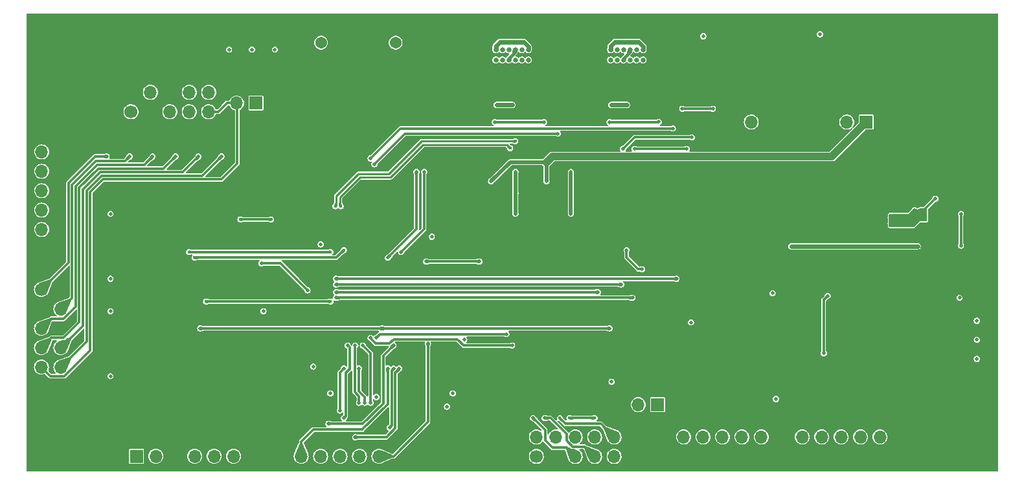
<source format=gbl>
G04 #@! TF.GenerationSoftware,KiCad,Pcbnew,8.0.4*
G04 #@! TF.CreationDate,2024-08-23T16:04:33+02:00*
G04 #@! TF.ProjectId,MCU Powerboard,4d435520-506f-4776-9572-626f6172642e,rev?*
G04 #@! TF.SameCoordinates,Original*
G04 #@! TF.FileFunction,Copper,L4,Bot*
G04 #@! TF.FilePolarity,Positive*
%FSLAX46Y46*%
G04 Gerber Fmt 4.6, Leading zero omitted, Abs format (unit mm)*
G04 Created by KiCad (PCBNEW 8.0.4) date 2024-08-23 16:04:33*
%MOMM*%
%LPD*%
G01*
G04 APERTURE LIST*
G04 #@! TA.AperFunction,ComponentPad*
%ADD10C,1.700000*%
G04 #@! TD*
G04 #@! TA.AperFunction,ComponentPad*
%ADD11O,1.700000X1.700000*%
G04 #@! TD*
G04 #@! TA.AperFunction,ComponentPad*
%ADD12R,1.700000X1.700000*%
G04 #@! TD*
G04 #@! TA.AperFunction,ComponentPad*
%ADD13C,2.925000*%
G04 #@! TD*
G04 #@! TA.AperFunction,ComponentPad*
%ADD14C,0.650000*%
G04 #@! TD*
G04 #@! TA.AperFunction,ComponentPad*
%ADD15O,0.900000X1.700000*%
G04 #@! TD*
G04 #@! TA.AperFunction,ComponentPad*
%ADD16O,0.900000X2.400000*%
G04 #@! TD*
G04 #@! TA.AperFunction,ComponentPad*
%ADD17C,1.540000*%
G04 #@! TD*
G04 #@! TA.AperFunction,ComponentPad*
%ADD18C,1.950000*%
G04 #@! TD*
G04 #@! TA.AperFunction,ComponentPad*
%ADD19R,2.775000X2.775000*%
G04 #@! TD*
G04 #@! TA.AperFunction,ComponentPad*
%ADD20C,2.775000*%
G04 #@! TD*
G04 #@! TA.AperFunction,ViaPad*
%ADD21C,0.500000*%
G04 #@! TD*
G04 #@! TA.AperFunction,ViaPad*
%ADD22C,0.450000*%
G04 #@! TD*
G04 #@! TA.AperFunction,Conductor*
%ADD23C,0.350000*%
G04 #@! TD*
G04 #@! TA.AperFunction,Conductor*
%ADD24C,0.600000*%
G04 #@! TD*
G04 #@! TA.AperFunction,Conductor*
%ADD25C,0.349300*%
G04 #@! TD*
G04 #@! TA.AperFunction,Conductor*
%ADD26C,0.500000*%
G04 #@! TD*
G04 #@! TA.AperFunction,Conductor*
%ADD27C,0.286000*%
G04 #@! TD*
G04 #@! TA.AperFunction,Conductor*
%ADD28C,0.400000*%
G04 #@! TD*
G04 #@! TA.AperFunction,Conductor*
%ADD29C,1.000000*%
G04 #@! TD*
G04 APERTURE END LIST*
D10*
X98675000Y-77900000D03*
D11*
X98675000Y-75360000D03*
D12*
X101215000Y-77900000D03*
D11*
X101215000Y-75360000D03*
X103755000Y-77900000D03*
X103755000Y-75360000D03*
X106295000Y-77900000D03*
X106295000Y-75360000D03*
X108835000Y-77900000D03*
X108835000Y-75360000D03*
D12*
X170925000Y-123025000D03*
D11*
X170925000Y-120485000D03*
X173465000Y-123025000D03*
X173465000Y-120485000D03*
X176005000Y-123025000D03*
X176005000Y-120485000D03*
X178545000Y-123025000D03*
X178545000Y-120485000D03*
X181085000Y-123025000D03*
X181085000Y-120485000D03*
D13*
X87250000Y-70250000D03*
X94750000Y-70250000D03*
X87250000Y-75250000D03*
X94750000Y-75250000D03*
D14*
X166475000Y-71110000D03*
X165625000Y-71110000D03*
X164775000Y-71110000D03*
X163925000Y-71110000D03*
X163075000Y-71110000D03*
X162225000Y-71110000D03*
X161375000Y-71110000D03*
X160525000Y-71110000D03*
X160525000Y-69760000D03*
X161375000Y-69760000D03*
X162225000Y-69760000D03*
X163075000Y-69760000D03*
X163925000Y-69760000D03*
X164775000Y-69760000D03*
X165625000Y-69760000D03*
X166475000Y-69760000D03*
D15*
X167825000Y-66750000D03*
X159175000Y-66750000D03*
D16*
X167825000Y-70130000D03*
X159175000Y-70130000D03*
D12*
X99400000Y-123000000D03*
D11*
X101940000Y-123000000D03*
X104480000Y-123000000D03*
X107020000Y-123000000D03*
X109560000Y-123000000D03*
X112100000Y-123000000D03*
D14*
X151475000Y-71110000D03*
X150625000Y-71110000D03*
X149775000Y-71110000D03*
X148925000Y-71110000D03*
X148075000Y-71110000D03*
X147225000Y-71110000D03*
X146375000Y-71110000D03*
X145525000Y-71110000D03*
X145525000Y-69760000D03*
X146375000Y-69760000D03*
X147225000Y-69760000D03*
X148075000Y-69760000D03*
X148925000Y-69760000D03*
X149775000Y-69760000D03*
X150625000Y-69760000D03*
X151475000Y-69760000D03*
D15*
X152825000Y-66750000D03*
X144175000Y-66750000D03*
D16*
X152825000Y-70130000D03*
X144175000Y-70130000D03*
D13*
X202250000Y-70250000D03*
X209750000Y-70250000D03*
X202250000Y-75250000D03*
X209750000Y-75250000D03*
D12*
X186425000Y-123025000D03*
D11*
X186425000Y-120485000D03*
X188965000Y-123025000D03*
X188965000Y-120485000D03*
X191505000Y-123025000D03*
X191505000Y-120485000D03*
X194045000Y-123025000D03*
X194045000Y-120485000D03*
X196585000Y-123025000D03*
X196585000Y-120485000D03*
D12*
X115025000Y-76750000D03*
D11*
X112485000Y-76750000D03*
D17*
X128027500Y-68854500D03*
X123527500Y-68854500D03*
D18*
X129282500Y-71344500D03*
X122272500Y-71344500D03*
D12*
X194775000Y-79250000D03*
D11*
X192235000Y-79250000D03*
D17*
X137777500Y-68854500D03*
X133277500Y-68854500D03*
D18*
X139032500Y-71344500D03*
X132022500Y-71344500D03*
D12*
X177225000Y-79250000D03*
D11*
X179765000Y-79250000D03*
D10*
X86975000Y-101175000D03*
D11*
X89515000Y-101175000D03*
D12*
X86975000Y-103715000D03*
D11*
X89515000Y-103715000D03*
X86975000Y-106255000D03*
X89515000Y-106255000D03*
X86975000Y-108795000D03*
X89515000Y-108795000D03*
X86975000Y-111335000D03*
X89515000Y-111335000D03*
D12*
X118400000Y-123000000D03*
D11*
X120940000Y-123000000D03*
X123480000Y-123000000D03*
X126020000Y-123000000D03*
X128560000Y-123000000D03*
X131100000Y-123000000D03*
D12*
X87000000Y-95850000D03*
D11*
X87000000Y-93310000D03*
X87000000Y-90770000D03*
X87000000Y-88230000D03*
X87000000Y-85690000D03*
X87000000Y-83150000D03*
D10*
X151675000Y-123025000D03*
D11*
X151675000Y-120485000D03*
D12*
X154215000Y-123025000D03*
D11*
X154215000Y-120485000D03*
X156755000Y-123025000D03*
X156755000Y-120485000D03*
X159295000Y-123025000D03*
X159295000Y-120485000D03*
X161835000Y-123025000D03*
X161835000Y-120485000D03*
D12*
X167525000Y-116250000D03*
D11*
X164985000Y-116250000D03*
D19*
X209499500Y-122250000D03*
D20*
X202499500Y-122250000D03*
X202499500Y-117250000D03*
X209499500Y-117250000D03*
D19*
X94499500Y-122250000D03*
D20*
X87499500Y-122250000D03*
X87499500Y-117250000D03*
X94499500Y-117250000D03*
D21*
X123250000Y-76000000D03*
X139750000Y-115250000D03*
X188500000Y-72250000D03*
X90250000Y-80000000D03*
X196500000Y-103500000D03*
X197000000Y-102000000D03*
X186750000Y-103750000D03*
X164750000Y-74750000D03*
X171750000Y-117000000D03*
X143500000Y-118000000D03*
X148750000Y-124000000D03*
X124500000Y-113750000D03*
X208000000Y-89000000D03*
X170500000Y-71000000D03*
X136325283Y-113591320D03*
X202750000Y-88750000D03*
X192250000Y-84250000D03*
X163000000Y-81000000D03*
X132250000Y-103500000D03*
X159000000Y-76250000D03*
X95000000Y-95500000D03*
X177923643Y-95062650D03*
X148112118Y-122040800D03*
X180250000Y-90750000D03*
X87500000Y-79500000D03*
X166000000Y-101000000D03*
X138500000Y-109000000D03*
X198998793Y-106004594D03*
X109250000Y-72500000D03*
X196000000Y-105000000D03*
X112000000Y-83750000D03*
X199500000Y-120500000D03*
X88750000Y-93250000D03*
X198500000Y-102500000D03*
X178750000Y-101250000D03*
X192750000Y-110750000D03*
X163750000Y-91250000D03*
X113750000Y-119750000D03*
X142528527Y-73093486D03*
X197500000Y-104500000D03*
X125500000Y-108250000D03*
X211250000Y-93500000D03*
X108500000Y-98250000D03*
X162000000Y-109500000D03*
X204750000Y-87500000D03*
X181250000Y-84750000D03*
X197500000Y-101500000D03*
X183750000Y-118250000D03*
X199250000Y-117500000D03*
X167000000Y-110500000D03*
X190000000Y-106500000D03*
X137250000Y-124000000D03*
X137000000Y-105250000D03*
X165500000Y-75000000D03*
X175000000Y-82750000D03*
X208000000Y-85750000D03*
X167750000Y-89500000D03*
X184744475Y-101957047D03*
X99749000Y-102500000D03*
X175000000Y-96250000D03*
X163800000Y-72500000D03*
X99749000Y-108250000D03*
X190750000Y-105500000D03*
X138250000Y-115000000D03*
X162001415Y-105988571D03*
X202500000Y-94250000D03*
X137250000Y-121500000D03*
X182250000Y-90750000D03*
X154750000Y-96000000D03*
X105644419Y-102777168D03*
X170450000Y-80500000D03*
X205000000Y-89500000D03*
X179500000Y-100500000D03*
X177500000Y-114750000D03*
X202750000Y-88000000D03*
X158000000Y-107750000D03*
X167000000Y-73250000D03*
X171500000Y-108250000D03*
X176000000Y-86250000D03*
X194750000Y-110750000D03*
X168000000Y-103750000D03*
X108500000Y-91750000D03*
X196000000Y-102000000D03*
X207500000Y-88500000D03*
X134000000Y-105250000D03*
X171000000Y-84750000D03*
X165750000Y-89500000D03*
X164000000Y-105000000D03*
X88750000Y-86000000D03*
X142250000Y-104750000D03*
X114000000Y-87500000D03*
X170450000Y-78900000D03*
X150500000Y-75000000D03*
X200750000Y-90250000D03*
X198500000Y-103500000D03*
X211250000Y-90250000D03*
X157193750Y-92250000D03*
X135500000Y-66750000D03*
X176250000Y-67000000D03*
X149500000Y-111750000D03*
X209500000Y-86750000D03*
X161250000Y-78000000D03*
X122250000Y-79000000D03*
X195000000Y-106500000D03*
X103750000Y-72750000D03*
X141250000Y-90250000D03*
X142000000Y-94250000D03*
X116079648Y-104983745D03*
X196750000Y-111750000D03*
X203250000Y-84750000D03*
X200000000Y-87250000D03*
X135000000Y-124500000D03*
X113750000Y-81250000D03*
X128701509Y-81673009D03*
X203750000Y-94250000D03*
X165750000Y-85500000D03*
X149500000Y-122000000D03*
X200250000Y-94500000D03*
X109750000Y-113500000D03*
X121000000Y-85750000D03*
X176543750Y-97906250D03*
X91500000Y-83000000D03*
X141750000Y-124500000D03*
X201500000Y-87500000D03*
X207000000Y-89000000D03*
X111500000Y-84750000D03*
X198250000Y-98000000D03*
X157651695Y-73262674D03*
X203500000Y-82750000D03*
X133000000Y-97500000D03*
X160750000Y-75500000D03*
X156250000Y-93500000D03*
X125500000Y-98000000D03*
X117500000Y-86000000D03*
X99250000Y-120000000D03*
X151500000Y-91250000D03*
X108500000Y-101000000D03*
X199000000Y-105000000D03*
X197000000Y-104000000D03*
X180250000Y-101250000D03*
X144000000Y-75250000D03*
X135500000Y-105250000D03*
X145443750Y-88250000D03*
X147750000Y-91250000D03*
X186986205Y-100948268D03*
X165000000Y-123000000D03*
X199250000Y-116750000D03*
X109000000Y-83750000D03*
X200000000Y-90250000D03*
X198000000Y-103000000D03*
X94744235Y-101309026D03*
X104000000Y-118750000D03*
X187250000Y-109500000D03*
X127500000Y-116000000D03*
X132250000Y-105250000D03*
X172000000Y-99500000D03*
X148200000Y-72500000D03*
X165250000Y-78000000D03*
X157500000Y-82750000D03*
X145437079Y-92759778D03*
X122500000Y-116000000D03*
X191000000Y-93750000D03*
X180250000Y-100500000D03*
X134500000Y-82750000D03*
X169750000Y-89500000D03*
X165750000Y-93000000D03*
X166500000Y-107000000D03*
X149000000Y-74750000D03*
X144250000Y-90750000D03*
X196500000Y-104500000D03*
X110000000Y-69750000D03*
X196500000Y-101500000D03*
X198000000Y-104000000D03*
X101250000Y-72750000D03*
X105999000Y-94000000D03*
X197000000Y-103000000D03*
X115250000Y-123250000D03*
X187838063Y-97921932D03*
X109500000Y-105250000D03*
X196250000Y-75000000D03*
X193250000Y-96250000D03*
X191000000Y-75000000D03*
X195750000Y-84750000D03*
X199250000Y-113750000D03*
X171000000Y-101500000D03*
X148202470Y-85957223D03*
X164000000Y-110500000D03*
X115000000Y-108750000D03*
X172250000Y-108250000D03*
X109750000Y-107750000D03*
X174750000Y-107000000D03*
X187500000Y-72500000D03*
X142750000Y-111250000D03*
X197500000Y-102500000D03*
X99750000Y-95500000D03*
X134500000Y-97750000D03*
X159500000Y-88750000D03*
X151250000Y-73000000D03*
X163200000Y-72500000D03*
X182000000Y-96250000D03*
X134250000Y-108500000D03*
X159750000Y-78000000D03*
X124750000Y-99000000D03*
X115250000Y-91250000D03*
X134000000Y-99000000D03*
X136750000Y-96000000D03*
X112086692Y-72172676D03*
X94750000Y-97500000D03*
X172250000Y-84750000D03*
X158000000Y-96000000D03*
X172750000Y-70000000D03*
X160500000Y-86500000D03*
X184250000Y-84750000D03*
X183500000Y-86250000D03*
X203250000Y-87500000D03*
X207500000Y-89500000D03*
X181250000Y-67000000D03*
X186250000Y-87500000D03*
X136750000Y-98750000D03*
X149500000Y-114500000D03*
X196250000Y-67000000D03*
X163000000Y-105000000D03*
X188500000Y-85750000D03*
X169750000Y-91250000D03*
X116000000Y-98750000D03*
X187000000Y-82750000D03*
X149500000Y-119000000D03*
X165750000Y-73500000D03*
X129250000Y-107000000D03*
X127500000Y-77750000D03*
X121000000Y-111250000D03*
X136000000Y-108500000D03*
X174750000Y-87500000D03*
X145250000Y-72750000D03*
X183500000Y-85250000D03*
X158250000Y-115000000D03*
X124750000Y-120500000D03*
X188750000Y-74250000D03*
X199500000Y-84250000D03*
X132500000Y-98750000D03*
X176500000Y-100000000D03*
X189676282Y-114308982D03*
X165000000Y-111500000D03*
X139750000Y-112750000D03*
X163000000Y-111500000D03*
X125000000Y-107000000D03*
X119750000Y-88750000D03*
X206250000Y-113750000D03*
X165500000Y-109500000D03*
X86750000Y-113750000D03*
X138000000Y-91750000D03*
X167750000Y-93000000D03*
X167500000Y-108250000D03*
X152693750Y-88250000D03*
X180250000Y-89750000D03*
X180250000Y-99750000D03*
X196250000Y-96250000D03*
X149750000Y-97250000D03*
X200000000Y-88000000D03*
X155000000Y-91250000D03*
X128276159Y-116850754D03*
X135211523Y-81672991D03*
X202750000Y-89500000D03*
X111253305Y-74672207D03*
X207000000Y-88000000D03*
X151500000Y-89250000D03*
X162750000Y-103750000D03*
X143000000Y-87750000D03*
X129750000Y-76000000D03*
X88750000Y-90250000D03*
X117250000Y-83000000D03*
X105500000Y-108162500D03*
X127500000Y-85750000D03*
X206750000Y-78250000D03*
X204250000Y-80000000D03*
X129250000Y-111500000D03*
X133878372Y-113736509D03*
X202250000Y-90000000D03*
X151250000Y-103750000D03*
X119750000Y-110250000D03*
X105993713Y-83741927D03*
X179000000Y-88750000D03*
X136750000Y-120250000D03*
X209406062Y-83202986D03*
X211000000Y-106250000D03*
X144500000Y-103250000D03*
X121750000Y-95500000D03*
X130750000Y-111500000D03*
X109750000Y-110750000D03*
X176500000Y-84750000D03*
X165000000Y-120000000D03*
X162000000Y-107000000D03*
X129750000Y-103000000D03*
X166500000Y-109500000D03*
X176500000Y-99000000D03*
X178000000Y-100500000D03*
X137000000Y-103500000D03*
X142500000Y-109250000D03*
X160750000Y-81000000D03*
X210000000Y-102750000D03*
X126750000Y-99000000D03*
X199000000Y-102000000D03*
X153000000Y-97250000D03*
X180500000Y-108000000D03*
X148250000Y-93500000D03*
X207750000Y-101000000D03*
X134750000Y-104250000D03*
X182250000Y-89750000D03*
X161750000Y-93000000D03*
X200000000Y-89500000D03*
X144000000Y-89750000D03*
X95184963Y-108309138D03*
X199250000Y-118250000D03*
X159500000Y-84750000D03*
X185000000Y-86000000D03*
X129500000Y-98750000D03*
X183750000Y-116750000D03*
X157500000Y-76000000D03*
X125750000Y-66750000D03*
X206250000Y-87500000D03*
X128750000Y-121250000D03*
X191000000Y-67000000D03*
X161737065Y-84732935D03*
X204000000Y-86750000D03*
X174750000Y-91250000D03*
X188000000Y-80500000D03*
X120250000Y-101000000D03*
X159000000Y-75250000D03*
X176500000Y-101750000D03*
X129250000Y-113500000D03*
X128500000Y-103500000D03*
X124000000Y-110500000D03*
X209000000Y-93750000D03*
X161250000Y-107500000D03*
X185000000Y-99000000D03*
X92750000Y-79750000D03*
X118750000Y-111750000D03*
X91750000Y-107750000D03*
X121000000Y-77750000D03*
X198000000Y-102000000D03*
X158750000Y-91250000D03*
X160683694Y-115994579D03*
X197000000Y-105000000D03*
X196500000Y-102500000D03*
X164500000Y-104250000D03*
X176000000Y-114750000D03*
X154500000Y-67500000D03*
X97499000Y-102000000D03*
X100000000Y-69750000D03*
X195998793Y-106004594D03*
X182250000Y-88750000D03*
X155750000Y-76750000D03*
X152000000Y-73250000D03*
X138406415Y-84296924D03*
X113750000Y-116000000D03*
X206000000Y-82750000D03*
X162000000Y-111500000D03*
X134000000Y-77750000D03*
X203750000Y-98500000D03*
X136250000Y-104500000D03*
X187250000Y-94250000D03*
X165000000Y-106000000D03*
X117000000Y-76250000D03*
X201000000Y-98500000D03*
X187000000Y-84750000D03*
X165250000Y-72750000D03*
X155250000Y-79250000D03*
X102500000Y-66500000D03*
X127750000Y-107500000D03*
X172000000Y-87000000D03*
X179500000Y-101250000D03*
X117750000Y-91500000D03*
X188750000Y-76250000D03*
X195750000Y-114000000D03*
X210500000Y-99250000D03*
X134864070Y-122164447D03*
X146750000Y-73504752D03*
X210250000Y-113750000D03*
X175000000Y-89500000D03*
X162000000Y-82750000D03*
X144250000Y-95750000D03*
X127750000Y-98000000D03*
X166000000Y-107500000D03*
X97000000Y-79750000D03*
X161750000Y-75750000D03*
X148500000Y-96000000D03*
X118250000Y-116000000D03*
X174750000Y-99500000D03*
X142500000Y-76000000D03*
X106250000Y-119750000D03*
X149500000Y-107750000D03*
X161750000Y-91250000D03*
X193000000Y-105250000D03*
X109250000Y-94500000D03*
X151500000Y-96000000D03*
X193250000Y-76250000D03*
X168750000Y-98250000D03*
X198500000Y-101500000D03*
X170750000Y-75250000D03*
X140000000Y-118000000D03*
X190750000Y-106500000D03*
X167500000Y-109500000D03*
X196000000Y-104000000D03*
X103000000Y-79750000D03*
X177000000Y-82250000D03*
X158000000Y-103750000D03*
X127000000Y-103000000D03*
X100000000Y-79750000D03*
X97500000Y-76750000D03*
X165500000Y-74250000D03*
X143500000Y-91750000D03*
X114750000Y-93750000D03*
X156250000Y-84669662D03*
X179250000Y-85000000D03*
X122210071Y-81694869D03*
X165000000Y-110500000D03*
X153250000Y-118750000D03*
X165750000Y-91250000D03*
X99749000Y-89837500D03*
X183750000Y-117500000D03*
X159000000Y-111250000D03*
X177250000Y-100500000D03*
X196500000Y-105500000D03*
X197000000Y-106000000D03*
X140250000Y-78000000D03*
X148800000Y-72500000D03*
X143250000Y-105500000D03*
X105500000Y-105412500D03*
X107500000Y-66500000D03*
X129500000Y-97250000D03*
X146000000Y-112250000D03*
X204750000Y-84750000D03*
X193500000Y-106000000D03*
X199000000Y-103000000D03*
X124250000Y-90000000D03*
X164000000Y-74750000D03*
X104749000Y-90250000D03*
X199000000Y-104000000D03*
X149943750Y-92250000D03*
X177257129Y-101307035D03*
X105500000Y-121250000D03*
X196000000Y-103000000D03*
X113250000Y-110750000D03*
X208250000Y-98000000D03*
X161750000Y-89500000D03*
X133000000Y-121250000D03*
X199500000Y-82750000D03*
X138250000Y-74250000D03*
X179000000Y-86000000D03*
X176000000Y-88500000D03*
X157500000Y-74000000D03*
X155777758Y-119372605D03*
X145750000Y-75500000D03*
X166250000Y-73000000D03*
X150750000Y-73500000D03*
X148500000Y-72000000D03*
X176500000Y-102750000D03*
X117750000Y-89500000D03*
X135500000Y-103500000D03*
X178750000Y-100500000D03*
X170250000Y-65500000D03*
X168000000Y-109000000D03*
X104000000Y-115500000D03*
X106500000Y-72750000D03*
X167000000Y-78000000D03*
X155431662Y-85980988D03*
X118250000Y-119750000D03*
X189750000Y-87500000D03*
X185250000Y-112250000D03*
X171750000Y-97250000D03*
X182250000Y-108250000D03*
X166750000Y-82000000D03*
X146250000Y-78000000D03*
X172000000Y-89250000D03*
X210750000Y-88250000D03*
X134500000Y-111750000D03*
X118500000Y-108500000D03*
X105250000Y-76750000D03*
X172750000Y-78250000D03*
X160250000Y-72750000D03*
X187000000Y-116750000D03*
X122750000Y-95500000D03*
X201500000Y-90250000D03*
X165000000Y-105000000D03*
X97000000Y-83750000D03*
X163750000Y-107500000D03*
X168600000Y-79250000D03*
X145000000Y-78000000D03*
X122750000Y-92750000D03*
X175750000Y-106500000D03*
X107750000Y-121250000D03*
X99250000Y-116000000D03*
X151750000Y-98985741D03*
X127250000Y-104500000D03*
X144750000Y-75500000D03*
X198500000Y-104500000D03*
X109750000Y-117500000D03*
X144250000Y-73000000D03*
X181293750Y-104656250D03*
X162000000Y-110500000D03*
X183750000Y-103500000D03*
X197998793Y-106004594D03*
X127750000Y-96500000D03*
X178000000Y-101250000D03*
X200000000Y-88750000D03*
X179000000Y-87500000D03*
X135250000Y-96750000D03*
X208500000Y-89500000D03*
X134000000Y-103500000D03*
X147000000Y-104750000D03*
X174500000Y-79000000D03*
X158500000Y-86500000D03*
X140250000Y-74250000D03*
X163750000Y-93000000D03*
X203250000Y-112750000D03*
X161250000Y-109000000D03*
X199250000Y-96250000D03*
X130500000Y-105250000D03*
X211000000Y-111250000D03*
X197500000Y-105500000D03*
X205500000Y-86750000D03*
X150197717Y-75999999D03*
X118000000Y-110750000D03*
X194250000Y-83500000D03*
X197750000Y-84500000D03*
X144250000Y-114250000D03*
X194421186Y-81745101D03*
X136838598Y-114938773D03*
X146750000Y-75750000D03*
X92250000Y-113500000D03*
X168000000Y-107500000D03*
X121750000Y-111750000D03*
X163750000Y-109000000D03*
X193500000Y-114750000D03*
X168000000Y-106000000D03*
X101999000Y-101750000D03*
X138250000Y-78000000D03*
X163000000Y-110500000D03*
X159250000Y-73000000D03*
X174750000Y-84750000D03*
X206250000Y-84750000D03*
X191750000Y-105250000D03*
X198000000Y-82500000D03*
X140500000Y-104750000D03*
X180250000Y-88750000D03*
X172000000Y-91750000D03*
X139250000Y-109750000D03*
X135500000Y-79000000D03*
X120750000Y-92000000D03*
X160250000Y-105000000D03*
X103000000Y-83750000D03*
X105644419Y-99407387D03*
X194000000Y-106500000D03*
X161750000Y-73628328D03*
X192250000Y-112750000D03*
X163000000Y-106000000D03*
X167500000Y-123000000D03*
X130750000Y-96250000D03*
X103999000Y-112250000D03*
X94500000Y-90750000D03*
X197500000Y-103500000D03*
X198000000Y-105000000D03*
X100000000Y-83750000D03*
X204500000Y-100750000D03*
X141000000Y-70000000D03*
X166000000Y-109000000D03*
X166500000Y-108250000D03*
X112000000Y-79750000D03*
X89250000Y-97000000D03*
X86750000Y-98250000D03*
X128750000Y-79000000D03*
X149750000Y-74750000D03*
X94750000Y-105250000D03*
X162000000Y-105000000D03*
X183500000Y-87500000D03*
X166000000Y-106000000D03*
X169750000Y-93000000D03*
X208250000Y-95000000D03*
X155750000Y-98500000D03*
X142750000Y-94250000D03*
X167000000Y-106000000D03*
X159750000Y-75500000D03*
X165250000Y-96750000D03*
X163750000Y-89500000D03*
X159750000Y-82750000D03*
X122000000Y-100500000D03*
X143250000Y-84250000D03*
X155750000Y-73250000D03*
X105000000Y-69750000D03*
X184000000Y-97500000D03*
X209250000Y-80000000D03*
X131000000Y-121250000D03*
X201250000Y-78750000D03*
X162000000Y-108250000D03*
X166500000Y-74500000D03*
X191000000Y-90250000D03*
X198500000Y-105500000D03*
X153000000Y-105000000D03*
X165206280Y-76011428D03*
X150250000Y-72750000D03*
X172250000Y-94500000D03*
X180388435Y-76085607D03*
X150500000Y-74250000D03*
X103999000Y-99250000D03*
X109000000Y-79750000D03*
X144000000Y-121000000D03*
X165500000Y-108250000D03*
X179500000Y-111250000D03*
X89250000Y-95000000D03*
X167500000Y-107000000D03*
X165500000Y-107000000D03*
X168000000Y-110500000D03*
X158000000Y-98500000D03*
X151250000Y-82750000D03*
X164000000Y-111500000D03*
X144000000Y-76250000D03*
X134750000Y-118750000D03*
X141250000Y-110250000D03*
X167500000Y-120000000D03*
X153750000Y-82250000D03*
X91250000Y-104750000D03*
X163500000Y-72000000D03*
X155904909Y-70494472D03*
X163750000Y-112250000D03*
X175000000Y-93500000D03*
X178250000Y-107500000D03*
X110000000Y-121250000D03*
X106000000Y-79750000D03*
X124250000Y-84000000D03*
X172500000Y-82750000D03*
X142000000Y-113000000D03*
X128750000Y-84000000D03*
X154500000Y-66000000D03*
X174750000Y-109500000D03*
X164000000Y-106000000D03*
X166000000Y-110500000D03*
X125500000Y-104000000D03*
X184744475Y-106216335D03*
X158500000Y-81000000D03*
X172750000Y-73750000D03*
X192000000Y-114750000D03*
X144500000Y-124000000D03*
X173500000Y-66250000D03*
X183250000Y-80500000D03*
X105250000Y-74250000D03*
X155750000Y-74500000D03*
X205000000Y-90250000D03*
X159000000Y-93750000D03*
X116000000Y-100250000D03*
X127000000Y-90750000D03*
X177250000Y-76250000D03*
X168250000Y-82000000D03*
X167750000Y-91250000D03*
X125500000Y-96000000D03*
X207000000Y-102250000D03*
X209250000Y-107750000D03*
X209250000Y-110250000D03*
X209250000Y-105250000D03*
X183000000Y-115500000D03*
X182543750Y-101656250D03*
X189750000Y-102000000D03*
X189250000Y-109500000D03*
X201500000Y-95500000D03*
X185000000Y-95500000D03*
X198000000Y-91750000D03*
X202500000Y-90750000D03*
X198000000Y-92500000D03*
X202500000Y-91750000D03*
X203830000Y-89270000D03*
X130750000Y-115250000D03*
X95999000Y-112500000D03*
X165500000Y-98500000D03*
X161500000Y-113250000D03*
X95999000Y-99750000D03*
X140000000Y-116500000D03*
X163475000Y-96000000D03*
X170750000Y-77500000D03*
X122500000Y-111250000D03*
X95999000Y-104000000D03*
X140750000Y-114750000D03*
X142250000Y-107750000D03*
X124750000Y-114750000D03*
X123500000Y-95250000D03*
X138000000Y-94250000D03*
X171887500Y-105469482D03*
X174750000Y-77500000D03*
X116000000Y-104000000D03*
X95999000Y-91250000D03*
X132250000Y-97000000D03*
X136000000Y-85750000D03*
X107750000Y-106250000D03*
X131500000Y-106250000D03*
X161250000Y-106250000D03*
X137000000Y-85750000D03*
X134000000Y-96250000D03*
X188750000Y-67750000D03*
X117500000Y-69750000D03*
X114500000Y-69750000D03*
X111500000Y-69750000D03*
X173500000Y-68000000D03*
X161250000Y-79250000D03*
X156193750Y-88550000D03*
X167687000Y-79218500D03*
X156193750Y-85750000D03*
X156193750Y-91250000D03*
X148943750Y-85750000D03*
X148943750Y-91250000D03*
X148943750Y-88550000D03*
X152655000Y-79238500D03*
X146250000Y-79244000D03*
X148500000Y-77000000D03*
X146500000Y-77000000D03*
X161500000Y-77000000D03*
X163500000Y-77000000D03*
X164500000Y-82750000D03*
X171344000Y-82750000D03*
X163000000Y-82750000D03*
X172000000Y-81250000D03*
X98500000Y-83750000D03*
X107500000Y-83750000D03*
X110500000Y-83750000D03*
X95500000Y-83750000D03*
X101500000Y-83750000D03*
X104500000Y-83750000D03*
X207177000Y-95427000D03*
X207177000Y-91250000D03*
X151250000Y-118000000D03*
X152750000Y-118000000D03*
D22*
X159295000Y-118000000D03*
X156000000Y-118000000D03*
X154750000Y-118000000D03*
X117000000Y-92000000D03*
X113000000Y-92000000D03*
D21*
X137500000Y-108250000D03*
X144250000Y-97500000D03*
X124500000Y-118750000D03*
X137250000Y-97500000D03*
X133000000Y-108500000D03*
X132250000Y-111500000D03*
D22*
X126500000Y-96000000D03*
X107000000Y-97000000D03*
X106250000Y-96250000D03*
X124750000Y-96250000D03*
X108500000Y-102750000D03*
X124750000Y-102750000D03*
D21*
X125500000Y-101500000D03*
X159750000Y-101500000D03*
X164250000Y-102250000D03*
X125500000Y-102250000D03*
X162750000Y-100500000D03*
X125500000Y-100500000D03*
X170000000Y-99750000D03*
X125500000Y-99750000D03*
X128000000Y-108500000D03*
X128500000Y-116000000D03*
X128500000Y-111500000D03*
X129250000Y-116000000D03*
X129000000Y-108500000D03*
X130000000Y-116000000D03*
X121750000Y-101250000D03*
X115750000Y-97750000D03*
D22*
X148250000Y-82671948D03*
X126076600Y-90250000D03*
D21*
X126500000Y-111500000D03*
X126000000Y-117000000D03*
X127000000Y-108500000D03*
X126500000Y-118000000D03*
X130000000Y-107500000D03*
X148500000Y-108500000D03*
X147750000Y-107000000D03*
X130750000Y-107500000D03*
X169514500Y-80073000D03*
X130000000Y-84000000D03*
X130500000Y-84750000D03*
X154480000Y-80750000D03*
D22*
X125423400Y-90250000D03*
X148921948Y-81750000D03*
D21*
X128000000Y-120500000D03*
X133750000Y-111500000D03*
X132500000Y-119250000D03*
X133000000Y-111500000D03*
X145750000Y-87000000D03*
X153000000Y-87000000D03*
D23*
X189250000Y-102500000D02*
X189750000Y-102000000D01*
X189250000Y-109500000D02*
X189250000Y-102500000D01*
D24*
X185000000Y-95500000D02*
X201500000Y-95500000D01*
D23*
X203830000Y-89270000D02*
X202500000Y-90600000D01*
X202500000Y-90600000D02*
X202500000Y-90750000D01*
X174750000Y-77500000D02*
X170750000Y-77500000D01*
X165500000Y-98500000D02*
X165000000Y-98500000D01*
X163475000Y-96975000D02*
X163475000Y-96000000D01*
X165000000Y-98500000D02*
X163475000Y-96975000D01*
X161250000Y-106250000D02*
X131500000Y-106250000D01*
X132250000Y-97000000D02*
X136000000Y-93250000D01*
X136000000Y-93250000D02*
X136000000Y-85750000D01*
X107750000Y-106250000D02*
X131500000Y-106250000D01*
X137000000Y-85750000D02*
X137000000Y-93250000D01*
X137000000Y-93250000D02*
X134000000Y-96250000D01*
D25*
X161250000Y-79250000D02*
X167655500Y-79250000D01*
D26*
X156193750Y-88550000D02*
X156193750Y-85750000D01*
D25*
X167655500Y-79250000D02*
X167687000Y-79218500D01*
D26*
X156193750Y-88550000D02*
X156193750Y-91250000D01*
D25*
X146250000Y-79244000D02*
X146256000Y-79250000D01*
D26*
X148943750Y-88550000D02*
X148943750Y-85750000D01*
D25*
X152643500Y-79250000D02*
X152655000Y-79238500D01*
X146256000Y-79250000D02*
X152643500Y-79250000D01*
D26*
X148943750Y-88550000D02*
X148943750Y-91250000D01*
D24*
X146897881Y-68777500D02*
X150020000Y-68777500D01*
X146375000Y-69300381D02*
X146897881Y-68777500D01*
X146375000Y-69760000D02*
X146375000Y-69300381D01*
X150020000Y-68777500D02*
X150625000Y-69382500D01*
X146500000Y-77000000D02*
X148500000Y-77000000D01*
X150625000Y-69382500D02*
X150625000Y-69760000D01*
X161500000Y-77000000D02*
X163500000Y-77000000D01*
X161897881Y-68777500D02*
X165020000Y-68777500D01*
X161375000Y-69760000D02*
X161375000Y-69300381D01*
X161375000Y-69300381D02*
X161897881Y-68777500D01*
X165625000Y-69382500D02*
X165625000Y-69760000D01*
X165020000Y-68777500D02*
X165625000Y-69382500D01*
D23*
X171344000Y-82750000D02*
X164500000Y-82750000D01*
X172000000Y-81250000D02*
X164500000Y-81250000D01*
X164500000Y-81250000D02*
X163000000Y-82750000D01*
X98500000Y-83750000D02*
X97885000Y-84365000D01*
X90977000Y-102253000D02*
X89515000Y-103715000D01*
X97885000Y-84365000D02*
X94059580Y-84365000D01*
X94059580Y-84365000D02*
X90977000Y-87447580D01*
X90977000Y-87447580D02*
X90977000Y-102253000D01*
X105454000Y-85796000D02*
X94652320Y-85796000D01*
X92408000Y-88040320D02*
X92408000Y-105902000D01*
X107500000Y-83750000D02*
X105454000Y-85796000D01*
X92408000Y-105902000D02*
X89515000Y-108795000D01*
X94652320Y-85796000D02*
X92408000Y-88040320D01*
X92885000Y-107965000D02*
X89515000Y-111335000D01*
X94849900Y-86273000D02*
X92885000Y-88237900D01*
X107977000Y-86273000D02*
X94849900Y-86273000D01*
X110500000Y-83750000D02*
X107977000Y-86273000D01*
X92885000Y-88237900D02*
X92885000Y-107965000D01*
X95500000Y-83750000D02*
X94000000Y-83750000D01*
X94000000Y-83750000D02*
X90500000Y-87250000D01*
X90500000Y-87250000D02*
X90500000Y-97650000D01*
X90500000Y-97650000D02*
X86975000Y-101175000D01*
X100408000Y-84842000D02*
X94257160Y-84842000D01*
X94257160Y-84842000D02*
X91454000Y-87645160D01*
X101500000Y-83750000D02*
X100408000Y-84842000D01*
X91454000Y-103405175D02*
X89859175Y-105000000D01*
X89859175Y-105000000D02*
X88230000Y-105000000D01*
X91454000Y-87645160D02*
X91454000Y-103405175D01*
X88230000Y-105000000D02*
X86975000Y-106255000D01*
X88270000Y-107500000D02*
X86975000Y-108795000D01*
X89899175Y-107500000D02*
X88270000Y-107500000D01*
X91931000Y-87842740D02*
X91931000Y-105468175D01*
X102931000Y-85319000D02*
X94454740Y-85319000D01*
X94454740Y-85319000D02*
X91931000Y-87842740D01*
X91931000Y-105468175D02*
X89899175Y-107500000D01*
X104500000Y-83750000D02*
X102931000Y-85319000D01*
X207177000Y-95427000D02*
X207177000Y-91250000D01*
X151250000Y-118000000D02*
X152827000Y-119577000D01*
X152827000Y-119577000D02*
X152827000Y-120950000D01*
X153750000Y-121873000D02*
X155603000Y-121873000D01*
X152827000Y-120950000D02*
X153750000Y-121873000D01*
X155603000Y-121873000D02*
X156755000Y-123025000D01*
X155603000Y-120962175D02*
X156390825Y-121750000D01*
X156390825Y-121750000D02*
X158020000Y-121750000D01*
X152750000Y-118000000D02*
X153500000Y-118000000D01*
X158020000Y-121750000D02*
X159295000Y-123025000D01*
X155603000Y-120103000D02*
X155603000Y-120962175D01*
X153500000Y-118000000D02*
X155603000Y-120103000D01*
D25*
X156000000Y-118000000D02*
X159295000Y-118000000D01*
X160100000Y-118750000D02*
X161835000Y-120485000D01*
X154750000Y-118000000D02*
X155500000Y-118750000D01*
X155500000Y-118750000D02*
X160100000Y-118750000D01*
X113000000Y-92000000D02*
X117000000Y-92000000D01*
D23*
X133000000Y-123000000D02*
X131100000Y-123000000D01*
X137500000Y-108250000D02*
X137500000Y-118500000D01*
X137500000Y-118500000D02*
X133000000Y-123000000D01*
X131671000Y-116079000D02*
X131671000Y-109829000D01*
X129000000Y-118750000D02*
X131671000Y-116079000D01*
X131671000Y-109829000D02*
X133000000Y-108500000D01*
X124500000Y-118750000D02*
X129000000Y-118750000D01*
X144250000Y-97500000D02*
X137250000Y-97500000D01*
X128924580Y-119500000D02*
X122500000Y-119500000D01*
X132250000Y-111500000D02*
X132250000Y-116174580D01*
X122500000Y-119500000D02*
X120940000Y-121060000D01*
X132250000Y-116174580D02*
X128924580Y-119500000D01*
X120940000Y-121060000D02*
X120940000Y-123000000D01*
D25*
X125500000Y-97000000D02*
X126500000Y-96000000D01*
X107000000Y-97000000D02*
X125500000Y-97000000D01*
X106250000Y-96250000D02*
X124750000Y-96250000D01*
X108500000Y-102750000D02*
X124750000Y-102750000D01*
D23*
X159750000Y-101500000D02*
X125500000Y-101500000D01*
X164250000Y-102250000D02*
X125500000Y-102250000D01*
X162750000Y-100500000D02*
X125500000Y-100500000D01*
X169929000Y-99750000D02*
X125500000Y-99750000D01*
X128500000Y-116000000D02*
X128500000Y-115174580D01*
X127921000Y-114595580D02*
X127921000Y-108579000D01*
X127921000Y-108579000D02*
X128000000Y-108500000D01*
X128500000Y-115174580D02*
X127921000Y-114595580D01*
X129250000Y-116000000D02*
X129250000Y-115250000D01*
X129250000Y-115250000D02*
X128500000Y-114500000D01*
X128500000Y-114500000D02*
X128500000Y-111500000D01*
X130000000Y-109500000D02*
X129000000Y-108500000D01*
X130000000Y-116000000D02*
X130000000Y-109500000D01*
X115750000Y-97750000D02*
X118250000Y-97750000D01*
X118250000Y-97750000D02*
X121750000Y-101250000D01*
D27*
X125994600Y-90168000D02*
X125994600Y-89101318D01*
X147817253Y-82239201D02*
X148250000Y-82671948D01*
X136856717Y-82239201D02*
X147817253Y-82239201D01*
X125994600Y-89101318D02*
X128601318Y-86494600D01*
X128601318Y-86494600D02*
X132601318Y-86494600D01*
X126076600Y-90250000D02*
X125994600Y-90168000D01*
X132601318Y-86494600D02*
X136856717Y-82239201D01*
D23*
X126000000Y-112000000D02*
X126500000Y-111500000D01*
X126000000Y-117000000D02*
X126000000Y-112000000D01*
X127250000Y-111568830D02*
X127250000Y-108750000D01*
X126750000Y-112068830D02*
X127250000Y-111568830D01*
X126500000Y-118000000D02*
X126750000Y-117750000D01*
X126750000Y-117750000D02*
X126750000Y-112068830D01*
X127250000Y-108750000D02*
X127000000Y-108500000D01*
X132431170Y-108250000D02*
X130681170Y-108250000D01*
X142181170Y-108500000D02*
X141352170Y-107671000D01*
X141352170Y-107671000D02*
X133010170Y-107671000D01*
X133010170Y-107671000D02*
X132431170Y-108250000D01*
X130000000Y-107568830D02*
X130000000Y-107500000D01*
X130681170Y-108250000D02*
X130000000Y-107568830D01*
X148500000Y-108500000D02*
X142181170Y-108500000D01*
X147750000Y-107000000D02*
X131250000Y-107000000D01*
X131250000Y-107000000D02*
X130750000Y-107500000D01*
X169514500Y-80073000D02*
X133927000Y-80073000D01*
X133927000Y-80073000D02*
X130000000Y-84000000D01*
X134500000Y-80750000D02*
X130500000Y-84750000D01*
X154480000Y-80750000D02*
X134500000Y-80750000D01*
D27*
X125505400Y-90168000D02*
X125505400Y-88898682D01*
X125423400Y-90250000D02*
X125505400Y-90168000D01*
X125505400Y-88898682D02*
X128398682Y-86005400D01*
X128398682Y-86005400D02*
X132398682Y-86005400D01*
X132398682Y-86005400D02*
X136654082Y-81750000D01*
X136654082Y-81750000D02*
X148921948Y-81750000D01*
D28*
X148075000Y-71110000D02*
X148075000Y-70892500D01*
X148925000Y-70042500D02*
X148925000Y-69760000D01*
X148075000Y-70892500D02*
X148925000Y-70042500D01*
X163075000Y-71110000D02*
X163075000Y-70925000D01*
X163075000Y-70925000D02*
X163925000Y-70075000D01*
X163925000Y-70075000D02*
X163925000Y-69760000D01*
D23*
X133250000Y-119318830D02*
X133250000Y-112068830D01*
X128000000Y-120500000D02*
X132068830Y-120500000D01*
X133750000Y-111568830D02*
X133750000Y-111500000D01*
X132068830Y-120500000D02*
X133250000Y-119318830D01*
X133250000Y-112068830D02*
X133750000Y-111568830D01*
X132750000Y-111818830D02*
X133000000Y-111568830D01*
X132500000Y-119250000D02*
X132750000Y-119000000D01*
X133000000Y-111568830D02*
X133000000Y-111500000D01*
X132750000Y-119000000D02*
X132750000Y-111818830D01*
X88140000Y-112500000D02*
X86975000Y-111335000D01*
X112579000Y-76844000D02*
X112579000Y-84671000D01*
X112579000Y-84671000D02*
X110500000Y-86750000D01*
X95047480Y-86750000D02*
X93362000Y-88435480D01*
X112485000Y-76750000D02*
X112579000Y-76844000D01*
X110100000Y-77900000D02*
X111250000Y-76750000D01*
X108835000Y-77900000D02*
X110100000Y-77900000D01*
X93362000Y-88435480D02*
X93362000Y-109117175D01*
X89979175Y-112500000D02*
X88140000Y-112500000D01*
X110500000Y-86750000D02*
X95047480Y-86750000D01*
X111250000Y-76750000D02*
X112485000Y-76750000D01*
X93362000Y-109117175D02*
X89979175Y-112500000D01*
D29*
X190275000Y-83750000D02*
X194775000Y-79250000D01*
X153750000Y-83750000D02*
X190275000Y-83750000D01*
D26*
X153000000Y-84500000D02*
X153000000Y-87000000D01*
X145750000Y-87000000D02*
X148250000Y-84500000D01*
D29*
X153000000Y-84500000D02*
X153750000Y-83750000D01*
D26*
X148250000Y-84500000D02*
X153000000Y-84500000D01*
G04 #@! TA.AperFunction,Conductor*
G36*
X211959191Y-65018907D02*
G01*
X211995155Y-65068407D01*
X212000000Y-65099000D01*
X212000000Y-85500000D01*
X192000000Y-85500000D01*
X192000000Y-95000000D01*
X192000000Y-95072500D01*
X184943719Y-95072500D01*
X184834991Y-95101633D01*
X184834990Y-95101633D01*
X184834988Y-95101634D01*
X184737511Y-95157913D01*
X184657913Y-95237511D01*
X184601634Y-95334988D01*
X184601633Y-95334990D01*
X184601633Y-95334991D01*
X184572500Y-95443719D01*
X184572500Y-95556281D01*
X184601633Y-95665009D01*
X184601634Y-95665011D01*
X184656061Y-95759281D01*
X184657915Y-95762491D01*
X184737509Y-95842085D01*
X184834991Y-95898367D01*
X184943719Y-95927500D01*
X184943721Y-95927500D01*
X192000000Y-95927500D01*
X192000000Y-97250000D01*
X191500000Y-97250000D01*
X190750000Y-98000000D01*
X190000000Y-98000000D01*
X189750000Y-98250000D01*
X189750000Y-99500000D01*
X189500000Y-99750000D01*
X188500000Y-99750000D01*
X188250000Y-100000000D01*
X188250000Y-104000000D01*
X188500000Y-104250000D01*
X188750000Y-104250000D01*
X188947500Y-104447500D01*
X188947500Y-109189443D01*
X188928593Y-109247634D01*
X188918816Y-109259080D01*
X188918671Y-109259281D01*
X188860504Y-109373438D01*
X188860502Y-109373445D01*
X188840458Y-109499999D01*
X188840458Y-109500000D01*
X188860502Y-109626554D01*
X188860504Y-109626561D01*
X188918671Y-109740718D01*
X188918674Y-109740723D01*
X189009277Y-109831326D01*
X189009279Y-109831327D01*
X189009281Y-109831328D01*
X189123438Y-109889495D01*
X189123440Y-109889495D01*
X189123445Y-109889498D01*
X189250000Y-109909542D01*
X189376555Y-109889498D01*
X189490723Y-109831326D01*
X189581326Y-109740723D01*
X189639498Y-109626555D01*
X189659542Y-109500000D01*
X189657885Y-109489541D01*
X189656771Y-109482506D01*
X189642518Y-109392518D01*
X190250000Y-110000000D01*
X193000000Y-110000000D01*
X193750000Y-109250000D01*
X195000000Y-109250000D01*
X198000000Y-112250000D01*
X212000000Y-112250000D01*
X212000000Y-124901000D01*
X211981093Y-124959191D01*
X211931593Y-124995155D01*
X211901000Y-125000000D01*
X85099000Y-125000000D01*
X85040809Y-124981093D01*
X85004845Y-124931593D01*
X85000000Y-124901000D01*
X85000000Y-122137442D01*
X98422500Y-122137442D01*
X98422500Y-123862558D01*
X98429898Y-123899748D01*
X98429899Y-123899749D01*
X98429898Y-123899749D01*
X98451757Y-123932462D01*
X98458078Y-123941922D01*
X98500252Y-123970102D01*
X98537442Y-123977500D01*
X98537447Y-123977500D01*
X100262553Y-123977500D01*
X100262558Y-123977500D01*
X100299748Y-123970102D01*
X100341922Y-123941922D01*
X100370102Y-123899748D01*
X100377500Y-123862558D01*
X100377500Y-122999996D01*
X100957770Y-122999996D01*
X100957770Y-123000003D01*
X100976641Y-123191618D01*
X100976642Y-123191621D01*
X100976643Y-123191624D01*
X101032538Y-123375883D01*
X101032541Y-123375888D01*
X101032542Y-123375891D01*
X101123301Y-123545691D01*
X101123305Y-123545697D01*
X101245454Y-123694536D01*
X101245463Y-123694545D01*
X101394302Y-123816694D01*
X101394308Y-123816698D01*
X101531369Y-123889958D01*
X101564117Y-123907462D01*
X101748376Y-123963357D01*
X101748378Y-123963357D01*
X101748381Y-123963358D01*
X101939997Y-123982230D01*
X101940000Y-123982230D01*
X101940003Y-123982230D01*
X102131618Y-123963358D01*
X102131619Y-123963357D01*
X102131624Y-123963357D01*
X102315883Y-123907462D01*
X102485698Y-123816694D01*
X102634541Y-123694541D01*
X102756694Y-123545698D01*
X102847462Y-123375883D01*
X102903357Y-123191624D01*
X102919768Y-123025003D01*
X102922230Y-123000003D01*
X102922230Y-122999996D01*
X106037770Y-122999996D01*
X106037770Y-123000003D01*
X106056641Y-123191618D01*
X106056642Y-123191621D01*
X106056643Y-123191624D01*
X106112538Y-123375883D01*
X106112541Y-123375888D01*
X106112542Y-123375891D01*
X106203301Y-123545691D01*
X106203305Y-123545697D01*
X106325454Y-123694536D01*
X106325463Y-123694545D01*
X106474302Y-123816694D01*
X106474308Y-123816698D01*
X106611369Y-123889958D01*
X106644117Y-123907462D01*
X106828376Y-123963357D01*
X106828378Y-123963357D01*
X106828381Y-123963358D01*
X107019997Y-123982230D01*
X107020000Y-123982230D01*
X107020003Y-123982230D01*
X107211618Y-123963358D01*
X107211619Y-123963357D01*
X107211624Y-123963357D01*
X107395883Y-123907462D01*
X107565698Y-123816694D01*
X107714541Y-123694541D01*
X107836694Y-123545698D01*
X107927462Y-123375883D01*
X107983357Y-123191624D01*
X107999768Y-123025003D01*
X108002230Y-123000003D01*
X108002230Y-122999996D01*
X108577770Y-122999996D01*
X108577770Y-123000003D01*
X108596641Y-123191618D01*
X108596642Y-123191621D01*
X108596643Y-123191624D01*
X108652538Y-123375883D01*
X108652541Y-123375888D01*
X108652542Y-123375891D01*
X108743301Y-123545691D01*
X108743305Y-123545697D01*
X108865454Y-123694536D01*
X108865463Y-123694545D01*
X109014302Y-123816694D01*
X109014308Y-123816698D01*
X109151369Y-123889958D01*
X109184117Y-123907462D01*
X109368376Y-123963357D01*
X109368378Y-123963357D01*
X109368381Y-123963358D01*
X109559997Y-123982230D01*
X109560000Y-123982230D01*
X109560003Y-123982230D01*
X109751618Y-123963358D01*
X109751619Y-123963357D01*
X109751624Y-123963357D01*
X109935883Y-123907462D01*
X110105698Y-123816694D01*
X110254541Y-123694541D01*
X110376694Y-123545698D01*
X110467462Y-123375883D01*
X110523357Y-123191624D01*
X110539768Y-123025003D01*
X110542230Y-123000003D01*
X110542230Y-122999996D01*
X111117770Y-122999996D01*
X111117770Y-123000003D01*
X111136641Y-123191618D01*
X111136642Y-123191621D01*
X111136643Y-123191624D01*
X111192538Y-123375883D01*
X111192541Y-123375888D01*
X111192542Y-123375891D01*
X111283301Y-123545691D01*
X111283305Y-123545697D01*
X111405454Y-123694536D01*
X111405463Y-123694545D01*
X111554302Y-123816694D01*
X111554308Y-123816698D01*
X111691369Y-123889958D01*
X111724117Y-123907462D01*
X111908376Y-123963357D01*
X111908378Y-123963357D01*
X111908381Y-123963358D01*
X112099997Y-123982230D01*
X112100000Y-123982230D01*
X112100003Y-123982230D01*
X112291618Y-123963358D01*
X112291619Y-123963357D01*
X112291624Y-123963357D01*
X112475883Y-123907462D01*
X112645698Y-123816694D01*
X112794541Y-123694541D01*
X112916694Y-123545698D01*
X113007462Y-123375883D01*
X113063357Y-123191624D01*
X113079768Y-123025003D01*
X113082230Y-123000003D01*
X113082230Y-122999996D01*
X113063358Y-122808381D01*
X113063357Y-122808378D01*
X113063357Y-122808376D01*
X113007462Y-122624117D01*
X112989958Y-122591369D01*
X112916698Y-122454308D01*
X112916694Y-122454302D01*
X112794545Y-122305463D01*
X112794536Y-122305454D01*
X112645697Y-122183305D01*
X112645691Y-122183301D01*
X112475891Y-122092542D01*
X112475888Y-122092541D01*
X112475883Y-122092538D01*
X112291624Y-122036643D01*
X112291621Y-122036642D01*
X112291618Y-122036641D01*
X112100003Y-122017770D01*
X112099997Y-122017770D01*
X111908381Y-122036641D01*
X111908378Y-122036642D01*
X111724120Y-122092537D01*
X111724117Y-122092538D01*
X111724114Y-122092539D01*
X111724108Y-122092542D01*
X111554308Y-122183301D01*
X111554302Y-122183305D01*
X111405463Y-122305454D01*
X111405454Y-122305463D01*
X111283305Y-122454302D01*
X111283301Y-122454308D01*
X111192542Y-122624108D01*
X111192537Y-122624120D01*
X111136642Y-122808378D01*
X111136641Y-122808381D01*
X111117770Y-122999996D01*
X110542230Y-122999996D01*
X110523358Y-122808381D01*
X110523357Y-122808378D01*
X110523357Y-122808376D01*
X110467462Y-122624117D01*
X110449958Y-122591369D01*
X110376698Y-122454308D01*
X110376694Y-122454302D01*
X110254545Y-122305463D01*
X110254536Y-122305454D01*
X110105697Y-122183305D01*
X110105691Y-122183301D01*
X109935891Y-122092542D01*
X109935888Y-122092541D01*
X109935883Y-122092538D01*
X109751624Y-122036643D01*
X109751621Y-122036642D01*
X109751618Y-122036641D01*
X109560003Y-122017770D01*
X109559997Y-122017770D01*
X109368381Y-122036641D01*
X109368378Y-122036642D01*
X109184120Y-122092537D01*
X109184117Y-122092538D01*
X109184114Y-122092539D01*
X109184108Y-122092542D01*
X109014308Y-122183301D01*
X109014302Y-122183305D01*
X108865463Y-122305454D01*
X108865454Y-122305463D01*
X108743305Y-122454302D01*
X108743301Y-122454308D01*
X108652542Y-122624108D01*
X108652537Y-122624120D01*
X108596642Y-122808378D01*
X108596641Y-122808381D01*
X108577770Y-122999996D01*
X108002230Y-122999996D01*
X107983358Y-122808381D01*
X107983357Y-122808378D01*
X107983357Y-122808376D01*
X107927462Y-122624117D01*
X107909958Y-122591369D01*
X107836698Y-122454308D01*
X107836694Y-122454302D01*
X107714545Y-122305463D01*
X107714536Y-122305454D01*
X107565697Y-122183305D01*
X107565691Y-122183301D01*
X107395891Y-122092542D01*
X107395888Y-122092541D01*
X107395883Y-122092538D01*
X107211624Y-122036643D01*
X107211621Y-122036642D01*
X107211618Y-122036641D01*
X107020003Y-122017770D01*
X107019997Y-122017770D01*
X106828381Y-122036641D01*
X106828378Y-122036642D01*
X106644120Y-122092537D01*
X106644117Y-122092538D01*
X106644114Y-122092539D01*
X106644108Y-122092542D01*
X106474308Y-122183301D01*
X106474302Y-122183305D01*
X106325463Y-122305454D01*
X106325454Y-122305463D01*
X106203305Y-122454302D01*
X106203301Y-122454308D01*
X106112542Y-122624108D01*
X106112537Y-122624120D01*
X106056642Y-122808378D01*
X106056641Y-122808381D01*
X106037770Y-122999996D01*
X102922230Y-122999996D01*
X102903358Y-122808381D01*
X102903357Y-122808378D01*
X102903357Y-122808376D01*
X102847462Y-122624117D01*
X102829958Y-122591369D01*
X102756698Y-122454308D01*
X102756694Y-122454302D01*
X102634545Y-122305463D01*
X102634536Y-122305454D01*
X102485697Y-122183305D01*
X102485691Y-122183301D01*
X102315891Y-122092542D01*
X102315888Y-122092541D01*
X102315883Y-122092538D01*
X102131624Y-122036643D01*
X102131621Y-122036642D01*
X102131618Y-122036641D01*
X101940003Y-122017770D01*
X101939997Y-122017770D01*
X101748381Y-122036641D01*
X101748378Y-122036642D01*
X101564120Y-122092537D01*
X101564117Y-122092538D01*
X101564114Y-122092539D01*
X101564108Y-122092542D01*
X101394308Y-122183301D01*
X101394302Y-122183305D01*
X101245463Y-122305454D01*
X101245454Y-122305463D01*
X101123305Y-122454302D01*
X101123301Y-122454308D01*
X101032542Y-122624108D01*
X101032537Y-122624120D01*
X100976642Y-122808378D01*
X100976641Y-122808381D01*
X100957770Y-122999996D01*
X100377500Y-122999996D01*
X100377500Y-122137442D01*
X100370102Y-122100252D01*
X100366897Y-122095456D01*
X100350828Y-122071407D01*
X100341922Y-122058078D01*
X100299748Y-122029898D01*
X100262558Y-122022500D01*
X98537442Y-122022500D01*
X98500252Y-122029898D01*
X98500250Y-122029898D01*
X98500250Y-122029899D01*
X98458080Y-122058076D01*
X98458076Y-122058080D01*
X98432975Y-122095647D01*
X98429898Y-122100252D01*
X98422500Y-122137442D01*
X85000000Y-122137442D01*
X85000000Y-114750000D01*
X124340458Y-114750000D01*
X124357959Y-114860502D01*
X124360502Y-114876554D01*
X124360504Y-114876561D01*
X124410486Y-114974654D01*
X124418674Y-114990723D01*
X124509277Y-115081326D01*
X124509279Y-115081327D01*
X124509281Y-115081328D01*
X124623438Y-115139495D01*
X124623440Y-115139495D01*
X124623445Y-115139498D01*
X124750000Y-115159542D01*
X124876555Y-115139498D01*
X124990723Y-115081326D01*
X125081326Y-114990723D01*
X125139498Y-114876555D01*
X125159542Y-114750000D01*
X125158284Y-114742060D01*
X125156801Y-114732695D01*
X125139498Y-114623445D01*
X125139495Y-114623440D01*
X125139495Y-114623438D01*
X125081328Y-114509281D01*
X125081327Y-114509279D01*
X125081326Y-114509277D01*
X124990723Y-114418674D01*
X124990720Y-114418672D01*
X124990718Y-114418671D01*
X124876561Y-114360504D01*
X124876556Y-114360502D01*
X124876555Y-114360502D01*
X124750000Y-114340458D01*
X124623445Y-114360502D01*
X124623438Y-114360504D01*
X124509281Y-114418671D01*
X124509279Y-114418672D01*
X124418672Y-114509279D01*
X124418671Y-114509281D01*
X124360504Y-114623438D01*
X124360502Y-114623445D01*
X124341716Y-114742060D01*
X124340458Y-114750000D01*
X85000000Y-114750000D01*
X85000000Y-101174996D01*
X85992770Y-101174996D01*
X85992770Y-101175003D01*
X86011641Y-101366618D01*
X86011642Y-101366621D01*
X86014656Y-101376556D01*
X86067538Y-101550883D01*
X86067541Y-101550888D01*
X86067542Y-101550891D01*
X86158301Y-101720691D01*
X86158305Y-101720697D01*
X86280454Y-101869536D01*
X86280463Y-101869545D01*
X86429302Y-101991694D01*
X86429308Y-101991698D01*
X86530424Y-102045745D01*
X86599117Y-102082462D01*
X86783376Y-102138357D01*
X86783378Y-102138357D01*
X86783381Y-102138358D01*
X86974997Y-102157230D01*
X86975000Y-102157230D01*
X86975003Y-102157230D01*
X87166618Y-102138358D01*
X87166619Y-102138357D01*
X87166624Y-102138357D01*
X87350883Y-102082462D01*
X87520698Y-101991694D01*
X87669541Y-101869541D01*
X87791694Y-101720698D01*
X87819502Y-101668674D01*
X87882459Y-101550889D01*
X87882459Y-101550887D01*
X87882462Y-101550883D01*
X87882463Y-101550878D01*
X87884322Y-101546392D01*
X87884386Y-101546418D01*
X87887950Y-101537498D01*
X88411263Y-100178579D01*
X88433643Y-100144154D01*
X90505497Y-98072301D01*
X90560013Y-98044525D01*
X90620445Y-98054096D01*
X90663710Y-98097361D01*
X90674500Y-98142306D01*
X90674500Y-102086693D01*
X90655593Y-102144884D01*
X90645503Y-102156697D01*
X90545847Y-102256352D01*
X90511422Y-102278734D01*
X89153267Y-102801754D01*
X89151614Y-102802402D01*
X89146791Y-102804332D01*
X89146721Y-102804158D01*
X89143523Y-102805464D01*
X89143611Y-102805676D01*
X89139112Y-102807539D01*
X88969308Y-102898301D01*
X88969302Y-102898305D01*
X88820463Y-103020454D01*
X88820454Y-103020463D01*
X88698305Y-103169302D01*
X88698301Y-103169308D01*
X88607542Y-103339108D01*
X88607537Y-103339120D01*
X88551642Y-103523378D01*
X88551641Y-103523381D01*
X88532770Y-103714996D01*
X88532770Y-103715003D01*
X88551641Y-103906618D01*
X88551642Y-103906621D01*
X88551643Y-103906624D01*
X88607538Y-104090883D01*
X88607541Y-104090888D01*
X88607542Y-104090891D01*
X88698301Y-104260691D01*
X88698305Y-104260697D01*
X88820454Y-104409536D01*
X88820463Y-104409545D01*
X88957456Y-104521972D01*
X88990443Y-104573503D01*
X88986841Y-104634582D01*
X88948026Y-104681879D01*
X88894651Y-104697500D01*
X88190175Y-104697500D01*
X88113239Y-104718115D01*
X88113238Y-104718115D01*
X88113236Y-104718116D01*
X88044262Y-104757938D01*
X88005848Y-104796352D01*
X87971423Y-104818734D01*
X86613267Y-105341754D01*
X86611614Y-105342402D01*
X86606791Y-105344332D01*
X86606721Y-105344158D01*
X86603523Y-105345464D01*
X86603611Y-105345676D01*
X86599112Y-105347539D01*
X86429308Y-105438301D01*
X86429302Y-105438305D01*
X86280463Y-105560454D01*
X86280454Y-105560463D01*
X86158305Y-105709302D01*
X86158301Y-105709308D01*
X86067542Y-105879108D01*
X86067537Y-105879120D01*
X86011642Y-106063378D01*
X86011641Y-106063381D01*
X85992770Y-106254996D01*
X85992770Y-106255003D01*
X86011641Y-106446618D01*
X86011642Y-106446621D01*
X86011643Y-106446624D01*
X86067538Y-106630883D01*
X86067541Y-106630888D01*
X86067542Y-106630891D01*
X86158301Y-106800691D01*
X86158305Y-106800697D01*
X86280454Y-106949536D01*
X86280463Y-106949545D01*
X86429302Y-107071694D01*
X86429308Y-107071698D01*
X86531951Y-107126561D01*
X86599117Y-107162462D01*
X86783376Y-107218357D01*
X86783378Y-107218357D01*
X86783381Y-107218358D01*
X86974997Y-107237230D01*
X86975000Y-107237230D01*
X86975003Y-107237230D01*
X87166618Y-107218358D01*
X87166619Y-107218357D01*
X87166624Y-107218357D01*
X87350883Y-107162462D01*
X87520698Y-107071694D01*
X87669541Y-106949541D01*
X87791694Y-106800698D01*
X87819175Y-106749286D01*
X87882459Y-106630889D01*
X87882459Y-106630887D01*
X87882462Y-106630883D01*
X87882463Y-106630878D01*
X87884322Y-106626392D01*
X87884386Y-106626418D01*
X87887940Y-106617524D01*
X88101340Y-106063376D01*
X88369926Y-105365920D01*
X88408482Y-105318414D01*
X88462312Y-105302500D01*
X89898998Y-105302500D01*
X89899000Y-105302500D01*
X89975936Y-105281885D01*
X90044914Y-105242060D01*
X90101235Y-105185739D01*
X91459496Y-103827478D01*
X91514013Y-103799701D01*
X91574445Y-103809272D01*
X91617710Y-103852537D01*
X91628500Y-103897482D01*
X91628500Y-105301867D01*
X91609593Y-105360058D01*
X91599504Y-105371871D01*
X89802872Y-107168504D01*
X89748355Y-107196281D01*
X89732868Y-107197500D01*
X88309825Y-107197500D01*
X88230175Y-107197500D01*
X88162322Y-107215680D01*
X88153236Y-107218115D01*
X88084261Y-107257938D01*
X88005846Y-107336353D01*
X87971421Y-107358735D01*
X86613267Y-107881754D01*
X86611614Y-107882402D01*
X86606791Y-107884332D01*
X86606721Y-107884158D01*
X86603523Y-107885464D01*
X86603611Y-107885676D01*
X86599112Y-107887539D01*
X86429308Y-107978301D01*
X86429302Y-107978305D01*
X86280463Y-108100454D01*
X86280454Y-108100463D01*
X86158305Y-108249302D01*
X86158301Y-108249308D01*
X86067542Y-108419108D01*
X86067537Y-108419120D01*
X86011642Y-108603378D01*
X86011641Y-108603381D01*
X85992770Y-108794996D01*
X85992770Y-108795003D01*
X86011641Y-108986618D01*
X86011642Y-108986621D01*
X86011643Y-108986624D01*
X86067538Y-109170883D01*
X86067541Y-109170888D01*
X86067542Y-109170891D01*
X86158301Y-109340691D01*
X86158305Y-109340697D01*
X86280454Y-109489536D01*
X86280463Y-109489545D01*
X86429302Y-109611694D01*
X86429308Y-109611698D01*
X86566369Y-109684958D01*
X86599117Y-109702462D01*
X86783376Y-109758357D01*
X86783378Y-109758357D01*
X86783381Y-109758358D01*
X86974997Y-109777230D01*
X86975000Y-109777230D01*
X86975003Y-109777230D01*
X87166618Y-109758358D01*
X87166619Y-109758357D01*
X87166624Y-109758357D01*
X87350883Y-109702462D01*
X87520698Y-109611694D01*
X87669541Y-109489541D01*
X87791694Y-109340698D01*
X87835213Y-109259281D01*
X87882459Y-109170889D01*
X87882459Y-109170887D01*
X87882462Y-109170883D01*
X87882463Y-109170878D01*
X87884322Y-109166392D01*
X87884386Y-109166418D01*
X87887940Y-109157524D01*
X88128871Y-108531885D01*
X88385330Y-107865920D01*
X88423886Y-107818414D01*
X88477716Y-107802500D01*
X88906836Y-107802500D01*
X88965027Y-107821407D01*
X89000991Y-107870907D01*
X89000991Y-107932093D01*
X88969641Y-107978028D01*
X88820463Y-108100454D01*
X88820454Y-108100463D01*
X88698305Y-108249302D01*
X88698301Y-108249308D01*
X88607542Y-108419108D01*
X88607537Y-108419120D01*
X88551642Y-108603378D01*
X88551641Y-108603381D01*
X88532770Y-108794996D01*
X88532770Y-108795003D01*
X88551641Y-108986618D01*
X88551642Y-108986621D01*
X88551643Y-108986624D01*
X88607538Y-109170883D01*
X88607541Y-109170888D01*
X88607542Y-109170891D01*
X88698301Y-109340691D01*
X88698305Y-109340697D01*
X88820454Y-109489536D01*
X88820463Y-109489545D01*
X88969302Y-109611694D01*
X88969308Y-109611698D01*
X89106369Y-109684958D01*
X89139117Y-109702462D01*
X89323376Y-109758357D01*
X89323378Y-109758357D01*
X89323381Y-109758358D01*
X89514997Y-109777230D01*
X89515000Y-109777230D01*
X89515003Y-109777230D01*
X89706618Y-109758358D01*
X89706619Y-109758357D01*
X89706624Y-109758357D01*
X89890883Y-109702462D01*
X90060698Y-109611694D01*
X90209541Y-109489541D01*
X90331694Y-109340698D01*
X90375213Y-109259281D01*
X90422459Y-109170889D01*
X90422459Y-109170887D01*
X90422462Y-109170883D01*
X90422463Y-109170878D01*
X90424322Y-109166392D01*
X90424386Y-109166418D01*
X90427950Y-109157498D01*
X90789631Y-108218299D01*
X90951263Y-107798578D01*
X90973643Y-107764154D01*
X92413497Y-106324301D01*
X92468013Y-106296525D01*
X92528445Y-106306096D01*
X92571710Y-106349361D01*
X92582500Y-106394306D01*
X92582500Y-107798692D01*
X92563593Y-107856883D01*
X92553504Y-107868696D01*
X90545846Y-109876353D01*
X90511420Y-109898735D01*
X89153267Y-110421754D01*
X89151614Y-110422402D01*
X89146791Y-110424332D01*
X89146721Y-110424158D01*
X89143523Y-110425464D01*
X89143611Y-110425676D01*
X89139112Y-110427539D01*
X88969308Y-110518301D01*
X88969302Y-110518305D01*
X88820463Y-110640454D01*
X88820454Y-110640463D01*
X88698305Y-110789302D01*
X88698301Y-110789308D01*
X88607542Y-110959108D01*
X88607537Y-110959120D01*
X88551642Y-111143378D01*
X88551641Y-111143381D01*
X88532770Y-111334996D01*
X88532770Y-111335003D01*
X88551641Y-111526618D01*
X88551642Y-111526621D01*
X88551643Y-111526624D01*
X88607538Y-111710883D01*
X88607541Y-111710888D01*
X88607542Y-111710891D01*
X88698301Y-111880691D01*
X88698305Y-111880697D01*
X88823544Y-112033301D01*
X88822358Y-112034274D01*
X88847191Y-112083013D01*
X88837620Y-112143445D01*
X88794355Y-112186710D01*
X88749410Y-112197500D01*
X88306307Y-112197500D01*
X88248116Y-112178593D01*
X88236303Y-112168504D01*
X87898230Y-111830431D01*
X87870453Y-111775914D01*
X87880024Y-111715482D01*
X87880886Y-111713830D01*
X87882462Y-111710883D01*
X87938357Y-111526624D01*
X87940980Y-111500000D01*
X87957230Y-111335003D01*
X87957230Y-111334996D01*
X87938358Y-111143381D01*
X87938357Y-111143378D01*
X87938357Y-111143376D01*
X87882462Y-110959117D01*
X87860843Y-110918671D01*
X87791698Y-110789308D01*
X87791694Y-110789302D01*
X87669545Y-110640463D01*
X87669536Y-110640454D01*
X87520697Y-110518305D01*
X87520691Y-110518301D01*
X87350891Y-110427542D01*
X87350888Y-110427541D01*
X87350883Y-110427538D01*
X87166624Y-110371643D01*
X87166621Y-110371642D01*
X87166618Y-110371641D01*
X86975003Y-110352770D01*
X86974997Y-110352770D01*
X86783381Y-110371641D01*
X86783378Y-110371642D01*
X86607701Y-110424934D01*
X86599117Y-110427538D01*
X86599114Y-110427539D01*
X86599108Y-110427542D01*
X86429308Y-110518301D01*
X86429302Y-110518305D01*
X86280463Y-110640454D01*
X86280454Y-110640463D01*
X86158305Y-110789302D01*
X86158301Y-110789308D01*
X86067542Y-110959108D01*
X86067537Y-110959120D01*
X86011642Y-111143378D01*
X86011641Y-111143381D01*
X85992770Y-111334996D01*
X85992770Y-111335003D01*
X86011641Y-111526618D01*
X86011642Y-111526621D01*
X86011643Y-111526624D01*
X86067538Y-111710883D01*
X86067541Y-111710888D01*
X86067542Y-111710891D01*
X86158301Y-111880691D01*
X86158305Y-111880697D01*
X86280454Y-112029536D01*
X86280463Y-112029545D01*
X86429302Y-112151694D01*
X86429308Y-112151698D01*
X86531485Y-112206312D01*
X86599117Y-112242462D01*
X86783376Y-112298357D01*
X86783378Y-112298357D01*
X86783381Y-112298358D01*
X86974997Y-112317230D01*
X86975000Y-112317230D01*
X86975003Y-112317230D01*
X87166618Y-112298358D01*
X87166619Y-112298357D01*
X87166624Y-112298357D01*
X87350883Y-112242462D01*
X87353753Y-112240927D01*
X87355219Y-112240665D01*
X87355373Y-112240602D01*
X87355386Y-112240635D01*
X87413983Y-112230167D01*
X87469037Y-112256864D01*
X87470431Y-112258230D01*
X87897940Y-112685739D01*
X87897939Y-112685739D01*
X87954260Y-112742059D01*
X87954262Y-112742061D01*
X87996475Y-112766432D01*
X88023239Y-112781885D01*
X88100175Y-112802500D01*
X88100177Y-112802500D01*
X90018998Y-112802500D01*
X90019000Y-112802500D01*
X90095936Y-112781885D01*
X90164914Y-112742060D01*
X90221235Y-112685739D01*
X90406975Y-112499999D01*
X95589458Y-112499999D01*
X95589458Y-112500000D01*
X95609502Y-112626554D01*
X95609504Y-112626561D01*
X95667671Y-112740718D01*
X95667674Y-112740723D01*
X95758277Y-112831326D01*
X95758279Y-112831327D01*
X95758281Y-112831328D01*
X95872438Y-112889495D01*
X95872440Y-112889495D01*
X95872445Y-112889498D01*
X95999000Y-112909542D01*
X96125555Y-112889498D01*
X96239723Y-112831326D01*
X96330326Y-112740723D01*
X96388498Y-112626555D01*
X96408542Y-112500000D01*
X96388498Y-112373445D01*
X96388495Y-112373440D01*
X96388495Y-112373438D01*
X96330328Y-112259281D01*
X96330327Y-112259279D01*
X96330326Y-112259277D01*
X96239723Y-112168674D01*
X96239720Y-112168672D01*
X96239718Y-112168671D01*
X96125561Y-112110504D01*
X96125556Y-112110502D01*
X96125555Y-112110502D01*
X95999000Y-112090458D01*
X95872445Y-112110502D01*
X95872438Y-112110504D01*
X95758281Y-112168671D01*
X95758279Y-112168672D01*
X95667672Y-112259279D01*
X95667671Y-112259281D01*
X95609504Y-112373438D01*
X95609502Y-112373445D01*
X95589458Y-112499999D01*
X90406975Y-112499999D01*
X91656974Y-111250000D01*
X122090458Y-111250000D01*
X122110009Y-111373445D01*
X122110502Y-111376554D01*
X122110504Y-111376561D01*
X122165258Y-111484019D01*
X122168674Y-111490723D01*
X122259277Y-111581326D01*
X122259279Y-111581327D01*
X122259281Y-111581328D01*
X122373438Y-111639495D01*
X122373440Y-111639495D01*
X122373445Y-111639498D01*
X122500000Y-111659542D01*
X122626555Y-111639498D01*
X122740723Y-111581326D01*
X122831326Y-111490723D01*
X122889498Y-111376555D01*
X122909542Y-111250000D01*
X122889498Y-111123445D01*
X122889495Y-111123440D01*
X122889495Y-111123438D01*
X122831328Y-111009281D01*
X122831327Y-111009279D01*
X122831326Y-111009277D01*
X122740723Y-110918674D01*
X122740720Y-110918672D01*
X122740718Y-110918671D01*
X122626561Y-110860504D01*
X122626556Y-110860502D01*
X122626555Y-110860502D01*
X122500000Y-110840458D01*
X122373445Y-110860502D01*
X122373438Y-110860504D01*
X122259281Y-110918671D01*
X122259279Y-110918672D01*
X122168672Y-111009279D01*
X122168671Y-111009281D01*
X122110504Y-111123438D01*
X122110502Y-111123445D01*
X122103339Y-111168674D01*
X122090458Y-111250000D01*
X91656974Y-111250000D01*
X93604060Y-109302914D01*
X93643885Y-109233936D01*
X93664500Y-109157000D01*
X93664500Y-106249999D01*
X107340458Y-106249999D01*
X107340458Y-106250000D01*
X107360502Y-106376554D01*
X107360504Y-106376561D01*
X107396204Y-106446624D01*
X107418674Y-106490723D01*
X107509277Y-106581326D01*
X107509279Y-106581327D01*
X107509281Y-106581328D01*
X107623438Y-106639495D01*
X107623440Y-106639495D01*
X107623445Y-106639498D01*
X107750000Y-106659542D01*
X107750001Y-106659542D01*
X107781638Y-106654531D01*
X107876555Y-106639498D01*
X107930356Y-106612084D01*
X107960615Y-106602388D01*
X108259691Y-106557528D01*
X108260421Y-106557295D01*
X108260845Y-106557161D01*
X108262122Y-106556962D01*
X108263527Y-106556636D01*
X108263551Y-106556740D01*
X108290863Y-106552500D01*
X130959066Y-106552500D01*
X130985395Y-106557091D01*
X130985586Y-106556337D01*
X130990304Y-106557526D01*
X130990309Y-106557528D01*
X131044434Y-106565646D01*
X131099175Y-106592976D01*
X131127398Y-106647264D01*
X131118322Y-106707772D01*
X131079249Y-106749286D01*
X131064261Y-106757939D01*
X130751051Y-107071148D01*
X130696536Y-107098925D01*
X130623443Y-107110502D01*
X130623441Y-107110503D01*
X130509281Y-107168671D01*
X130509279Y-107168672D01*
X130509277Y-107168673D01*
X130509277Y-107168674D01*
X130445001Y-107232949D01*
X130390487Y-107260725D01*
X130330055Y-107251154D01*
X130304999Y-107232950D01*
X130240723Y-107168674D01*
X130240720Y-107168672D01*
X130240718Y-107168671D01*
X130126561Y-107110504D01*
X130126556Y-107110502D01*
X130126555Y-107110502D01*
X130000000Y-107090458D01*
X129873445Y-107110502D01*
X129873438Y-107110504D01*
X129759281Y-107168671D01*
X129759279Y-107168672D01*
X129668672Y-107259279D01*
X129668671Y-107259281D01*
X129610504Y-107373438D01*
X129610502Y-107373445D01*
X129590625Y-107498948D01*
X129590458Y-107500000D01*
X129610009Y-107623445D01*
X129610502Y-107626554D01*
X129610504Y-107626561D01*
X129617211Y-107639723D01*
X129668674Y-107740723D01*
X129759277Y-107831326D01*
X129759279Y-107831327D01*
X129759281Y-107831328D01*
X129873442Y-107889497D01*
X129879614Y-107891503D01*
X129919024Y-107915653D01*
X130439110Y-108435739D01*
X130439109Y-108435739D01*
X130495430Y-108492059D01*
X130495432Y-108492061D01*
X130537645Y-108516432D01*
X130564409Y-108531885D01*
X130641345Y-108552500D01*
X130641347Y-108552500D01*
X132280692Y-108552500D01*
X132338883Y-108571407D01*
X132374847Y-108620907D01*
X132374847Y-108682093D01*
X132350696Y-108721504D01*
X131485261Y-109586940D01*
X131485260Y-109586939D01*
X131428940Y-109643260D01*
X131428938Y-109643262D01*
X131389116Y-109712236D01*
X131389115Y-109712238D01*
X131389115Y-109712239D01*
X131376758Y-109758358D01*
X131368500Y-109789176D01*
X131368500Y-115912692D01*
X131349593Y-115970883D01*
X131339504Y-115982696D01*
X128903697Y-118418504D01*
X128849180Y-118446281D01*
X128833693Y-118447500D01*
X126863556Y-118447500D01*
X126805365Y-118428593D01*
X126769401Y-118379093D01*
X126769401Y-118317907D01*
X126793550Y-118278498D01*
X126831326Y-118240723D01*
X126889498Y-118126555D01*
X126901074Y-118053462D01*
X126928846Y-117998952D01*
X126992060Y-117935740D01*
X127023746Y-117880858D01*
X127031883Y-117866765D01*
X127031883Y-117866763D01*
X127031885Y-117866761D01*
X127052500Y-117789825D01*
X127052500Y-112235135D01*
X127071407Y-112176945D01*
X127081490Y-112165138D01*
X127449498Y-111797130D01*
X127504013Y-111769355D01*
X127564445Y-111778926D01*
X127607710Y-111822191D01*
X127618500Y-111867136D01*
X127618500Y-114635405D01*
X127639115Y-114712341D01*
X127639116Y-114712343D01*
X127639118Y-114712348D01*
X127656273Y-114742061D01*
X127656274Y-114742061D01*
X127660858Y-114750000D01*
X127678940Y-114781319D01*
X128168505Y-115270884D01*
X128196281Y-115325399D01*
X128197500Y-115340886D01*
X128197500Y-115689443D01*
X128178593Y-115747634D01*
X128168816Y-115759080D01*
X128168671Y-115759281D01*
X128110504Y-115873438D01*
X128110502Y-115873445D01*
X128095070Y-115970883D01*
X128090458Y-116000000D01*
X128107959Y-116110502D01*
X128110502Y-116126554D01*
X128110504Y-116126561D01*
X128167936Y-116239275D01*
X128168674Y-116240723D01*
X128259277Y-116331326D01*
X128259279Y-116331327D01*
X128259281Y-116331328D01*
X128373438Y-116389495D01*
X128373440Y-116389495D01*
X128373445Y-116389498D01*
X128500000Y-116409542D01*
X128626555Y-116389498D01*
X128740723Y-116331326D01*
X128804998Y-116267050D01*
X128859513Y-116239275D01*
X128919945Y-116248846D01*
X128945000Y-116267049D01*
X129009277Y-116331326D01*
X129009279Y-116331327D01*
X129009281Y-116331328D01*
X129123438Y-116389495D01*
X129123440Y-116389495D01*
X129123445Y-116389498D01*
X129250000Y-116409542D01*
X129376555Y-116389498D01*
X129490723Y-116331326D01*
X129554998Y-116267050D01*
X129609513Y-116239275D01*
X129669945Y-116248846D01*
X129695000Y-116267049D01*
X129759277Y-116331326D01*
X129759279Y-116331327D01*
X129759281Y-116331328D01*
X129873438Y-116389495D01*
X129873440Y-116389495D01*
X129873445Y-116389498D01*
X130000000Y-116409542D01*
X130126555Y-116389498D01*
X130240723Y-116331326D01*
X130331326Y-116240723D01*
X130389498Y-116126555D01*
X130409542Y-116000000D01*
X130389498Y-115873445D01*
X130389495Y-115873440D01*
X130389495Y-115873438D01*
X130331328Y-115759281D01*
X130331326Y-115759277D01*
X130331322Y-115759273D01*
X130326747Y-115752975D01*
X130327805Y-115752206D01*
X130303717Y-115704921D01*
X130302500Y-115689443D01*
X130302500Y-115613556D01*
X130321407Y-115555365D01*
X130370907Y-115519401D01*
X130432093Y-115519401D01*
X130471501Y-115543550D01*
X130509277Y-115581326D01*
X130509279Y-115581327D01*
X130509281Y-115581328D01*
X130623438Y-115639495D01*
X130623440Y-115639495D01*
X130623445Y-115639498D01*
X130750000Y-115659542D01*
X130876555Y-115639498D01*
X130990723Y-115581326D01*
X131081326Y-115490723D01*
X131139498Y-115376555D01*
X131159542Y-115250000D01*
X131139498Y-115123445D01*
X131139495Y-115123440D01*
X131139495Y-115123438D01*
X131081328Y-115009281D01*
X131081327Y-115009279D01*
X131081326Y-115009277D01*
X130990723Y-114918674D01*
X130990720Y-114918672D01*
X130990718Y-114918671D01*
X130876561Y-114860504D01*
X130876556Y-114860502D01*
X130876555Y-114860502D01*
X130750000Y-114840458D01*
X130623445Y-114860502D01*
X130623438Y-114860504D01*
X130509281Y-114918671D01*
X130509279Y-114918672D01*
X130509277Y-114918673D01*
X130509277Y-114918674D01*
X130471501Y-114956449D01*
X130416987Y-114984225D01*
X130356555Y-114974654D01*
X130313290Y-114931389D01*
X130302500Y-114886444D01*
X130302500Y-109460176D01*
X130302500Y-109460175D01*
X130291648Y-109419675D01*
X130281886Y-109383240D01*
X130242061Y-109314261D01*
X129428849Y-108501050D01*
X129401074Y-108446536D01*
X129389498Y-108373445D01*
X129389496Y-108373442D01*
X129389495Y-108373438D01*
X129331328Y-108259281D01*
X129331327Y-108259279D01*
X129331326Y-108259277D01*
X129240723Y-108168674D01*
X129240720Y-108168672D01*
X129240718Y-108168671D01*
X129126561Y-108110504D01*
X129126556Y-108110502D01*
X129126555Y-108110502D01*
X129000000Y-108090458D01*
X128873445Y-108110502D01*
X128873438Y-108110504D01*
X128759281Y-108168671D01*
X128759279Y-108168672D01*
X128668672Y-108259279D01*
X128668671Y-108259281D01*
X128610504Y-108373438D01*
X128610502Y-108373445D01*
X128597781Y-108453763D01*
X128573280Y-108501848D01*
X128588210Y-108516778D01*
X128597780Y-108546235D01*
X128609607Y-108620907D01*
X128610502Y-108626554D01*
X128610504Y-108626561D01*
X128658881Y-108721504D01*
X128668674Y-108740723D01*
X128759277Y-108831326D01*
X128759279Y-108831327D01*
X128759281Y-108831328D01*
X128873438Y-108889495D01*
X128873442Y-108889496D01*
X128873445Y-108889498D01*
X128946534Y-108901073D01*
X129001050Y-108928850D01*
X129001051Y-108928850D01*
X129668504Y-109596303D01*
X129696281Y-109650820D01*
X129697500Y-109666307D01*
X129697500Y-115050619D01*
X129678593Y-115108810D01*
X129629093Y-115144774D01*
X129567907Y-115144774D01*
X129518407Y-115108810D01*
X129512764Y-115100120D01*
X129492061Y-115064262D01*
X129492059Y-115064260D01*
X129435739Y-115007939D01*
X129435739Y-115007940D01*
X128831496Y-114403697D01*
X128803719Y-114349180D01*
X128802500Y-114333693D01*
X128802500Y-111810556D01*
X128821407Y-111752365D01*
X128831187Y-111740912D01*
X128831320Y-111740728D01*
X128831326Y-111740723D01*
X128889498Y-111626555D01*
X128909542Y-111500000D01*
X128889498Y-111373445D01*
X128889495Y-111373440D01*
X128889495Y-111373438D01*
X128831328Y-111259281D01*
X128831327Y-111259279D01*
X128831326Y-111259277D01*
X128740723Y-111168674D01*
X128740720Y-111168672D01*
X128740718Y-111168671D01*
X128626561Y-111110504D01*
X128626556Y-111110502D01*
X128626555Y-111110502D01*
X128500000Y-111090458D01*
X128373445Y-111110502D01*
X128373440Y-111110503D01*
X128367444Y-111113559D01*
X128307011Y-111123130D01*
X128252495Y-111095351D01*
X128224719Y-111040834D01*
X128223500Y-111025349D01*
X128223500Y-108889556D01*
X128242407Y-108831365D01*
X128252490Y-108819558D01*
X128331326Y-108740723D01*
X128389498Y-108626555D01*
X128402219Y-108546235D01*
X128426719Y-108498150D01*
X128411790Y-108483221D01*
X128402219Y-108453763D01*
X128396732Y-108419120D01*
X128389498Y-108373445D01*
X128389495Y-108373440D01*
X128389495Y-108373438D01*
X128331328Y-108259281D01*
X128331327Y-108259279D01*
X128331326Y-108259277D01*
X128240723Y-108168674D01*
X128240720Y-108168672D01*
X128240718Y-108168671D01*
X128126561Y-108110504D01*
X128126556Y-108110502D01*
X128126555Y-108110502D01*
X128000000Y-108090458D01*
X127873445Y-108110502D01*
X127873438Y-108110504D01*
X127759281Y-108168671D01*
X127759279Y-108168672D01*
X127668672Y-108259279D01*
X127668671Y-108259281D01*
X127610504Y-108373438D01*
X127610502Y-108373445D01*
X127598612Y-108448512D01*
X127570834Y-108503028D01*
X127516317Y-108530805D01*
X127455885Y-108521233D01*
X127430830Y-108503030D01*
X127428848Y-108501048D01*
X127401074Y-108446536D01*
X127389498Y-108373445D01*
X127389496Y-108373442D01*
X127389495Y-108373438D01*
X127331328Y-108259281D01*
X127331327Y-108259279D01*
X127331326Y-108259277D01*
X127240723Y-108168674D01*
X127240720Y-108168672D01*
X127240718Y-108168671D01*
X127126561Y-108110504D01*
X127126556Y-108110502D01*
X127126555Y-108110502D01*
X127000000Y-108090458D01*
X126873445Y-108110502D01*
X126873438Y-108110504D01*
X126759281Y-108168671D01*
X126759279Y-108168672D01*
X126668672Y-108259279D01*
X126668671Y-108259281D01*
X126610504Y-108373438D01*
X126610502Y-108373445D01*
X126591716Y-108492060D01*
X126590458Y-108500000D01*
X126609607Y-108620907D01*
X126610502Y-108626554D01*
X126610504Y-108626561D01*
X126658881Y-108721504D01*
X126668674Y-108740723D01*
X126759277Y-108831326D01*
X126759279Y-108831327D01*
X126759281Y-108831328D01*
X126873442Y-108889497D01*
X126879094Y-108891334D01*
X126928593Y-108927298D01*
X126947500Y-108985488D01*
X126947500Y-111136444D01*
X126928593Y-111194635D01*
X126879093Y-111230599D01*
X126817907Y-111230599D01*
X126778498Y-111206449D01*
X126740723Y-111168674D01*
X126740720Y-111168672D01*
X126740718Y-111168671D01*
X126626561Y-111110504D01*
X126626556Y-111110502D01*
X126626555Y-111110502D01*
X126500000Y-111090458D01*
X126373445Y-111110502D01*
X126373438Y-111110504D01*
X126259281Y-111168671D01*
X126259279Y-111168672D01*
X126168672Y-111259279D01*
X126168671Y-111259281D01*
X126110503Y-111373441D01*
X126110502Y-111373443D01*
X126098925Y-111446536D01*
X126071148Y-111501051D01*
X125814261Y-111757939D01*
X125757938Y-111814262D01*
X125718116Y-111883236D01*
X125697500Y-111960176D01*
X125697500Y-116689443D01*
X125678593Y-116747634D01*
X125668816Y-116759080D01*
X125668671Y-116759281D01*
X125610504Y-116873438D01*
X125610502Y-116873445D01*
X125590458Y-116999999D01*
X125590458Y-117000000D01*
X125610502Y-117126554D01*
X125610504Y-117126561D01*
X125668671Y-117240718D01*
X125668674Y-117240723D01*
X125759277Y-117331326D01*
X125759279Y-117331327D01*
X125759281Y-117331328D01*
X125873438Y-117389495D01*
X125873440Y-117389495D01*
X125873445Y-117389498D01*
X126000000Y-117409542D01*
X126126555Y-117389498D01*
X126240723Y-117331326D01*
X126278498Y-117293550D01*
X126333013Y-117265775D01*
X126393445Y-117275346D01*
X126436710Y-117318611D01*
X126447500Y-117363556D01*
X126447500Y-117514512D01*
X126428593Y-117572703D01*
X126379094Y-117608666D01*
X126373442Y-117610502D01*
X126259281Y-117668671D01*
X126259279Y-117668672D01*
X126168672Y-117759279D01*
X126168671Y-117759281D01*
X126110504Y-117873438D01*
X126110502Y-117873445D01*
X126090625Y-117998948D01*
X126090458Y-118000000D01*
X126106902Y-118103828D01*
X126110502Y-118126554D01*
X126110504Y-118126561D01*
X126168671Y-118240718D01*
X126168674Y-118240723D01*
X126206449Y-118278498D01*
X126234225Y-118333013D01*
X126224654Y-118393445D01*
X126181389Y-118436710D01*
X126136444Y-118447500D01*
X125040936Y-118447500D01*
X125014599Y-118442908D01*
X125014410Y-118443661D01*
X125009696Y-118442472D01*
X125009692Y-118442471D01*
X125009691Y-118442471D01*
X124917172Y-118428593D01*
X124710612Y-118397608D01*
X124680354Y-118387913D01*
X124626559Y-118360503D01*
X124626555Y-118360502D01*
X124500000Y-118340458D01*
X124373445Y-118360502D01*
X124373438Y-118360504D01*
X124259281Y-118418671D01*
X124259279Y-118418672D01*
X124168672Y-118509279D01*
X124168671Y-118509281D01*
X124110504Y-118623438D01*
X124110502Y-118623445D01*
X124090458Y-118750000D01*
X124098714Y-118802130D01*
X124110502Y-118876554D01*
X124110504Y-118876561D01*
X124140548Y-118935524D01*
X124168674Y-118990723D01*
X124206449Y-119028498D01*
X124234225Y-119083013D01*
X124224654Y-119143445D01*
X124181389Y-119186710D01*
X124136444Y-119197500D01*
X122460175Y-119197500D01*
X122383239Y-119218115D01*
X122383238Y-119218115D01*
X122383236Y-119218116D01*
X122341767Y-119242058D01*
X122341766Y-119242060D01*
X122314261Y-119257940D01*
X120754261Y-120817940D01*
X120754260Y-120817939D01*
X120697940Y-120874260D01*
X120697938Y-120874262D01*
X120658116Y-120943236D01*
X120658115Y-120943238D01*
X120658115Y-120943239D01*
X120645633Y-120989825D01*
X120637500Y-121020176D01*
X120637500Y-121239656D01*
X120628984Y-121279826D01*
X120038405Y-122610125D01*
X120037653Y-122611859D01*
X120035587Y-122616715D01*
X120035375Y-122616624D01*
X120034163Y-122619521D01*
X120034401Y-122619620D01*
X120032539Y-122624113D01*
X120032538Y-122624117D01*
X120021559Y-122660310D01*
X119976642Y-122808378D01*
X119976641Y-122808381D01*
X119957770Y-122999996D01*
X119957770Y-123000003D01*
X119976641Y-123191618D01*
X119976642Y-123191621D01*
X119976643Y-123191624D01*
X120032538Y-123375883D01*
X120032541Y-123375888D01*
X120032542Y-123375891D01*
X120123301Y-123545691D01*
X120123305Y-123545697D01*
X120245454Y-123694536D01*
X120245463Y-123694545D01*
X120394302Y-123816694D01*
X120394308Y-123816698D01*
X120531369Y-123889958D01*
X120564117Y-123907462D01*
X120748376Y-123963357D01*
X120748378Y-123963357D01*
X120748381Y-123963358D01*
X120939997Y-123982230D01*
X120940000Y-123982230D01*
X120940003Y-123982230D01*
X121131618Y-123963358D01*
X121131619Y-123963357D01*
X121131624Y-123963357D01*
X121315883Y-123907462D01*
X121485698Y-123816694D01*
X121634541Y-123694541D01*
X121756694Y-123545698D01*
X121847462Y-123375883D01*
X121903357Y-123191624D01*
X121919768Y-123025003D01*
X121922230Y-123000003D01*
X121922230Y-122999996D01*
X122497770Y-122999996D01*
X122497770Y-123000003D01*
X122516641Y-123191618D01*
X122516642Y-123191621D01*
X122516643Y-123191624D01*
X122572538Y-123375883D01*
X122572541Y-123375888D01*
X122572542Y-123375891D01*
X122663301Y-123545691D01*
X122663305Y-123545697D01*
X122785454Y-123694536D01*
X122785463Y-123694545D01*
X122934302Y-123816694D01*
X122934308Y-123816698D01*
X123071369Y-123889958D01*
X123104117Y-123907462D01*
X123288376Y-123963357D01*
X123288378Y-123963357D01*
X123288381Y-123963358D01*
X123479997Y-123982230D01*
X123480000Y-123982230D01*
X123480003Y-123982230D01*
X123671618Y-123963358D01*
X123671619Y-123963357D01*
X123671624Y-123963357D01*
X123855883Y-123907462D01*
X124025698Y-123816694D01*
X124174541Y-123694541D01*
X124296694Y-123545698D01*
X124387462Y-123375883D01*
X124443357Y-123191624D01*
X124459768Y-123025003D01*
X124462230Y-123000003D01*
X124462230Y-122999996D01*
X125037770Y-122999996D01*
X125037770Y-123000003D01*
X125056641Y-123191618D01*
X125056642Y-123191621D01*
X125056643Y-123191624D01*
X125112538Y-123375883D01*
X125112541Y-123375888D01*
X125112542Y-123375891D01*
X125203301Y-123545691D01*
X125203305Y-123545697D01*
X125325454Y-123694536D01*
X125325463Y-123694545D01*
X125474302Y-123816694D01*
X125474308Y-123816698D01*
X125611369Y-123889958D01*
X125644117Y-123907462D01*
X125828376Y-123963357D01*
X125828378Y-123963357D01*
X125828381Y-123963358D01*
X126019997Y-123982230D01*
X126020000Y-123982230D01*
X126020003Y-123982230D01*
X126211618Y-123963358D01*
X126211619Y-123963357D01*
X126211624Y-123963357D01*
X126395883Y-123907462D01*
X126565698Y-123816694D01*
X126714541Y-123694541D01*
X126836694Y-123545698D01*
X126927462Y-123375883D01*
X126983357Y-123191624D01*
X126999768Y-123025003D01*
X127002230Y-123000003D01*
X127002230Y-122999996D01*
X127577770Y-122999996D01*
X127577770Y-123000003D01*
X127596641Y-123191618D01*
X127596642Y-123191621D01*
X127596643Y-123191624D01*
X127652538Y-123375883D01*
X127652541Y-123375888D01*
X127652542Y-123375891D01*
X127743301Y-123545691D01*
X127743305Y-123545697D01*
X127865454Y-123694536D01*
X127865463Y-123694545D01*
X128014302Y-123816694D01*
X128014308Y-123816698D01*
X128151369Y-123889958D01*
X128184117Y-123907462D01*
X128368376Y-123963357D01*
X128368378Y-123963357D01*
X128368381Y-123963358D01*
X128559997Y-123982230D01*
X128560000Y-123982230D01*
X128560003Y-123982230D01*
X128751618Y-123963358D01*
X128751619Y-123963357D01*
X128751624Y-123963357D01*
X128935883Y-123907462D01*
X129105698Y-123816694D01*
X129254541Y-123694541D01*
X129376694Y-123545698D01*
X129467462Y-123375883D01*
X129523357Y-123191624D01*
X129539768Y-123025003D01*
X129542230Y-123000003D01*
X129542230Y-122999996D01*
X129523358Y-122808381D01*
X129523357Y-122808378D01*
X129523357Y-122808376D01*
X129467462Y-122624117D01*
X129449958Y-122591369D01*
X129376698Y-122454308D01*
X129376694Y-122454302D01*
X129254545Y-122305463D01*
X129254536Y-122305454D01*
X129105697Y-122183305D01*
X129105691Y-122183301D01*
X128935891Y-122092542D01*
X128935888Y-122092541D01*
X128935883Y-122092538D01*
X128751624Y-122036643D01*
X128751621Y-122036642D01*
X128751618Y-122036641D01*
X128560003Y-122017770D01*
X128559997Y-122017770D01*
X128368381Y-122036641D01*
X128368378Y-122036642D01*
X128184120Y-122092537D01*
X128184117Y-122092538D01*
X128184114Y-122092539D01*
X128184108Y-122092542D01*
X128014308Y-122183301D01*
X128014302Y-122183305D01*
X127865463Y-122305454D01*
X127865454Y-122305463D01*
X127743305Y-122454302D01*
X127743301Y-122454308D01*
X127652542Y-122624108D01*
X127652537Y-122624120D01*
X127596642Y-122808378D01*
X127596641Y-122808381D01*
X127577770Y-122999996D01*
X127002230Y-122999996D01*
X126983358Y-122808381D01*
X126983357Y-122808378D01*
X126983357Y-122808376D01*
X126927462Y-122624117D01*
X126909958Y-122591369D01*
X126836698Y-122454308D01*
X126836694Y-122454302D01*
X126714545Y-122305463D01*
X126714536Y-122305454D01*
X126565697Y-122183305D01*
X126565691Y-122183301D01*
X126395891Y-122092542D01*
X126395888Y-122092541D01*
X126395883Y-122092538D01*
X126211624Y-122036643D01*
X126211621Y-122036642D01*
X126211618Y-122036641D01*
X126020003Y-122017770D01*
X126019997Y-122017770D01*
X125828381Y-122036641D01*
X125828378Y-122036642D01*
X125644120Y-122092537D01*
X125644117Y-122092538D01*
X125644114Y-122092539D01*
X125644108Y-122092542D01*
X125474308Y-122183301D01*
X125474302Y-122183305D01*
X125325463Y-122305454D01*
X125325454Y-122305463D01*
X125203305Y-122454302D01*
X125203301Y-122454308D01*
X125112542Y-122624108D01*
X125112537Y-122624120D01*
X125056642Y-122808378D01*
X125056641Y-122808381D01*
X125037770Y-122999996D01*
X124462230Y-122999996D01*
X124443358Y-122808381D01*
X124443357Y-122808378D01*
X124443357Y-122808376D01*
X124387462Y-122624117D01*
X124369958Y-122591369D01*
X124296698Y-122454308D01*
X124296694Y-122454302D01*
X124174545Y-122305463D01*
X124174536Y-122305454D01*
X124025697Y-122183305D01*
X124025691Y-122183301D01*
X123855891Y-122092542D01*
X123855888Y-122092541D01*
X123855883Y-122092538D01*
X123671624Y-122036643D01*
X123671621Y-122036642D01*
X123671618Y-122036641D01*
X123480003Y-122017770D01*
X123479997Y-122017770D01*
X123288381Y-122036641D01*
X123288378Y-122036642D01*
X123104120Y-122092537D01*
X123104117Y-122092538D01*
X123104114Y-122092539D01*
X123104108Y-122092542D01*
X122934308Y-122183301D01*
X122934302Y-122183305D01*
X122785463Y-122305454D01*
X122785454Y-122305463D01*
X122663305Y-122454302D01*
X122663301Y-122454308D01*
X122572542Y-122624108D01*
X122572537Y-122624120D01*
X122516642Y-122808378D01*
X122516641Y-122808381D01*
X122497770Y-122999996D01*
X121922230Y-122999996D01*
X121903358Y-122808381D01*
X121903357Y-122808378D01*
X121903357Y-122808376D01*
X121847462Y-122624117D01*
X121847455Y-122624105D01*
X121845599Y-122619620D01*
X121845664Y-122619593D01*
X121841876Y-122610763D01*
X121251016Y-121279827D01*
X121242500Y-121239657D01*
X121242500Y-121226307D01*
X121261407Y-121168116D01*
X121271496Y-121156303D01*
X122596303Y-119831496D01*
X122650820Y-119803719D01*
X122666307Y-119802500D01*
X128964403Y-119802500D01*
X128964405Y-119802500D01*
X129041341Y-119781885D01*
X129110319Y-119742060D01*
X129166640Y-119685739D01*
X132278496Y-116573883D01*
X132333013Y-116546106D01*
X132393445Y-116555677D01*
X132436710Y-116598942D01*
X132447500Y-116643887D01*
X132447500Y-118743939D01*
X132428593Y-118802130D01*
X132413585Y-118818538D01*
X132363546Y-118862195D01*
X132343408Y-118875805D01*
X132259278Y-118918673D01*
X132168672Y-119009279D01*
X132168671Y-119009281D01*
X132110504Y-119123438D01*
X132110502Y-119123445D01*
X132090458Y-119249999D01*
X132090458Y-119250000D01*
X132110502Y-119376554D01*
X132110504Y-119376561D01*
X132168671Y-119490718D01*
X132168674Y-119490723D01*
X132259277Y-119581326D01*
X132336888Y-119620871D01*
X132380152Y-119664135D01*
X132389723Y-119724567D01*
X132361946Y-119779083D01*
X131972528Y-120168503D01*
X131918011Y-120196281D01*
X131902524Y-120197500D01*
X128540936Y-120197500D01*
X128514599Y-120192908D01*
X128514410Y-120193661D01*
X128509696Y-120192472D01*
X128509692Y-120192471D01*
X128509691Y-120192471D01*
X128419647Y-120178964D01*
X128210612Y-120147608D01*
X128180354Y-120137913D01*
X128126559Y-120110503D01*
X128126555Y-120110502D01*
X128000000Y-120090458D01*
X127873445Y-120110502D01*
X127873438Y-120110504D01*
X127759281Y-120168671D01*
X127759279Y-120168672D01*
X127668672Y-120259279D01*
X127668671Y-120259281D01*
X127610504Y-120373438D01*
X127610502Y-120373445D01*
X127590458Y-120499999D01*
X127590458Y-120500000D01*
X127610502Y-120626554D01*
X127610504Y-120626561D01*
X127668671Y-120740718D01*
X127668674Y-120740723D01*
X127759277Y-120831326D01*
X127759279Y-120831327D01*
X127759281Y-120831328D01*
X127873438Y-120889495D01*
X127873440Y-120889495D01*
X127873445Y-120889498D01*
X128000000Y-120909542D01*
X128000001Y-120909542D01*
X128031638Y-120904531D01*
X128126555Y-120889498D01*
X128180356Y-120862084D01*
X128210615Y-120852388D01*
X128509691Y-120807528D01*
X128510421Y-120807295D01*
X128510845Y-120807161D01*
X128512122Y-120806962D01*
X128513527Y-120806636D01*
X128513551Y-120806740D01*
X128540863Y-120802500D01*
X132108653Y-120802500D01*
X132108655Y-120802500D01*
X132185591Y-120781885D01*
X132254569Y-120742060D01*
X132310890Y-120685739D01*
X132310889Y-120685739D01*
X133492061Y-119504569D01*
X133531886Y-119435590D01*
X133552500Y-119358655D01*
X133552500Y-119279005D01*
X133552500Y-112235135D01*
X133571407Y-112176944D01*
X133581492Y-112165136D01*
X133630656Y-112115971D01*
X133650148Y-112100832D01*
X133658233Y-112096037D01*
X133893857Y-111884429D01*
X133915060Y-111869878D01*
X133990719Y-111831328D01*
X133990718Y-111831328D01*
X133990723Y-111831326D01*
X134081326Y-111740723D01*
X134139498Y-111626555D01*
X134159542Y-111500000D01*
X134139498Y-111373445D01*
X134139495Y-111373440D01*
X134139495Y-111373438D01*
X134081328Y-111259281D01*
X134081327Y-111259279D01*
X134081326Y-111259277D01*
X133990723Y-111168674D01*
X133990720Y-111168672D01*
X133990718Y-111168671D01*
X133876561Y-111110504D01*
X133876556Y-111110502D01*
X133876555Y-111110502D01*
X133750000Y-111090458D01*
X133623445Y-111110502D01*
X133623438Y-111110504D01*
X133509281Y-111168671D01*
X133509279Y-111168672D01*
X133509277Y-111168673D01*
X133509277Y-111168674D01*
X133445001Y-111232949D01*
X133390487Y-111260725D01*
X133330055Y-111251154D01*
X133304999Y-111232950D01*
X133240723Y-111168674D01*
X133240720Y-111168672D01*
X133240718Y-111168671D01*
X133126561Y-111110504D01*
X133126556Y-111110502D01*
X133126555Y-111110502D01*
X133000000Y-111090458D01*
X132873445Y-111110502D01*
X132873438Y-111110504D01*
X132759281Y-111168671D01*
X132759279Y-111168672D01*
X132759277Y-111168673D01*
X132759277Y-111168674D01*
X132695001Y-111232949D01*
X132640487Y-111260725D01*
X132580055Y-111251154D01*
X132554999Y-111232950D01*
X132490723Y-111168674D01*
X132490720Y-111168672D01*
X132490718Y-111168671D01*
X132376561Y-111110504D01*
X132376556Y-111110502D01*
X132376555Y-111110502D01*
X132250000Y-111090458D01*
X132123445Y-111110502D01*
X132123440Y-111110503D01*
X132117444Y-111113559D01*
X132057011Y-111123130D01*
X132002495Y-111095351D01*
X131974719Y-111040834D01*
X131973500Y-111025349D01*
X131973500Y-109995306D01*
X131992407Y-109937115D01*
X132002490Y-109925308D01*
X132831404Y-109096393D01*
X132853269Y-109081027D01*
X132852869Y-109080357D01*
X132857044Y-109077863D01*
X132857049Y-109077861D01*
X133088433Y-108906836D01*
X133119732Y-108893722D01*
X133119142Y-108891906D01*
X133126548Y-108889498D01*
X133126555Y-108889498D01*
X133240723Y-108831326D01*
X133331326Y-108740723D01*
X133389498Y-108626555D01*
X133409542Y-108500000D01*
X133408284Y-108492060D01*
X133403304Y-108460615D01*
X133389498Y-108373445D01*
X133389495Y-108373440D01*
X133389495Y-108373438D01*
X133331328Y-108259281D01*
X133331327Y-108259279D01*
X133331326Y-108259277D01*
X133240723Y-108168674D01*
X133225091Y-108160709D01*
X133181827Y-108117445D01*
X133172256Y-108057013D01*
X133200033Y-108002496D01*
X133254550Y-107974719D01*
X133270037Y-107973500D01*
X137025349Y-107973500D01*
X137083540Y-107992407D01*
X137119504Y-108041907D01*
X137119504Y-108103093D01*
X137113559Y-108117444D01*
X137110503Y-108123440D01*
X137110502Y-108123445D01*
X137090458Y-108249999D01*
X137090458Y-108250000D01*
X137110502Y-108376555D01*
X137137913Y-108430353D01*
X137147608Y-108460611D01*
X137192471Y-108759691D01*
X137192839Y-108760847D01*
X137193038Y-108762131D01*
X137193363Y-108763527D01*
X137193258Y-108763551D01*
X137197500Y-108790866D01*
X137197500Y-118333693D01*
X137178593Y-118391884D01*
X137168504Y-118403697D01*
X132911890Y-122660310D01*
X132857373Y-122688087D01*
X132801716Y-122680790D01*
X131489968Y-122098448D01*
X131489959Y-122098444D01*
X131488257Y-122097703D01*
X131488037Y-122097609D01*
X131488035Y-122097608D01*
X131483445Y-122095647D01*
X131483526Y-122095456D01*
X131480467Y-122094174D01*
X131480375Y-122094398D01*
X131475883Y-122092537D01*
X131291624Y-122036642D01*
X131291618Y-122036641D01*
X131100003Y-122017770D01*
X131099997Y-122017770D01*
X130908381Y-122036641D01*
X130908378Y-122036642D01*
X130724120Y-122092537D01*
X130724117Y-122092538D01*
X130724114Y-122092539D01*
X130724108Y-122092542D01*
X130554308Y-122183301D01*
X130554302Y-122183305D01*
X130405463Y-122305454D01*
X130405454Y-122305463D01*
X130283305Y-122454302D01*
X130283301Y-122454308D01*
X130192542Y-122624108D01*
X130192537Y-122624120D01*
X130136642Y-122808378D01*
X130136641Y-122808381D01*
X130117770Y-122999996D01*
X130117770Y-123000003D01*
X130136641Y-123191618D01*
X130136642Y-123191621D01*
X130136643Y-123191624D01*
X130192538Y-123375883D01*
X130192541Y-123375888D01*
X130192542Y-123375891D01*
X130283301Y-123545691D01*
X130283305Y-123545697D01*
X130405454Y-123694536D01*
X130405463Y-123694545D01*
X130554302Y-123816694D01*
X130554308Y-123816698D01*
X130691369Y-123889958D01*
X130724117Y-123907462D01*
X130908376Y-123963357D01*
X130908378Y-123963357D01*
X130908381Y-123963358D01*
X131099997Y-123982230D01*
X131100000Y-123982230D01*
X131100003Y-123982230D01*
X131291618Y-123963358D01*
X131291619Y-123963357D01*
X131291624Y-123963357D01*
X131475883Y-123907462D01*
X131475892Y-123907456D01*
X131480385Y-123905597D01*
X131480412Y-123905662D01*
X131489189Y-123901896D01*
X131489993Y-123901538D01*
X131489997Y-123901538D01*
X132820169Y-123311015D01*
X132860339Y-123302500D01*
X133039823Y-123302500D01*
X133039825Y-123302500D01*
X133116761Y-123281885D01*
X133185739Y-123242060D01*
X133242060Y-123185739D01*
X133402803Y-123024996D01*
X150692770Y-123024996D01*
X150692770Y-123025003D01*
X150711641Y-123216618D01*
X150711642Y-123216621D01*
X150711643Y-123216624D01*
X150767538Y-123400883D01*
X150767540Y-123400886D01*
X150767542Y-123400891D01*
X150858301Y-123570691D01*
X150858305Y-123570697D01*
X150980454Y-123719536D01*
X150980463Y-123719545D01*
X151129302Y-123841694D01*
X151129308Y-123841698D01*
X151252345Y-123907462D01*
X151299117Y-123932462D01*
X151483376Y-123988357D01*
X151483378Y-123988357D01*
X151483381Y-123988358D01*
X151674997Y-124007230D01*
X151675000Y-124007230D01*
X151675003Y-124007230D01*
X151866618Y-123988358D01*
X151866619Y-123988357D01*
X151866624Y-123988357D01*
X152050883Y-123932462D01*
X152220698Y-123841694D01*
X152369541Y-123719541D01*
X152491694Y-123570698D01*
X152582462Y-123400883D01*
X152638357Y-123216624D01*
X152640820Y-123191624D01*
X152657230Y-123025003D01*
X152657230Y-123024996D01*
X152638358Y-122833381D01*
X152638357Y-122833378D01*
X152638357Y-122833376D01*
X152582462Y-122649117D01*
X152561555Y-122610002D01*
X152491698Y-122479308D01*
X152491694Y-122479302D01*
X152369545Y-122330463D01*
X152369536Y-122330454D01*
X152220697Y-122208305D01*
X152220691Y-122208301D01*
X152050891Y-122117542D01*
X152050888Y-122117541D01*
X152050883Y-122117538D01*
X151866624Y-122061643D01*
X151866621Y-122061642D01*
X151866618Y-122061641D01*
X151675003Y-122042770D01*
X151674997Y-122042770D01*
X151483381Y-122061641D01*
X151483378Y-122061642D01*
X151304444Y-122115922D01*
X151299117Y-122117538D01*
X151299114Y-122117539D01*
X151299108Y-122117542D01*
X151129308Y-122208301D01*
X151129302Y-122208305D01*
X150980463Y-122330454D01*
X150980454Y-122330463D01*
X150858305Y-122479302D01*
X150858301Y-122479308D01*
X150767542Y-122649108D01*
X150767537Y-122649120D01*
X150711642Y-122833378D01*
X150711641Y-122833381D01*
X150692770Y-123024996D01*
X133402803Y-123024996D01*
X135942803Y-120484996D01*
X150692770Y-120484996D01*
X150692770Y-120485003D01*
X150711641Y-120676618D01*
X150711642Y-120676621D01*
X150711643Y-120676624D01*
X150767538Y-120860883D01*
X150767541Y-120860888D01*
X150767542Y-120860891D01*
X150858301Y-121030691D01*
X150858305Y-121030697D01*
X150980454Y-121179536D01*
X150980463Y-121179545D01*
X151129302Y-121301694D01*
X151129308Y-121301698D01*
X151266369Y-121374958D01*
X151299117Y-121392462D01*
X151483376Y-121448357D01*
X151483378Y-121448357D01*
X151483381Y-121448358D01*
X151674997Y-121467230D01*
X151675000Y-121467230D01*
X151675003Y-121467230D01*
X151866618Y-121448358D01*
X151866619Y-121448357D01*
X151866624Y-121448357D01*
X152050883Y-121392462D01*
X152220698Y-121301694D01*
X152369541Y-121179541D01*
X152420087Y-121117949D01*
X152471617Y-121084963D01*
X152532697Y-121088564D01*
X152579994Y-121127379D01*
X152582332Y-121131222D01*
X152584940Y-121135739D01*
X153507940Y-122058739D01*
X153507939Y-122058739D01*
X153564260Y-122115059D01*
X153564262Y-122115061D01*
X153603027Y-122137442D01*
X153633239Y-122154885D01*
X153710175Y-122175500D01*
X155364054Y-122175500D01*
X155422245Y-122194407D01*
X155457899Y-122242971D01*
X155840123Y-123380640D01*
X155841660Y-123384966D01*
X155843794Y-123390648D01*
X155843666Y-123390695D01*
X155846915Y-123398828D01*
X155847539Y-123400886D01*
X155847540Y-123400888D01*
X155938301Y-123570691D01*
X155938305Y-123570697D01*
X156060454Y-123719536D01*
X156060463Y-123719545D01*
X156209302Y-123841694D01*
X156209308Y-123841698D01*
X156332345Y-123907462D01*
X156379117Y-123932462D01*
X156563376Y-123988357D01*
X156563378Y-123988357D01*
X156563381Y-123988358D01*
X156754997Y-124007230D01*
X156755000Y-124007230D01*
X156755003Y-124007230D01*
X156946618Y-123988358D01*
X156946619Y-123988357D01*
X156946624Y-123988357D01*
X157130883Y-123932462D01*
X157300698Y-123841694D01*
X157449541Y-123719541D01*
X157571694Y-123570698D01*
X157662462Y-123400883D01*
X157718357Y-123216624D01*
X157720820Y-123191624D01*
X157737230Y-123025003D01*
X157737230Y-123024996D01*
X157718358Y-122833381D01*
X157718357Y-122833378D01*
X157718357Y-122833376D01*
X157662462Y-122649117D01*
X157641555Y-122610002D01*
X157571698Y-122479308D01*
X157571694Y-122479302D01*
X157449545Y-122330463D01*
X157449536Y-122330454D01*
X157324729Y-122228028D01*
X157291742Y-122176497D01*
X157295344Y-122115418D01*
X157334159Y-122068121D01*
X157387534Y-122052500D01*
X157799986Y-122052500D01*
X157858177Y-122071407D01*
X157892371Y-122115920D01*
X158097704Y-122649120D01*
X158259332Y-123068830D01*
X158259332Y-123068831D01*
X158381691Y-123386571D01*
X158382343Y-123388237D01*
X158384265Y-123393058D01*
X158384108Y-123393120D01*
X158385474Y-123396467D01*
X158385674Y-123396385D01*
X158387536Y-123400880D01*
X158478301Y-123570691D01*
X158478305Y-123570697D01*
X158600454Y-123719536D01*
X158600463Y-123719545D01*
X158749302Y-123841694D01*
X158749308Y-123841698D01*
X158872345Y-123907462D01*
X158919117Y-123932462D01*
X159103376Y-123988357D01*
X159103378Y-123988357D01*
X159103381Y-123988358D01*
X159294997Y-124007230D01*
X159295000Y-124007230D01*
X159295003Y-124007230D01*
X159486618Y-123988358D01*
X159486619Y-123988357D01*
X159486624Y-123988357D01*
X159670883Y-123932462D01*
X159840698Y-123841694D01*
X159989541Y-123719541D01*
X160111694Y-123570698D01*
X160202462Y-123400883D01*
X160258357Y-123216624D01*
X160260820Y-123191624D01*
X160277230Y-123025003D01*
X160277230Y-123024996D01*
X160852770Y-123024996D01*
X160852770Y-123025003D01*
X160871641Y-123216618D01*
X160871642Y-123216621D01*
X160871643Y-123216624D01*
X160927538Y-123400883D01*
X160927540Y-123400886D01*
X160927542Y-123400891D01*
X161018301Y-123570691D01*
X161018305Y-123570697D01*
X161140454Y-123719536D01*
X161140463Y-123719545D01*
X161289302Y-123841694D01*
X161289308Y-123841698D01*
X161412345Y-123907462D01*
X161459117Y-123932462D01*
X161643376Y-123988357D01*
X161643378Y-123988357D01*
X161643381Y-123988358D01*
X161834997Y-124007230D01*
X161835000Y-124007230D01*
X161835003Y-124007230D01*
X162026618Y-123988358D01*
X162026619Y-123988357D01*
X162026624Y-123988357D01*
X162210883Y-123932462D01*
X162380698Y-123841694D01*
X162529541Y-123719541D01*
X162651694Y-123570698D01*
X162742462Y-123400883D01*
X162798357Y-123216624D01*
X162800820Y-123191624D01*
X162817230Y-123025003D01*
X162817230Y-123024996D01*
X162798358Y-122833381D01*
X162798357Y-122833378D01*
X162798357Y-122833376D01*
X162742462Y-122649117D01*
X162721555Y-122610002D01*
X162651698Y-122479308D01*
X162651694Y-122479302D01*
X162529545Y-122330463D01*
X162529536Y-122330454D01*
X162380697Y-122208305D01*
X162380691Y-122208301D01*
X162210891Y-122117542D01*
X162210888Y-122117541D01*
X162210883Y-122117538D01*
X162026624Y-122061643D01*
X162026621Y-122061642D01*
X162026618Y-122061641D01*
X161835003Y-122042770D01*
X161834997Y-122042770D01*
X161643381Y-122061641D01*
X161643378Y-122061642D01*
X161464444Y-122115922D01*
X161459117Y-122117538D01*
X161459114Y-122117539D01*
X161459108Y-122117542D01*
X161289308Y-122208301D01*
X161289302Y-122208305D01*
X161140463Y-122330454D01*
X161140454Y-122330463D01*
X161018305Y-122479302D01*
X161018301Y-122479308D01*
X160927542Y-122649108D01*
X160927537Y-122649120D01*
X160871642Y-122833378D01*
X160871641Y-122833381D01*
X160852770Y-123024996D01*
X160277230Y-123024996D01*
X160258358Y-122833381D01*
X160258357Y-122833378D01*
X160258357Y-122833376D01*
X160202462Y-122649117D01*
X160181555Y-122610002D01*
X160111698Y-122479308D01*
X160111694Y-122479302D01*
X159989545Y-122330463D01*
X159989536Y-122330454D01*
X159840697Y-122208305D01*
X159840691Y-122208301D01*
X159670892Y-122117542D01*
X159670885Y-122117539D01*
X159670883Y-122117538D01*
X159670880Y-122117537D01*
X159666392Y-122115678D01*
X159666418Y-122115614D01*
X159657433Y-122112023D01*
X158298578Y-121588735D01*
X158264153Y-121566353D01*
X158205739Y-121507940D01*
X158205737Y-121507938D01*
X158136763Y-121468116D01*
X158136762Y-121468115D01*
X158136761Y-121468115D01*
X158059825Y-121447500D01*
X158059823Y-121447500D01*
X157399719Y-121447500D01*
X157341528Y-121428593D01*
X157305564Y-121379093D01*
X157305564Y-121317907D01*
X157336914Y-121271972D01*
X157449536Y-121179545D01*
X157449535Y-121179545D01*
X157449541Y-121179541D01*
X157571694Y-121030698D01*
X157587035Y-121001998D01*
X157636496Y-120909462D01*
X157662462Y-120860883D01*
X157718357Y-120676624D01*
X157723289Y-120626555D01*
X157737230Y-120485003D01*
X157737230Y-120484996D01*
X158312770Y-120484996D01*
X158312770Y-120485003D01*
X158331641Y-120676618D01*
X158331642Y-120676621D01*
X158331643Y-120676624D01*
X158387538Y-120860883D01*
X158387541Y-120860888D01*
X158387542Y-120860891D01*
X158478301Y-121030691D01*
X158478305Y-121030697D01*
X158600454Y-121179536D01*
X158600463Y-121179545D01*
X158749302Y-121301694D01*
X158749308Y-121301698D01*
X158886369Y-121374958D01*
X158919117Y-121392462D01*
X159103376Y-121448357D01*
X159103378Y-121448357D01*
X159103381Y-121448358D01*
X159294997Y-121467230D01*
X159295000Y-121467230D01*
X159295003Y-121467230D01*
X159486618Y-121448358D01*
X159486619Y-121448357D01*
X159486624Y-121448357D01*
X159670883Y-121392462D01*
X159840698Y-121301694D01*
X159989541Y-121179541D01*
X160111694Y-121030698D01*
X160127035Y-121001998D01*
X160176496Y-120909462D01*
X160202462Y-120860883D01*
X160258357Y-120676624D01*
X160263289Y-120626555D01*
X160277230Y-120485003D01*
X160277230Y-120484996D01*
X160258358Y-120293381D01*
X160258357Y-120293378D01*
X160258357Y-120293376D01*
X160202462Y-120109117D01*
X160169245Y-120046972D01*
X160111698Y-119939308D01*
X160111694Y-119939302D01*
X159989545Y-119790463D01*
X159989536Y-119790454D01*
X159840697Y-119668305D01*
X159840691Y-119668301D01*
X159670891Y-119577542D01*
X159670888Y-119577541D01*
X159670883Y-119577538D01*
X159486624Y-119521643D01*
X159486621Y-119521642D01*
X159486618Y-119521641D01*
X159295003Y-119502770D01*
X159294997Y-119502770D01*
X159103381Y-119521641D01*
X159103378Y-119521642D01*
X158925453Y-119575616D01*
X158919117Y-119577538D01*
X158919114Y-119577539D01*
X158919108Y-119577542D01*
X158749308Y-119668301D01*
X158749302Y-119668305D01*
X158600463Y-119790454D01*
X158600454Y-119790463D01*
X158478305Y-119939302D01*
X158478301Y-119939308D01*
X158387542Y-120109108D01*
X158387537Y-120109120D01*
X158331642Y-120293378D01*
X158331641Y-120293381D01*
X158312770Y-120484996D01*
X157737230Y-120484996D01*
X157718358Y-120293381D01*
X157718357Y-120293378D01*
X157718357Y-120293376D01*
X157662462Y-120109117D01*
X157629245Y-120046972D01*
X157571698Y-119939308D01*
X157571694Y-119939302D01*
X157449545Y-119790463D01*
X157449536Y-119790454D01*
X157300697Y-119668305D01*
X157300691Y-119668301D01*
X157130891Y-119577542D01*
X157130888Y-119577541D01*
X157130883Y-119577538D01*
X156946624Y-119521643D01*
X156946621Y-119521642D01*
X156946618Y-119521641D01*
X156755003Y-119502770D01*
X156754997Y-119502770D01*
X156563381Y-119521641D01*
X156563378Y-119521642D01*
X156385453Y-119575616D01*
X156379117Y-119577538D01*
X156379114Y-119577539D01*
X156379108Y-119577542D01*
X156209308Y-119668301D01*
X156209302Y-119668305D01*
X156060463Y-119790454D01*
X156060454Y-119790463D01*
X155975504Y-119893975D01*
X155923972Y-119926962D01*
X155862893Y-119923360D01*
X155828972Y-119901173D01*
X155788739Y-119860939D01*
X155788739Y-119860940D01*
X154441240Y-118513441D01*
X154413465Y-118458927D01*
X154423036Y-118398495D01*
X154466301Y-118355230D01*
X154526733Y-118345659D01*
X154556190Y-118355229D01*
X154623445Y-118389498D01*
X154648367Y-118393445D01*
X154651979Y-118394017D01*
X154698278Y-118414444D01*
X154740101Y-118447850D01*
X154853829Y-118538690D01*
X154853832Y-118538692D01*
X154858543Y-118541299D01*
X154880613Y-118557917D01*
X155258220Y-118935524D01*
X155258219Y-118935524D01*
X155314475Y-118991779D01*
X155314480Y-118991783D01*
X155383369Y-119031556D01*
X155383370Y-119031556D01*
X155383375Y-119031559D01*
X155460221Y-119052150D01*
X159933838Y-119052150D01*
X159992029Y-119071057D01*
X160003842Y-119081146D01*
X160376586Y-119453890D01*
X160398976Y-119488336D01*
X160502899Y-119758371D01*
X160921763Y-120846751D01*
X160922291Y-120848097D01*
X160924237Y-120852990D01*
X160924089Y-120853048D01*
X160925486Y-120856473D01*
X160925679Y-120856394D01*
X160927536Y-120860876D01*
X160927538Y-120860883D01*
X160927541Y-120860888D01*
X160927542Y-120860891D01*
X161018301Y-121030691D01*
X161018305Y-121030697D01*
X161140454Y-121179536D01*
X161140463Y-121179545D01*
X161289302Y-121301694D01*
X161289308Y-121301698D01*
X161426369Y-121374958D01*
X161459117Y-121392462D01*
X161643376Y-121448357D01*
X161643378Y-121448357D01*
X161643381Y-121448358D01*
X161834997Y-121467230D01*
X161835000Y-121467230D01*
X161835003Y-121467230D01*
X162026618Y-121448358D01*
X162026619Y-121448357D01*
X162026624Y-121448357D01*
X162210883Y-121392462D01*
X162380698Y-121301694D01*
X162529541Y-121179541D01*
X162651694Y-121030698D01*
X162667035Y-121001998D01*
X162716496Y-120909462D01*
X162742462Y-120860883D01*
X162798357Y-120676624D01*
X162803289Y-120626555D01*
X162817230Y-120485003D01*
X162817230Y-120484996D01*
X169942770Y-120484996D01*
X169942770Y-120485003D01*
X169961641Y-120676618D01*
X169961642Y-120676621D01*
X169961643Y-120676624D01*
X170017538Y-120860883D01*
X170017541Y-120860888D01*
X170017542Y-120860891D01*
X170108301Y-121030691D01*
X170108305Y-121030697D01*
X170230454Y-121179536D01*
X170230463Y-121179545D01*
X170379302Y-121301694D01*
X170379308Y-121301698D01*
X170516369Y-121374958D01*
X170549117Y-121392462D01*
X170733376Y-121448357D01*
X170733378Y-121448357D01*
X170733381Y-121448358D01*
X170924997Y-121467230D01*
X170925000Y-121467230D01*
X170925003Y-121467230D01*
X171116618Y-121448358D01*
X171116619Y-121448357D01*
X171116624Y-121448357D01*
X171300883Y-121392462D01*
X171470698Y-121301694D01*
X171619541Y-121179541D01*
X171741694Y-121030698D01*
X171757035Y-121001998D01*
X171806496Y-120909462D01*
X171832462Y-120860883D01*
X171888357Y-120676624D01*
X171893289Y-120626555D01*
X171907230Y-120485003D01*
X171907230Y-120484996D01*
X172482770Y-120484996D01*
X172482770Y-120485003D01*
X172501641Y-120676618D01*
X172501642Y-120676621D01*
X172501643Y-120676624D01*
X172557538Y-120860883D01*
X172557541Y-120860888D01*
X172557542Y-120860891D01*
X172648301Y-121030691D01*
X172648305Y-121030697D01*
X172770454Y-121179536D01*
X172770463Y-121179545D01*
X172919302Y-121301694D01*
X172919308Y-121301698D01*
X173056369Y-121374958D01*
X173089117Y-121392462D01*
X173273376Y-121448357D01*
X173273378Y-121448357D01*
X173273381Y-121448358D01*
X173464997Y-121467230D01*
X173465000Y-121467230D01*
X173465003Y-121467230D01*
X173656618Y-121448358D01*
X173656619Y-121448357D01*
X173656624Y-121448357D01*
X173840883Y-121392462D01*
X174010698Y-121301694D01*
X174159541Y-121179541D01*
X174281694Y-121030698D01*
X174297035Y-121001998D01*
X174346496Y-120909462D01*
X174372462Y-120860883D01*
X174428357Y-120676624D01*
X174433289Y-120626555D01*
X174447230Y-120485003D01*
X174447230Y-120484996D01*
X175022770Y-120484996D01*
X175022770Y-120485003D01*
X175041641Y-120676618D01*
X175041642Y-120676621D01*
X175041643Y-120676624D01*
X175097538Y-120860883D01*
X175097541Y-120860888D01*
X175097542Y-120860891D01*
X175188301Y-121030691D01*
X175188305Y-121030697D01*
X175310454Y-121179536D01*
X175310463Y-121179545D01*
X175459302Y-121301694D01*
X175459308Y-121301698D01*
X175596369Y-121374958D01*
X175629117Y-121392462D01*
X175813376Y-121448357D01*
X175813378Y-121448357D01*
X175813381Y-121448358D01*
X176004997Y-121467230D01*
X176005000Y-121467230D01*
X176005003Y-121467230D01*
X176196618Y-121448358D01*
X176196619Y-121448357D01*
X176196624Y-121448357D01*
X176380883Y-121392462D01*
X176550698Y-121301694D01*
X176699541Y-121179541D01*
X176821694Y-121030698D01*
X176837035Y-121001998D01*
X176886496Y-120909462D01*
X176912462Y-120860883D01*
X176968357Y-120676624D01*
X176973289Y-120626555D01*
X176987230Y-120485003D01*
X176987230Y-120484996D01*
X177562770Y-120484996D01*
X177562770Y-120485003D01*
X177581641Y-120676618D01*
X177581642Y-120676621D01*
X177581643Y-120676624D01*
X177637538Y-120860883D01*
X177637541Y-120860888D01*
X177637542Y-120860891D01*
X177728301Y-121030691D01*
X177728305Y-121030697D01*
X177850454Y-121179536D01*
X177850463Y-121179545D01*
X177999302Y-121301694D01*
X177999308Y-121301698D01*
X178136369Y-121374958D01*
X178169117Y-121392462D01*
X178353376Y-121448357D01*
X178353378Y-121448357D01*
X178353381Y-121448358D01*
X178544997Y-121467230D01*
X178545000Y-121467230D01*
X178545003Y-121467230D01*
X178736618Y-121448358D01*
X178736619Y-121448357D01*
X178736624Y-121448357D01*
X178920883Y-121392462D01*
X179090698Y-121301694D01*
X179239541Y-121179541D01*
X179361694Y-121030698D01*
X179377035Y-121001998D01*
X179426496Y-120909462D01*
X179452462Y-120860883D01*
X179508357Y-120676624D01*
X179513289Y-120626555D01*
X179527230Y-120485003D01*
X179527230Y-120484996D01*
X180102770Y-120484996D01*
X180102770Y-120485003D01*
X180121641Y-120676618D01*
X180121642Y-120676621D01*
X180121643Y-120676624D01*
X180177538Y-120860883D01*
X180177541Y-120860888D01*
X180177542Y-120860891D01*
X180268301Y-121030691D01*
X180268305Y-121030697D01*
X180390454Y-121179536D01*
X180390463Y-121179545D01*
X180539302Y-121301694D01*
X180539308Y-121301698D01*
X180676369Y-121374958D01*
X180709117Y-121392462D01*
X180893376Y-121448357D01*
X180893378Y-121448357D01*
X180893381Y-121448358D01*
X181084997Y-121467230D01*
X181085000Y-121467230D01*
X181085003Y-121467230D01*
X181276618Y-121448358D01*
X181276619Y-121448357D01*
X181276624Y-121448357D01*
X181460883Y-121392462D01*
X181630698Y-121301694D01*
X181779541Y-121179541D01*
X181901694Y-121030698D01*
X181917035Y-121001998D01*
X181966496Y-120909462D01*
X181992462Y-120860883D01*
X182048357Y-120676624D01*
X182053289Y-120626555D01*
X182067230Y-120485003D01*
X182067230Y-120484996D01*
X185442770Y-120484996D01*
X185442770Y-120485003D01*
X185461641Y-120676618D01*
X185461642Y-120676621D01*
X185461643Y-120676624D01*
X185517538Y-120860883D01*
X185517541Y-120860888D01*
X185517542Y-120860891D01*
X185608301Y-121030691D01*
X185608305Y-121030697D01*
X185730454Y-121179536D01*
X185730463Y-121179545D01*
X185879302Y-121301694D01*
X185879308Y-121301698D01*
X186016369Y-121374958D01*
X186049117Y-121392462D01*
X186233376Y-121448357D01*
X186233378Y-121448357D01*
X186233381Y-121448358D01*
X186424997Y-121467230D01*
X186425000Y-121467230D01*
X186425003Y-121467230D01*
X186616618Y-121448358D01*
X186616619Y-121448357D01*
X186616624Y-121448357D01*
X186800883Y-121392462D01*
X186970698Y-121301694D01*
X187119541Y-121179541D01*
X187241694Y-121030698D01*
X187257035Y-121001998D01*
X187306496Y-120909462D01*
X187332462Y-120860883D01*
X187388357Y-120676624D01*
X187393289Y-120626555D01*
X187407230Y-120485003D01*
X187407230Y-120484996D01*
X187982770Y-120484996D01*
X187982770Y-120485003D01*
X188001641Y-120676618D01*
X188001642Y-120676621D01*
X188001643Y-120676624D01*
X188057538Y-120860883D01*
X188057541Y-120860888D01*
X188057542Y-120860891D01*
X188148301Y-121030691D01*
X188148305Y-121030697D01*
X188270454Y-121179536D01*
X188270463Y-121179545D01*
X188419302Y-121301694D01*
X188419308Y-121301698D01*
X188556369Y-121374958D01*
X188589117Y-121392462D01*
X188773376Y-121448357D01*
X188773378Y-121448357D01*
X188773381Y-121448358D01*
X188964997Y-121467230D01*
X188965000Y-121467230D01*
X188965003Y-121467230D01*
X189156618Y-121448358D01*
X189156619Y-121448357D01*
X189156624Y-121448357D01*
X189340883Y-121392462D01*
X189510698Y-121301694D01*
X189659541Y-121179541D01*
X189781694Y-121030698D01*
X189797035Y-121001998D01*
X189846496Y-120909462D01*
X189872462Y-120860883D01*
X189928357Y-120676624D01*
X189933289Y-120626555D01*
X189947230Y-120485003D01*
X189947230Y-120484996D01*
X190522770Y-120484996D01*
X190522770Y-120485003D01*
X190541641Y-120676618D01*
X190541642Y-120676621D01*
X190541643Y-120676624D01*
X190597538Y-120860883D01*
X190597541Y-120860888D01*
X190597542Y-120860891D01*
X190688301Y-121030691D01*
X190688305Y-121030697D01*
X190810454Y-121179536D01*
X190810463Y-121179545D01*
X190959302Y-121301694D01*
X190959308Y-121301698D01*
X191096369Y-121374958D01*
X191129117Y-121392462D01*
X191313376Y-121448357D01*
X191313378Y-121448357D01*
X191313381Y-121448358D01*
X191504997Y-121467230D01*
X191505000Y-121467230D01*
X191505003Y-121467230D01*
X191696618Y-121448358D01*
X191696619Y-121448357D01*
X191696624Y-121448357D01*
X191880883Y-121392462D01*
X192050698Y-121301694D01*
X192199541Y-121179541D01*
X192321694Y-121030698D01*
X192337035Y-121001998D01*
X192386496Y-120909462D01*
X192412462Y-120860883D01*
X192468357Y-120676624D01*
X192473289Y-120626555D01*
X192487230Y-120485003D01*
X192487230Y-120484996D01*
X193062770Y-120484996D01*
X193062770Y-120485003D01*
X193081641Y-120676618D01*
X193081642Y-120676621D01*
X193081643Y-120676624D01*
X193137538Y-120860883D01*
X193137541Y-120860888D01*
X193137542Y-120860891D01*
X193228301Y-121030691D01*
X193228305Y-121030697D01*
X193350454Y-121179536D01*
X193350463Y-121179545D01*
X193499302Y-121301694D01*
X193499308Y-121301698D01*
X193636369Y-121374958D01*
X193669117Y-121392462D01*
X193853376Y-121448357D01*
X193853378Y-121448357D01*
X193853381Y-121448358D01*
X194044997Y-121467230D01*
X194045000Y-121467230D01*
X194045003Y-121467230D01*
X194236618Y-121448358D01*
X194236619Y-121448357D01*
X194236624Y-121448357D01*
X194420883Y-121392462D01*
X194590698Y-121301694D01*
X194739541Y-121179541D01*
X194861694Y-121030698D01*
X194877035Y-121001998D01*
X194926496Y-120909462D01*
X194952462Y-120860883D01*
X195008357Y-120676624D01*
X195013289Y-120626555D01*
X195027230Y-120485003D01*
X195027230Y-120484996D01*
X195602770Y-120484996D01*
X195602770Y-120485003D01*
X195621641Y-120676618D01*
X195621642Y-120676621D01*
X195621643Y-120676624D01*
X195677538Y-120860883D01*
X195677541Y-120860888D01*
X195677542Y-120860891D01*
X195768301Y-121030691D01*
X195768305Y-121030697D01*
X195890454Y-121179536D01*
X195890463Y-121179545D01*
X196039302Y-121301694D01*
X196039308Y-121301698D01*
X196176369Y-121374958D01*
X196209117Y-121392462D01*
X196393376Y-121448357D01*
X196393378Y-121448357D01*
X196393381Y-121448358D01*
X196584997Y-121467230D01*
X196585000Y-121467230D01*
X196585003Y-121467230D01*
X196776618Y-121448358D01*
X196776619Y-121448357D01*
X196776624Y-121448357D01*
X196960883Y-121392462D01*
X197130698Y-121301694D01*
X197279541Y-121179541D01*
X197401694Y-121030698D01*
X197417035Y-121001998D01*
X197466496Y-120909462D01*
X197492462Y-120860883D01*
X197548357Y-120676624D01*
X197553289Y-120626555D01*
X197567230Y-120485003D01*
X197567230Y-120484996D01*
X197548358Y-120293381D01*
X197548357Y-120293378D01*
X197548357Y-120293376D01*
X197492462Y-120109117D01*
X197459245Y-120046972D01*
X197401698Y-119939308D01*
X197401694Y-119939302D01*
X197279545Y-119790463D01*
X197279536Y-119790454D01*
X197130697Y-119668305D01*
X197130691Y-119668301D01*
X196960891Y-119577542D01*
X196960888Y-119577541D01*
X196960883Y-119577538D01*
X196776624Y-119521643D01*
X196776621Y-119521642D01*
X196776618Y-119521641D01*
X196585003Y-119502770D01*
X196584997Y-119502770D01*
X196393381Y-119521641D01*
X196393378Y-119521642D01*
X196215453Y-119575616D01*
X196209117Y-119577538D01*
X196209114Y-119577539D01*
X196209108Y-119577542D01*
X196039308Y-119668301D01*
X196039302Y-119668305D01*
X195890463Y-119790454D01*
X195890454Y-119790463D01*
X195768305Y-119939302D01*
X195768301Y-119939308D01*
X195677542Y-120109108D01*
X195677537Y-120109120D01*
X195621642Y-120293378D01*
X195621641Y-120293381D01*
X195602770Y-120484996D01*
X195027230Y-120484996D01*
X195008358Y-120293381D01*
X195008357Y-120293378D01*
X195008357Y-120293376D01*
X194952462Y-120109117D01*
X194919245Y-120046972D01*
X194861698Y-119939308D01*
X194861694Y-119939302D01*
X194739545Y-119790463D01*
X194739536Y-119790454D01*
X194590697Y-119668305D01*
X194590691Y-119668301D01*
X194420891Y-119577542D01*
X194420888Y-119577541D01*
X194420883Y-119577538D01*
X194236624Y-119521643D01*
X194236621Y-119521642D01*
X194236618Y-119521641D01*
X194045003Y-119502770D01*
X194044997Y-119502770D01*
X193853381Y-119521641D01*
X193853378Y-119521642D01*
X193675453Y-119575616D01*
X193669117Y-119577538D01*
X193669114Y-119577539D01*
X193669108Y-119577542D01*
X193499308Y-119668301D01*
X193499302Y-119668305D01*
X193350463Y-119790454D01*
X193350454Y-119790463D01*
X193228305Y-119939302D01*
X193228301Y-119939308D01*
X193137542Y-120109108D01*
X193137537Y-120109120D01*
X193081642Y-120293378D01*
X193081641Y-120293381D01*
X193062770Y-120484996D01*
X192487230Y-120484996D01*
X192468358Y-120293381D01*
X192468357Y-120293378D01*
X192468357Y-120293376D01*
X192412462Y-120109117D01*
X192379245Y-120046972D01*
X192321698Y-119939308D01*
X192321694Y-119939302D01*
X192199545Y-119790463D01*
X192199536Y-119790454D01*
X192050697Y-119668305D01*
X192050691Y-119668301D01*
X191880891Y-119577542D01*
X191880888Y-119577541D01*
X191880883Y-119577538D01*
X191696624Y-119521643D01*
X191696621Y-119521642D01*
X191696618Y-119521641D01*
X191505003Y-119502770D01*
X191504997Y-119502770D01*
X191313381Y-119521641D01*
X191313378Y-119521642D01*
X191135453Y-119575616D01*
X191129117Y-119577538D01*
X191129114Y-119577539D01*
X191129108Y-119577542D01*
X190959308Y-119668301D01*
X190959302Y-119668305D01*
X190810463Y-119790454D01*
X190810454Y-119790463D01*
X190688305Y-119939302D01*
X190688301Y-119939308D01*
X190597542Y-120109108D01*
X190597537Y-120109120D01*
X190541642Y-120293378D01*
X190541641Y-120293381D01*
X190522770Y-120484996D01*
X189947230Y-120484996D01*
X189928358Y-120293381D01*
X189928357Y-120293378D01*
X189928357Y-120293376D01*
X189872462Y-120109117D01*
X189839245Y-120046972D01*
X189781698Y-119939308D01*
X189781694Y-119939302D01*
X189659545Y-119790463D01*
X189659536Y-119790454D01*
X189510697Y-119668305D01*
X189510691Y-119668301D01*
X189340891Y-119577542D01*
X189340888Y-119577541D01*
X189340883Y-119577538D01*
X189156624Y-119521643D01*
X189156621Y-119521642D01*
X189156618Y-119521641D01*
X188965003Y-119502770D01*
X188964997Y-119502770D01*
X188773381Y-119521641D01*
X188773378Y-119521642D01*
X188595453Y-119575616D01*
X188589117Y-119577538D01*
X188589114Y-119577539D01*
X188589108Y-119577542D01*
X188419308Y-119668301D01*
X188419302Y-119668305D01*
X188270463Y-119790454D01*
X188270454Y-119790463D01*
X188148305Y-119939302D01*
X188148301Y-119939308D01*
X188057542Y-120109108D01*
X188057537Y-120109120D01*
X188001642Y-120293378D01*
X188001641Y-120293381D01*
X187982770Y-120484996D01*
X187407230Y-120484996D01*
X187388358Y-120293381D01*
X187388357Y-120293378D01*
X187388357Y-120293376D01*
X187332462Y-120109117D01*
X187299245Y-120046972D01*
X187241698Y-119939308D01*
X187241694Y-119939302D01*
X187119545Y-119790463D01*
X187119536Y-119790454D01*
X186970697Y-119668305D01*
X186970691Y-119668301D01*
X186800891Y-119577542D01*
X186800888Y-119577541D01*
X186800883Y-119577538D01*
X186616624Y-119521643D01*
X186616621Y-119521642D01*
X186616618Y-119521641D01*
X186425003Y-119502770D01*
X186424997Y-119502770D01*
X186233381Y-119521641D01*
X186233378Y-119521642D01*
X186055453Y-119575616D01*
X186049117Y-119577538D01*
X186049114Y-119577539D01*
X186049108Y-119577542D01*
X185879308Y-119668301D01*
X185879302Y-119668305D01*
X185730463Y-119790454D01*
X185730454Y-119790463D01*
X185608305Y-119939302D01*
X185608301Y-119939308D01*
X185517542Y-120109108D01*
X185517537Y-120109120D01*
X185461642Y-120293378D01*
X185461641Y-120293381D01*
X185442770Y-120484996D01*
X182067230Y-120484996D01*
X182048358Y-120293381D01*
X182048357Y-120293378D01*
X182048357Y-120293376D01*
X181992462Y-120109117D01*
X181959245Y-120046972D01*
X181901698Y-119939308D01*
X181901694Y-119939302D01*
X181779545Y-119790463D01*
X181779536Y-119790454D01*
X181630697Y-119668305D01*
X181630691Y-119668301D01*
X181460891Y-119577542D01*
X181460888Y-119577541D01*
X181460883Y-119577538D01*
X181276624Y-119521643D01*
X181276621Y-119521642D01*
X181276618Y-119521641D01*
X181085003Y-119502770D01*
X181084997Y-119502770D01*
X180893381Y-119521641D01*
X180893378Y-119521642D01*
X180715453Y-119575616D01*
X180709117Y-119577538D01*
X180709114Y-119577539D01*
X180709108Y-119577542D01*
X180539308Y-119668301D01*
X180539302Y-119668305D01*
X180390463Y-119790454D01*
X180390454Y-119790463D01*
X180268305Y-119939302D01*
X180268301Y-119939308D01*
X180177542Y-120109108D01*
X180177537Y-120109120D01*
X180121642Y-120293378D01*
X180121641Y-120293381D01*
X180102770Y-120484996D01*
X179527230Y-120484996D01*
X179508358Y-120293381D01*
X179508357Y-120293378D01*
X179508357Y-120293376D01*
X179452462Y-120109117D01*
X179419245Y-120046972D01*
X179361698Y-119939308D01*
X179361694Y-119939302D01*
X179239545Y-119790463D01*
X179239536Y-119790454D01*
X179090697Y-119668305D01*
X179090691Y-119668301D01*
X178920891Y-119577542D01*
X178920888Y-119577541D01*
X178920883Y-119577538D01*
X178736624Y-119521643D01*
X178736621Y-119521642D01*
X178736618Y-119521641D01*
X178545003Y-119502770D01*
X178544997Y-119502770D01*
X178353381Y-119521641D01*
X178353378Y-119521642D01*
X178175453Y-119575616D01*
X178169117Y-119577538D01*
X178169114Y-119577539D01*
X178169108Y-119577542D01*
X177999308Y-119668301D01*
X177999302Y-119668305D01*
X177850463Y-119790454D01*
X177850454Y-119790463D01*
X177728305Y-119939302D01*
X177728301Y-119939308D01*
X177637542Y-120109108D01*
X177637537Y-120109120D01*
X177581642Y-120293378D01*
X177581641Y-120293381D01*
X177562770Y-120484996D01*
X176987230Y-120484996D01*
X176968358Y-120293381D01*
X176968357Y-120293378D01*
X176968357Y-120293376D01*
X176912462Y-120109117D01*
X176879245Y-120046972D01*
X176821698Y-119939308D01*
X176821694Y-119939302D01*
X176699545Y-119790463D01*
X176699536Y-119790454D01*
X176550697Y-119668305D01*
X176550691Y-119668301D01*
X176380891Y-119577542D01*
X176380888Y-119577541D01*
X176380883Y-119577538D01*
X176196624Y-119521643D01*
X176196621Y-119521642D01*
X176196618Y-119521641D01*
X176005003Y-119502770D01*
X176004997Y-119502770D01*
X175813381Y-119521641D01*
X175813378Y-119521642D01*
X175635453Y-119575616D01*
X175629117Y-119577538D01*
X175629114Y-119577539D01*
X175629108Y-119577542D01*
X175459308Y-119668301D01*
X175459302Y-119668305D01*
X175310463Y-119790454D01*
X175310454Y-119790463D01*
X175188305Y-119939302D01*
X175188301Y-119939308D01*
X175097542Y-120109108D01*
X175097537Y-120109120D01*
X175041642Y-120293378D01*
X175041641Y-120293381D01*
X175022770Y-120484996D01*
X174447230Y-120484996D01*
X174428358Y-120293381D01*
X174428357Y-120293378D01*
X174428357Y-120293376D01*
X174372462Y-120109117D01*
X174339245Y-120046972D01*
X174281698Y-119939308D01*
X174281694Y-119939302D01*
X174159545Y-119790463D01*
X174159536Y-119790454D01*
X174010697Y-119668305D01*
X174010691Y-119668301D01*
X173840891Y-119577542D01*
X173840888Y-119577541D01*
X173840883Y-119577538D01*
X173656624Y-119521643D01*
X173656621Y-119521642D01*
X173656618Y-119521641D01*
X173465003Y-119502770D01*
X173464997Y-119502770D01*
X173273381Y-119521641D01*
X173273378Y-119521642D01*
X173095453Y-119575616D01*
X173089117Y-119577538D01*
X173089114Y-119577539D01*
X173089108Y-119577542D01*
X172919308Y-119668301D01*
X172919302Y-119668305D01*
X172770463Y-119790454D01*
X172770454Y-119790463D01*
X172648305Y-119939302D01*
X172648301Y-119939308D01*
X172557542Y-120109108D01*
X172557537Y-120109120D01*
X172501642Y-120293378D01*
X172501641Y-120293381D01*
X172482770Y-120484996D01*
X171907230Y-120484996D01*
X171888358Y-120293381D01*
X171888357Y-120293378D01*
X171888357Y-120293376D01*
X171832462Y-120109117D01*
X171799245Y-120046972D01*
X171741698Y-119939308D01*
X171741694Y-119939302D01*
X171619545Y-119790463D01*
X171619536Y-119790454D01*
X171470697Y-119668305D01*
X171470691Y-119668301D01*
X171300891Y-119577542D01*
X171300888Y-119577541D01*
X171300883Y-119577538D01*
X171116624Y-119521643D01*
X171116621Y-119521642D01*
X171116618Y-119521641D01*
X170925003Y-119502770D01*
X170924997Y-119502770D01*
X170733381Y-119521641D01*
X170733378Y-119521642D01*
X170555453Y-119575616D01*
X170549117Y-119577538D01*
X170549114Y-119577539D01*
X170549108Y-119577542D01*
X170379308Y-119668301D01*
X170379302Y-119668305D01*
X170230463Y-119790454D01*
X170230454Y-119790463D01*
X170108305Y-119939302D01*
X170108301Y-119939308D01*
X170017542Y-120109108D01*
X170017537Y-120109120D01*
X169961642Y-120293378D01*
X169961641Y-120293381D01*
X169942770Y-120484996D01*
X162817230Y-120484996D01*
X162798358Y-120293381D01*
X162798357Y-120293378D01*
X162798357Y-120293376D01*
X162742462Y-120109117D01*
X162709245Y-120046972D01*
X162651698Y-119939308D01*
X162651694Y-119939302D01*
X162529545Y-119790463D01*
X162529536Y-119790454D01*
X162380697Y-119668305D01*
X162380691Y-119668301D01*
X162245948Y-119596280D01*
X162210883Y-119577538D01*
X162210874Y-119577535D01*
X162206387Y-119575676D01*
X162206411Y-119575616D01*
X162197224Y-119571945D01*
X160838335Y-119048975D01*
X160803889Y-119026585D01*
X160566253Y-118788949D01*
X160285524Y-118508220D01*
X160216626Y-118468441D01*
X160139779Y-118447850D01*
X160139777Y-118447850D01*
X159658206Y-118447850D01*
X159600015Y-118428943D01*
X159564051Y-118379443D01*
X159564051Y-118318257D01*
X159588200Y-118278848D01*
X159626326Y-118240723D01*
X159684498Y-118126555D01*
X159704542Y-118000000D01*
X159704375Y-117998948D01*
X159689017Y-117901979D01*
X159684498Y-117873445D01*
X159684495Y-117873440D01*
X159684495Y-117873438D01*
X159626328Y-117759281D01*
X159626327Y-117759279D01*
X159626326Y-117759277D01*
X159535723Y-117668674D01*
X159535720Y-117668672D01*
X159535718Y-117668671D01*
X159421561Y-117610504D01*
X159421556Y-117610502D01*
X159421555Y-117610502D01*
X159295000Y-117590458D01*
X159168445Y-117610502D01*
X159168440Y-117610503D01*
X159070484Y-117660414D01*
X159036549Y-117670590D01*
X158840666Y-117692507D01*
X158838267Y-117693197D01*
X158835486Y-117693996D01*
X158808135Y-117697850D01*
X156486497Y-117697850D01*
X156456503Y-117693197D01*
X156454340Y-117692509D01*
X156454336Y-117692508D01*
X156454335Y-117692508D01*
X156258445Y-117670589D01*
X156224511Y-117660413D01*
X156180352Y-117637913D01*
X156126558Y-117610503D01*
X156126555Y-117610502D01*
X156000000Y-117590458D01*
X155873445Y-117610502D01*
X155873438Y-117610504D01*
X155759281Y-117668671D01*
X155759279Y-117668672D01*
X155668672Y-117759279D01*
X155668671Y-117759281D01*
X155610504Y-117873438D01*
X155610502Y-117873445D01*
X155590625Y-117998948D01*
X155590458Y-118000000D01*
X155606902Y-118103828D01*
X155610502Y-118126554D01*
X155610502Y-118126556D01*
X155645283Y-118194816D01*
X155654854Y-118255248D01*
X155627077Y-118309764D01*
X155572560Y-118337542D01*
X155512128Y-118327971D01*
X155487069Y-118309765D01*
X155307655Y-118130351D01*
X155289737Y-118105852D01*
X155288692Y-118103832D01*
X155164444Y-117948278D01*
X155144017Y-117901979D01*
X155139498Y-117873446D01*
X155139495Y-117873438D01*
X155081328Y-117759281D01*
X155081327Y-117759279D01*
X155081326Y-117759277D01*
X154990723Y-117668674D01*
X154990720Y-117668672D01*
X154990718Y-117668671D01*
X154876561Y-117610504D01*
X154876556Y-117610502D01*
X154876555Y-117610502D01*
X154750000Y-117590458D01*
X154623445Y-117610502D01*
X154623438Y-117610504D01*
X154509281Y-117668671D01*
X154509279Y-117668672D01*
X154418672Y-117759279D01*
X154418671Y-117759281D01*
X154360504Y-117873438D01*
X154360502Y-117873445D01*
X154340625Y-117998948D01*
X154340458Y-118000000D01*
X154356902Y-118103828D01*
X154360502Y-118126554D01*
X154360503Y-118126558D01*
X154394769Y-118193807D01*
X154404341Y-118254239D01*
X154376564Y-118308756D01*
X154322048Y-118336534D01*
X154261616Y-118326963D01*
X154236556Y-118308757D01*
X153981264Y-118053465D01*
X153685739Y-117757940D01*
X153685736Y-117757938D01*
X153685735Y-117757937D01*
X153685734Y-117757936D01*
X153668250Y-117747842D01*
X153668249Y-117747842D01*
X153616763Y-117718116D01*
X153616762Y-117718115D01*
X153616761Y-117718115D01*
X153539825Y-117697500D01*
X153539823Y-117697500D01*
X153290936Y-117697500D01*
X153264599Y-117692908D01*
X153264410Y-117693661D01*
X153259696Y-117692472D01*
X153259692Y-117692471D01*
X153259691Y-117692471D01*
X153169647Y-117678964D01*
X152960612Y-117647608D01*
X152930354Y-117637913D01*
X152876559Y-117610503D01*
X152876555Y-117610502D01*
X152750000Y-117590458D01*
X152623445Y-117610502D01*
X152623438Y-117610504D01*
X152509281Y-117668671D01*
X152509279Y-117668672D01*
X152418672Y-117759279D01*
X152418671Y-117759281D01*
X152360504Y-117873438D01*
X152360502Y-117873445D01*
X152340625Y-117998948D01*
X152340458Y-118000000D01*
X152356902Y-118103828D01*
X152360502Y-118126554D01*
X152360504Y-118126561D01*
X152418671Y-118240718D01*
X152418674Y-118240723D01*
X152509277Y-118331326D01*
X152509279Y-118331327D01*
X152509281Y-118331328D01*
X152623438Y-118389495D01*
X152623440Y-118389495D01*
X152623445Y-118389498D01*
X152750000Y-118409542D01*
X152750001Y-118409542D01*
X152781638Y-118404531D01*
X152876555Y-118389498D01*
X152930356Y-118362084D01*
X152960615Y-118352388D01*
X153259691Y-118307528D01*
X153260421Y-118307295D01*
X153260845Y-118307161D01*
X153262122Y-118306962D01*
X153263527Y-118306636D01*
X153263551Y-118306740D01*
X153290863Y-118302500D01*
X153333693Y-118302500D01*
X153391884Y-118321407D01*
X153403697Y-118331496D01*
X154418650Y-119346449D01*
X154446427Y-119400966D01*
X154436856Y-119461398D01*
X154393591Y-119504663D01*
X154338943Y-119514976D01*
X154215003Y-119502770D01*
X154214997Y-119502770D01*
X154023381Y-119521641D01*
X154023378Y-119521642D01*
X153845453Y-119575616D01*
X153839117Y-119577538D01*
X153839114Y-119577539D01*
X153839108Y-119577542D01*
X153669308Y-119668301D01*
X153669302Y-119668305D01*
X153520463Y-119790454D01*
X153520454Y-119790463D01*
X153398305Y-119939302D01*
X153398301Y-119939308D01*
X153315810Y-120093640D01*
X153271705Y-120136047D01*
X153211096Y-120144430D01*
X153157136Y-120115588D01*
X153130434Y-120060536D01*
X153129500Y-120046972D01*
X153129500Y-119537176D01*
X153125338Y-119521643D01*
X153108885Y-119460239D01*
X153093432Y-119433475D01*
X153069061Y-119391262D01*
X153069059Y-119391260D01*
X153012739Y-119334939D01*
X153012739Y-119334940D01*
X151846396Y-118168597D01*
X151831022Y-118146725D01*
X151830354Y-118147125D01*
X151827863Y-118142954D01*
X151827861Y-118142950D01*
X151656835Y-117911562D01*
X151643728Y-117880265D01*
X151641907Y-117880858D01*
X151639497Y-117873441D01*
X151581328Y-117759281D01*
X151581327Y-117759279D01*
X151581326Y-117759277D01*
X151490723Y-117668674D01*
X151490720Y-117668672D01*
X151490718Y-117668671D01*
X151376561Y-117610504D01*
X151376556Y-117610502D01*
X151376555Y-117610502D01*
X151250000Y-117590458D01*
X151123445Y-117610502D01*
X151123438Y-117610504D01*
X151009281Y-117668671D01*
X151009279Y-117668672D01*
X150918672Y-117759279D01*
X150918671Y-117759281D01*
X150860504Y-117873438D01*
X150860502Y-117873445D01*
X150840625Y-117998948D01*
X150840458Y-118000000D01*
X150856902Y-118103828D01*
X150860502Y-118126554D01*
X150860504Y-118126561D01*
X150918671Y-118240718D01*
X150918674Y-118240723D01*
X151009277Y-118331326D01*
X151009279Y-118331327D01*
X151009281Y-118331328D01*
X151123441Y-118389497D01*
X151130858Y-118391907D01*
X151130265Y-118393728D01*
X151161562Y-118406835D01*
X151244911Y-118468441D01*
X151392948Y-118577860D01*
X151394028Y-118578419D01*
X151395078Y-118579186D01*
X151396291Y-118579942D01*
X151396234Y-118580032D01*
X151418549Y-118596348D01*
X152328394Y-119506193D01*
X152356171Y-119560710D01*
X152346600Y-119621142D01*
X152303335Y-119664407D01*
X152242903Y-119673978D01*
X152211722Y-119663507D01*
X152050892Y-119577542D01*
X152050886Y-119577539D01*
X152050883Y-119577538D01*
X151866624Y-119521643D01*
X151866621Y-119521642D01*
X151866618Y-119521641D01*
X151675003Y-119502770D01*
X151674997Y-119502770D01*
X151483381Y-119521641D01*
X151483378Y-119521642D01*
X151305453Y-119575616D01*
X151299117Y-119577538D01*
X151299114Y-119577539D01*
X151299108Y-119577542D01*
X151129308Y-119668301D01*
X151129302Y-119668305D01*
X150980463Y-119790454D01*
X150980454Y-119790463D01*
X150858305Y-119939302D01*
X150858301Y-119939308D01*
X150767542Y-120109108D01*
X150767537Y-120109120D01*
X150711642Y-120293378D01*
X150711641Y-120293381D01*
X150692770Y-120484996D01*
X135942803Y-120484996D01*
X137742060Y-118685739D01*
X137781885Y-118616761D01*
X137802500Y-118539825D01*
X137802500Y-116499999D01*
X139590458Y-116499999D01*
X139590458Y-116500000D01*
X139610502Y-116626554D01*
X139610504Y-116626561D01*
X139642545Y-116689443D01*
X139668674Y-116740723D01*
X139759277Y-116831326D01*
X139759279Y-116831327D01*
X139759281Y-116831328D01*
X139873438Y-116889495D01*
X139873440Y-116889495D01*
X139873445Y-116889498D01*
X140000000Y-116909542D01*
X140126555Y-116889498D01*
X140240723Y-116831326D01*
X140331326Y-116740723D01*
X140389498Y-116626555D01*
X140409542Y-116500000D01*
X140389498Y-116373445D01*
X140389495Y-116373440D01*
X140389495Y-116373438D01*
X140331328Y-116259281D01*
X140331327Y-116259279D01*
X140331326Y-116259277D01*
X140322045Y-116249996D01*
X164002770Y-116249996D01*
X164002770Y-116250003D01*
X164021641Y-116441618D01*
X164021642Y-116441621D01*
X164021643Y-116441624D01*
X164077538Y-116625883D01*
X164077541Y-116625888D01*
X164077542Y-116625891D01*
X164168301Y-116795691D01*
X164168305Y-116795697D01*
X164290454Y-116944536D01*
X164290463Y-116944545D01*
X164439302Y-117066694D01*
X164439308Y-117066698D01*
X164551292Y-117126554D01*
X164609117Y-117157462D01*
X164793376Y-117213357D01*
X164793378Y-117213357D01*
X164793381Y-117213358D01*
X164984997Y-117232230D01*
X164985000Y-117232230D01*
X164985003Y-117232230D01*
X165176618Y-117213358D01*
X165176619Y-117213357D01*
X165176624Y-117213357D01*
X165360883Y-117157462D01*
X165530698Y-117066694D01*
X165679541Y-116944541D01*
X165801694Y-116795698D01*
X165892462Y-116625883D01*
X165948357Y-116441624D01*
X165953492Y-116389495D01*
X165967230Y-116250003D01*
X165967230Y-116249996D01*
X165948358Y-116058381D01*
X165948357Y-116058378D01*
X165948357Y-116058376D01*
X165892462Y-115874117D01*
X165831079Y-115759277D01*
X165801698Y-115704308D01*
X165801694Y-115704302D01*
X165679545Y-115555463D01*
X165679536Y-115555454D01*
X165530697Y-115433305D01*
X165530691Y-115433301D01*
X165444894Y-115387442D01*
X166547500Y-115387442D01*
X166547500Y-117112558D01*
X166554898Y-117149748D01*
X166554899Y-117149749D01*
X166554898Y-117149749D01*
X166560052Y-117157462D01*
X166583078Y-117191922D01*
X166625252Y-117220102D01*
X166662442Y-117227500D01*
X166662447Y-117227500D01*
X168387553Y-117227500D01*
X168387558Y-117227500D01*
X168424748Y-117220102D01*
X168466922Y-117191922D01*
X168495102Y-117149748D01*
X168502500Y-117112558D01*
X168502500Y-115499999D01*
X182590458Y-115499999D01*
X182590458Y-115500000D01*
X182610502Y-115626554D01*
X182610504Y-115626561D01*
X182663440Y-115730451D01*
X182668674Y-115740723D01*
X182759277Y-115831326D01*
X182759279Y-115831327D01*
X182759281Y-115831328D01*
X182873438Y-115889495D01*
X182873440Y-115889495D01*
X182873445Y-115889498D01*
X183000000Y-115909542D01*
X183126555Y-115889498D01*
X183240723Y-115831326D01*
X183331326Y-115740723D01*
X183389498Y-115626555D01*
X183409542Y-115500000D01*
X183389498Y-115373445D01*
X183389495Y-115373440D01*
X183389495Y-115373438D01*
X183331328Y-115259281D01*
X183331327Y-115259279D01*
X183331326Y-115259277D01*
X183240723Y-115168674D01*
X183240720Y-115168672D01*
X183240718Y-115168671D01*
X183126561Y-115110504D01*
X183126556Y-115110502D01*
X183126555Y-115110502D01*
X183000000Y-115090458D01*
X182873445Y-115110502D01*
X182873438Y-115110504D01*
X182759281Y-115168671D01*
X182759279Y-115168672D01*
X182668672Y-115259279D01*
X182668671Y-115259281D01*
X182610504Y-115373438D01*
X182610502Y-115373445D01*
X182590458Y-115499999D01*
X168502500Y-115499999D01*
X168502500Y-115387442D01*
X168495102Y-115350252D01*
X168489950Y-115342542D01*
X168466923Y-115308080D01*
X168466922Y-115308078D01*
X168424748Y-115279898D01*
X168387558Y-115272500D01*
X166662442Y-115272500D01*
X166625252Y-115279898D01*
X166625250Y-115279898D01*
X166625250Y-115279899D01*
X166583080Y-115308076D01*
X166583076Y-115308080D01*
X166554899Y-115350250D01*
X166554898Y-115350252D01*
X166547500Y-115387442D01*
X165444894Y-115387442D01*
X165360891Y-115342542D01*
X165360888Y-115342541D01*
X165360883Y-115342538D01*
X165176624Y-115286643D01*
X165176621Y-115286642D01*
X165176618Y-115286641D01*
X164985003Y-115267770D01*
X164984997Y-115267770D01*
X164793381Y-115286641D01*
X164793378Y-115286642D01*
X164614563Y-115340886D01*
X164609117Y-115342538D01*
X164609114Y-115342539D01*
X164609108Y-115342542D01*
X164439308Y-115433301D01*
X164439302Y-115433305D01*
X164290463Y-115555454D01*
X164290454Y-115555463D01*
X164168305Y-115704302D01*
X164168301Y-115704308D01*
X164077542Y-115874108D01*
X164077537Y-115874120D01*
X164021642Y-116058378D01*
X164021641Y-116058381D01*
X164002770Y-116249996D01*
X140322045Y-116249996D01*
X140240723Y-116168674D01*
X140240720Y-116168672D01*
X140240718Y-116168671D01*
X140126561Y-116110504D01*
X140126556Y-116110502D01*
X140126555Y-116110502D01*
X140000000Y-116090458D01*
X139873445Y-116110502D01*
X139873438Y-116110504D01*
X139759281Y-116168671D01*
X139759279Y-116168672D01*
X139668672Y-116259279D01*
X139668671Y-116259281D01*
X139610504Y-116373438D01*
X139610502Y-116373445D01*
X139590458Y-116499999D01*
X137802500Y-116499999D01*
X137802500Y-114750000D01*
X140340458Y-114750000D01*
X140357959Y-114860502D01*
X140360502Y-114876554D01*
X140360504Y-114876561D01*
X140410486Y-114974654D01*
X140418674Y-114990723D01*
X140509277Y-115081326D01*
X140509279Y-115081327D01*
X140509281Y-115081328D01*
X140623438Y-115139495D01*
X140623440Y-115139495D01*
X140623445Y-115139498D01*
X140750000Y-115159542D01*
X140876555Y-115139498D01*
X140990723Y-115081326D01*
X141081326Y-114990723D01*
X141139498Y-114876555D01*
X141159542Y-114750000D01*
X141158284Y-114742060D01*
X141156801Y-114732695D01*
X141139498Y-114623445D01*
X141139495Y-114623440D01*
X141139495Y-114623438D01*
X141081328Y-114509281D01*
X141081327Y-114509279D01*
X141081326Y-114509277D01*
X140990723Y-114418674D01*
X140990720Y-114418672D01*
X140990718Y-114418671D01*
X140876561Y-114360504D01*
X140876556Y-114360502D01*
X140876555Y-114360502D01*
X140750000Y-114340458D01*
X140623445Y-114360502D01*
X140623438Y-114360504D01*
X140509281Y-114418671D01*
X140509279Y-114418672D01*
X140418672Y-114509279D01*
X140418671Y-114509281D01*
X140360504Y-114623438D01*
X140360502Y-114623445D01*
X140341716Y-114742060D01*
X140340458Y-114750000D01*
X137802500Y-114750000D01*
X137802500Y-113249999D01*
X161090458Y-113249999D01*
X161090458Y-113250000D01*
X161110502Y-113376554D01*
X161110504Y-113376561D01*
X161168671Y-113490718D01*
X161168674Y-113490723D01*
X161259277Y-113581326D01*
X161259279Y-113581327D01*
X161259281Y-113581328D01*
X161373438Y-113639495D01*
X161373440Y-113639495D01*
X161373445Y-113639498D01*
X161500000Y-113659542D01*
X161626555Y-113639498D01*
X161740723Y-113581326D01*
X161831326Y-113490723D01*
X161889498Y-113376555D01*
X161909542Y-113250000D01*
X161889498Y-113123445D01*
X161889495Y-113123440D01*
X161889495Y-113123438D01*
X161831328Y-113009281D01*
X161831327Y-113009279D01*
X161831326Y-113009277D01*
X161740723Y-112918674D01*
X161740720Y-112918672D01*
X161740718Y-112918671D01*
X161626561Y-112860504D01*
X161626556Y-112860502D01*
X161626555Y-112860502D01*
X161500000Y-112840458D01*
X161373445Y-112860502D01*
X161373438Y-112860504D01*
X161259281Y-112918671D01*
X161259279Y-112918672D01*
X161168672Y-113009279D01*
X161168671Y-113009281D01*
X161110504Y-113123438D01*
X161110502Y-113123445D01*
X161090458Y-113249999D01*
X137802500Y-113249999D01*
X137802500Y-108790935D01*
X137807092Y-108764598D01*
X137806339Y-108764408D01*
X137807528Y-108759693D01*
X137807529Y-108759691D01*
X137852390Y-108460611D01*
X137862083Y-108430357D01*
X137889498Y-108376555D01*
X137909542Y-108250000D01*
X137909432Y-108249308D01*
X137898232Y-108178593D01*
X137889498Y-108123445D01*
X137889496Y-108123441D01*
X137889496Y-108123440D01*
X137886441Y-108117444D01*
X137876870Y-108057011D01*
X137904649Y-108002495D01*
X137959166Y-107974719D01*
X137974651Y-107973500D01*
X141185863Y-107973500D01*
X141244054Y-107992407D01*
X141255867Y-108002496D01*
X141939110Y-108685739D01*
X141939109Y-108685739D01*
X141995430Y-108742059D01*
X141995432Y-108742061D01*
X142032612Y-108763527D01*
X142064409Y-108781885D01*
X142141345Y-108802500D01*
X148189444Y-108802500D01*
X148247635Y-108821407D01*
X148259087Y-108831187D01*
X148259273Y-108831322D01*
X148259277Y-108831326D01*
X148259281Y-108831328D01*
X148373438Y-108889495D01*
X148373440Y-108889495D01*
X148373445Y-108889498D01*
X148500000Y-108909542D01*
X148626555Y-108889498D01*
X148740723Y-108831326D01*
X148831326Y-108740723D01*
X148889498Y-108626555D01*
X148909542Y-108500000D01*
X148908284Y-108492060D01*
X148903304Y-108460615D01*
X148889498Y-108373445D01*
X148889495Y-108373440D01*
X148889495Y-108373438D01*
X148831328Y-108259281D01*
X148831327Y-108259279D01*
X148831326Y-108259277D01*
X148740723Y-108168674D01*
X148740720Y-108168672D01*
X148740718Y-108168671D01*
X148626561Y-108110504D01*
X148626556Y-108110502D01*
X148626555Y-108110502D01*
X148500000Y-108090458D01*
X148373445Y-108110502D01*
X148373438Y-108110504D01*
X148259281Y-108168671D01*
X148252975Y-108173253D01*
X148252205Y-108172194D01*
X148204931Y-108196281D01*
X148189444Y-108197500D01*
X142613556Y-108197500D01*
X142555365Y-108178593D01*
X142519401Y-108129093D01*
X142519401Y-108067907D01*
X142543550Y-108028498D01*
X142581326Y-107990723D01*
X142639498Y-107876555D01*
X142659542Y-107750000D01*
X142639498Y-107623445D01*
X142639495Y-107623440D01*
X142639495Y-107623438D01*
X142581328Y-107509281D01*
X142581327Y-107509279D01*
X142581326Y-107509277D01*
X142543550Y-107471501D01*
X142515775Y-107416987D01*
X142525346Y-107356555D01*
X142568611Y-107313290D01*
X142613556Y-107302500D01*
X147439444Y-107302500D01*
X147497635Y-107321407D01*
X147509087Y-107331187D01*
X147509273Y-107331322D01*
X147509277Y-107331326D01*
X147509281Y-107331328D01*
X147623438Y-107389495D01*
X147623440Y-107389495D01*
X147623445Y-107389498D01*
X147750000Y-107409542D01*
X147876555Y-107389498D01*
X147990723Y-107331326D01*
X148081326Y-107240723D01*
X148139498Y-107126555D01*
X148159542Y-107000000D01*
X148139498Y-106873445D01*
X148139495Y-106873440D01*
X148139495Y-106873438D01*
X148081328Y-106759281D01*
X148081327Y-106759279D01*
X148081326Y-106759277D01*
X148043550Y-106721501D01*
X148015775Y-106666987D01*
X148025346Y-106606555D01*
X148068611Y-106563290D01*
X148113556Y-106552500D01*
X160709066Y-106552500D01*
X160735395Y-106557091D01*
X160735586Y-106556337D01*
X160740304Y-106557526D01*
X160740309Y-106557528D01*
X161039384Y-106602388D01*
X161069644Y-106612084D01*
X161123445Y-106639498D01*
X161226182Y-106655769D01*
X161249999Y-106659542D01*
X161250000Y-106659542D01*
X161376555Y-106639498D01*
X161490723Y-106581326D01*
X161581326Y-106490723D01*
X161639498Y-106376555D01*
X161659542Y-106250000D01*
X161639498Y-106123445D01*
X161639495Y-106123440D01*
X161639495Y-106123438D01*
X161581328Y-106009281D01*
X161581327Y-106009279D01*
X161581326Y-106009277D01*
X161490723Y-105918674D01*
X161490720Y-105918672D01*
X161490718Y-105918671D01*
X161376561Y-105860504D01*
X161376556Y-105860502D01*
X161376555Y-105860502D01*
X161250000Y-105840458D01*
X161123444Y-105860502D01*
X161069646Y-105887913D01*
X161039388Y-105897608D01*
X160740311Y-105942470D01*
X160740308Y-105942470D01*
X160740307Y-105942471D01*
X160739151Y-105942838D01*
X160737873Y-105943037D01*
X160736473Y-105943363D01*
X160736448Y-105943258D01*
X160709132Y-105947500D01*
X132040936Y-105947500D01*
X132014599Y-105942908D01*
X132014410Y-105943661D01*
X132009696Y-105942472D01*
X132009692Y-105942471D01*
X132009691Y-105942471D01*
X131919647Y-105928964D01*
X131710612Y-105897608D01*
X131680354Y-105887913D01*
X131626559Y-105860503D01*
X131626555Y-105860502D01*
X131500000Y-105840458D01*
X131373444Y-105860502D01*
X131319646Y-105887913D01*
X131289388Y-105897608D01*
X130990311Y-105942470D01*
X130990308Y-105942470D01*
X130990307Y-105942471D01*
X130989151Y-105942838D01*
X130987873Y-105943037D01*
X130986473Y-105943363D01*
X130986448Y-105943258D01*
X130959132Y-105947500D01*
X108290936Y-105947500D01*
X108264599Y-105942908D01*
X108264410Y-105943661D01*
X108259696Y-105942472D01*
X108259692Y-105942471D01*
X108259691Y-105942471D01*
X108169647Y-105928964D01*
X107960612Y-105897608D01*
X107930354Y-105887913D01*
X107876559Y-105860503D01*
X107876555Y-105860502D01*
X107750000Y-105840458D01*
X107623445Y-105860502D01*
X107623438Y-105860504D01*
X107509281Y-105918671D01*
X107509279Y-105918672D01*
X107418672Y-106009279D01*
X107418671Y-106009281D01*
X107360504Y-106123438D01*
X107360502Y-106123445D01*
X107340458Y-106249999D01*
X93664500Y-106249999D01*
X93664500Y-105469481D01*
X171477958Y-105469481D01*
X171477958Y-105469482D01*
X171498002Y-105596036D01*
X171498004Y-105596043D01*
X171556171Y-105710200D01*
X171556174Y-105710205D01*
X171646777Y-105800808D01*
X171646779Y-105800809D01*
X171646781Y-105800810D01*
X171760938Y-105858977D01*
X171760940Y-105858977D01*
X171760945Y-105858980D01*
X171887500Y-105879024D01*
X172014055Y-105858980D01*
X172128223Y-105800808D01*
X172218826Y-105710205D01*
X172276998Y-105596037D01*
X172297042Y-105469482D01*
X172276998Y-105342927D01*
X172276995Y-105342922D01*
X172276995Y-105342920D01*
X172218828Y-105228763D01*
X172218827Y-105228761D01*
X172218826Y-105228759D01*
X172128223Y-105138156D01*
X172128220Y-105138154D01*
X172128218Y-105138153D01*
X172014061Y-105079986D01*
X172014056Y-105079984D01*
X172014055Y-105079984D01*
X171887500Y-105059940D01*
X171760945Y-105079984D01*
X171760938Y-105079986D01*
X171646781Y-105138153D01*
X171646779Y-105138154D01*
X171556172Y-105228761D01*
X171556171Y-105228763D01*
X171498004Y-105342920D01*
X171498002Y-105342927D01*
X171477958Y-105469481D01*
X93664500Y-105469481D01*
X93664500Y-104000000D01*
X95589458Y-104000000D01*
X95603853Y-104090891D01*
X95609502Y-104126554D01*
X95609504Y-104126561D01*
X95667671Y-104240718D01*
X95667674Y-104240723D01*
X95758277Y-104331326D01*
X95758279Y-104331327D01*
X95758281Y-104331328D01*
X95872438Y-104389495D01*
X95872440Y-104389495D01*
X95872445Y-104389498D01*
X95999000Y-104409542D01*
X96125555Y-104389498D01*
X96239723Y-104331326D01*
X96330326Y-104240723D01*
X96388498Y-104126555D01*
X96408542Y-104000000D01*
X115590458Y-104000000D01*
X115604853Y-104090891D01*
X115610502Y-104126554D01*
X115610504Y-104126561D01*
X115668671Y-104240718D01*
X115668674Y-104240723D01*
X115759277Y-104331326D01*
X115759279Y-104331327D01*
X115759281Y-104331328D01*
X115873438Y-104389495D01*
X115873440Y-104389495D01*
X115873445Y-104389498D01*
X116000000Y-104409542D01*
X116126555Y-104389498D01*
X116240723Y-104331326D01*
X116331326Y-104240723D01*
X116389498Y-104126555D01*
X116409542Y-104000000D01*
X116389498Y-103873445D01*
X116389495Y-103873440D01*
X116389495Y-103873438D01*
X116331328Y-103759281D01*
X116331327Y-103759279D01*
X116331326Y-103759277D01*
X116240723Y-103668674D01*
X116240720Y-103668672D01*
X116240718Y-103668671D01*
X116126561Y-103610504D01*
X116126556Y-103610502D01*
X116126555Y-103610502D01*
X116000000Y-103590458D01*
X115873445Y-103610502D01*
X115873438Y-103610504D01*
X115759281Y-103668671D01*
X115759279Y-103668672D01*
X115668672Y-103759279D01*
X115668671Y-103759281D01*
X115610504Y-103873438D01*
X115610502Y-103873445D01*
X115597263Y-103957037D01*
X115590458Y-104000000D01*
X96408542Y-104000000D01*
X96388498Y-103873445D01*
X96388495Y-103873440D01*
X96388495Y-103873438D01*
X96330328Y-103759281D01*
X96330327Y-103759279D01*
X96330326Y-103759277D01*
X96239723Y-103668674D01*
X96239720Y-103668672D01*
X96239718Y-103668671D01*
X96125561Y-103610504D01*
X96125556Y-103610502D01*
X96125555Y-103610502D01*
X95999000Y-103590458D01*
X95872445Y-103610502D01*
X95872438Y-103610504D01*
X95758281Y-103668671D01*
X95758279Y-103668672D01*
X95667672Y-103759279D01*
X95667671Y-103759281D01*
X95609504Y-103873438D01*
X95609502Y-103873445D01*
X95596263Y-103957037D01*
X95589458Y-104000000D01*
X93664500Y-104000000D01*
X93664500Y-102750000D01*
X108090458Y-102750000D01*
X108099242Y-102805464D01*
X108110502Y-102876554D01*
X108110504Y-102876561D01*
X108168671Y-102990718D01*
X108168674Y-102990723D01*
X108259277Y-103081326D01*
X108259279Y-103081327D01*
X108259281Y-103081328D01*
X108373438Y-103139495D01*
X108373440Y-103139495D01*
X108373445Y-103139498D01*
X108500000Y-103159542D01*
X108500001Y-103159542D01*
X108517304Y-103156801D01*
X108626555Y-103139498D01*
X108724520Y-103089580D01*
X108758448Y-103079407D01*
X108954334Y-103057491D01*
X108959512Y-103056002D01*
X108986861Y-103052150D01*
X124263509Y-103052150D01*
X124293492Y-103056800D01*
X124295666Y-103057491D01*
X124491548Y-103079408D01*
X124525480Y-103089582D01*
X124623445Y-103139498D01*
X124750000Y-103159542D01*
X124876555Y-103139498D01*
X124990723Y-103081326D01*
X125081326Y-102990723D01*
X125139498Y-102876555D01*
X125159542Y-102750000D01*
X125158798Y-102745305D01*
X125152121Y-102703146D01*
X125161692Y-102642714D01*
X125204957Y-102599449D01*
X125265389Y-102589878D01*
X125294845Y-102599449D01*
X125373445Y-102639498D01*
X125500000Y-102659542D01*
X125500001Y-102659542D01*
X125531638Y-102654531D01*
X125626555Y-102639498D01*
X125680356Y-102612084D01*
X125710615Y-102602388D01*
X126009691Y-102557528D01*
X126010421Y-102557295D01*
X126010845Y-102557161D01*
X126012122Y-102556962D01*
X126013527Y-102556636D01*
X126013551Y-102556740D01*
X126040863Y-102552500D01*
X163709066Y-102552500D01*
X163735395Y-102557091D01*
X163735586Y-102556337D01*
X163740304Y-102557526D01*
X163740309Y-102557528D01*
X164039384Y-102602388D01*
X164069644Y-102612084D01*
X164123445Y-102639498D01*
X164226182Y-102655769D01*
X164249999Y-102659542D01*
X164250000Y-102659542D01*
X164376555Y-102639498D01*
X164490723Y-102581326D01*
X164581326Y-102490723D01*
X164639498Y-102376555D01*
X164659542Y-102250000D01*
X164639498Y-102123445D01*
X164639495Y-102123440D01*
X164639495Y-102123438D01*
X164581328Y-102009281D01*
X164581327Y-102009279D01*
X164581326Y-102009277D01*
X164490723Y-101918674D01*
X164490720Y-101918672D01*
X164490718Y-101918671D01*
X164376561Y-101860504D01*
X164376556Y-101860502D01*
X164376555Y-101860502D01*
X164250000Y-101840458D01*
X164123444Y-101860502D01*
X164069646Y-101887913D01*
X164039388Y-101897608D01*
X163740311Y-101942470D01*
X163740308Y-101942470D01*
X163740307Y-101942471D01*
X163739151Y-101942838D01*
X163737873Y-101943037D01*
X163736473Y-101943363D01*
X163736448Y-101943258D01*
X163709132Y-101947500D01*
X160113556Y-101947500D01*
X160055365Y-101928593D01*
X160019401Y-101879093D01*
X160019401Y-101817907D01*
X160043550Y-101778498D01*
X160081326Y-101740723D01*
X160124368Y-101656249D01*
X182134208Y-101656249D01*
X182134208Y-101656250D01*
X182154252Y-101782804D01*
X182154254Y-101782811D01*
X182208615Y-101889498D01*
X182212424Y-101896973D01*
X182303027Y-101987576D01*
X182303029Y-101987577D01*
X182303031Y-101987578D01*
X182417188Y-102045745D01*
X182417190Y-102045745D01*
X182417195Y-102045748D01*
X182543750Y-102065792D01*
X182670305Y-102045748D01*
X182784473Y-101987576D01*
X182875076Y-101896973D01*
X182933248Y-101782805D01*
X182953292Y-101656250D01*
X182933248Y-101529695D01*
X182933245Y-101529690D01*
X182933245Y-101529688D01*
X182875078Y-101415531D01*
X182875077Y-101415529D01*
X182875076Y-101415527D01*
X182784473Y-101324924D01*
X182784470Y-101324922D01*
X182784468Y-101324921D01*
X182670311Y-101266754D01*
X182670306Y-101266752D01*
X182670305Y-101266752D01*
X182543750Y-101246708D01*
X182417195Y-101266752D01*
X182417188Y-101266754D01*
X182303031Y-101324921D01*
X182303029Y-101324922D01*
X182212422Y-101415529D01*
X182212421Y-101415531D01*
X182154254Y-101529688D01*
X182154252Y-101529695D01*
X182134208Y-101656249D01*
X160124368Y-101656249D01*
X160139498Y-101626555D01*
X160159542Y-101500000D01*
X160139498Y-101373445D01*
X160139495Y-101373440D01*
X160139495Y-101373438D01*
X160081328Y-101259281D01*
X160081327Y-101259279D01*
X160081326Y-101259277D01*
X159990723Y-101168674D01*
X159990720Y-101168672D01*
X159990718Y-101168671D01*
X159876561Y-101110504D01*
X159876556Y-101110502D01*
X159876555Y-101110502D01*
X159750000Y-101090458D01*
X159623444Y-101110502D01*
X159569646Y-101137913D01*
X159539388Y-101147608D01*
X159240311Y-101192470D01*
X159240308Y-101192470D01*
X159240307Y-101192471D01*
X159239151Y-101192838D01*
X159237873Y-101193037D01*
X159236473Y-101193363D01*
X159236448Y-101193258D01*
X159209132Y-101197500D01*
X126040936Y-101197500D01*
X126014599Y-101192908D01*
X126014410Y-101193661D01*
X126009696Y-101192472D01*
X126009692Y-101192471D01*
X126009691Y-101192471D01*
X125919647Y-101178964D01*
X125710612Y-101147608D01*
X125680354Y-101137913D01*
X125626559Y-101110503D01*
X125626555Y-101110502D01*
X125546235Y-101097780D01*
X125498150Y-101073280D01*
X125483221Y-101088210D01*
X125453763Y-101097781D01*
X125373445Y-101110502D01*
X125373438Y-101110504D01*
X125259281Y-101168671D01*
X125259279Y-101168672D01*
X125168672Y-101259279D01*
X125168671Y-101259281D01*
X125110504Y-101373438D01*
X125110502Y-101373445D01*
X125090458Y-101500000D01*
X125107959Y-101610502D01*
X125110502Y-101626554D01*
X125110504Y-101626561D01*
X125168671Y-101740718D01*
X125168674Y-101740723D01*
X125232949Y-101804998D01*
X125260725Y-101859513D01*
X125251154Y-101919945D01*
X125232950Y-101945000D01*
X125199644Y-101978307D01*
X125168672Y-102009279D01*
X125168671Y-102009281D01*
X125110504Y-102123438D01*
X125110502Y-102123445D01*
X125090458Y-102249999D01*
X125090458Y-102250002D01*
X125097878Y-102296854D01*
X125088306Y-102357286D01*
X125045041Y-102400550D01*
X124984609Y-102410121D01*
X124955151Y-102400549D01*
X124876558Y-102360503D01*
X124876555Y-102360502D01*
X124750000Y-102340458D01*
X124623445Y-102360502D01*
X124623440Y-102360503D01*
X124525484Y-102410414D01*
X124491549Y-102420590D01*
X124295666Y-102442507D01*
X124293267Y-102443197D01*
X124290486Y-102443996D01*
X124263135Y-102447850D01*
X108986497Y-102447850D01*
X108956503Y-102443197D01*
X108954340Y-102442509D01*
X108954336Y-102442508D01*
X108954335Y-102442508D01*
X108758445Y-102420589D01*
X108724511Y-102410413D01*
X108681056Y-102388272D01*
X108626558Y-102360503D01*
X108626555Y-102360502D01*
X108500000Y-102340458D01*
X108373445Y-102360502D01*
X108373438Y-102360504D01*
X108259281Y-102418671D01*
X108259279Y-102418672D01*
X108168672Y-102509279D01*
X108168671Y-102509281D01*
X108110504Y-102623438D01*
X108110502Y-102623445D01*
X108091202Y-102745305D01*
X108090458Y-102750000D01*
X93664500Y-102750000D01*
X93664500Y-99749999D01*
X95589458Y-99749999D01*
X95589458Y-99750000D01*
X95609502Y-99876554D01*
X95609504Y-99876561D01*
X95667671Y-99990718D01*
X95667674Y-99990723D01*
X95758277Y-100081326D01*
X95758279Y-100081327D01*
X95758281Y-100081328D01*
X95872438Y-100139495D01*
X95872440Y-100139495D01*
X95872445Y-100139498D01*
X95999000Y-100159542D01*
X96125555Y-100139498D01*
X96239723Y-100081326D01*
X96330326Y-99990723D01*
X96388498Y-99876555D01*
X96408542Y-99750000D01*
X96388498Y-99623445D01*
X96388495Y-99623440D01*
X96388495Y-99623438D01*
X96330328Y-99509281D01*
X96330327Y-99509279D01*
X96330326Y-99509277D01*
X96239723Y-99418674D01*
X96239720Y-99418672D01*
X96239718Y-99418671D01*
X96125561Y-99360504D01*
X96125556Y-99360502D01*
X96125555Y-99360502D01*
X95999000Y-99340458D01*
X95872445Y-99360502D01*
X95872438Y-99360504D01*
X95758281Y-99418671D01*
X95758279Y-99418672D01*
X95667672Y-99509279D01*
X95667671Y-99509281D01*
X95609504Y-99623438D01*
X95609502Y-99623445D01*
X95589458Y-99749999D01*
X93664500Y-99749999D01*
X93664500Y-96250000D01*
X105840458Y-96250000D01*
X105848612Y-96301486D01*
X105860502Y-96376554D01*
X105860504Y-96376561D01*
X105883727Y-96422137D01*
X105918674Y-96490723D01*
X106009277Y-96581326D01*
X106009279Y-96581327D01*
X106009281Y-96581328D01*
X106123438Y-96639495D01*
X106123440Y-96639495D01*
X106123445Y-96639498D01*
X106250000Y-96659542D01*
X106250001Y-96659542D01*
X106267304Y-96656801D01*
X106376555Y-96639498D01*
X106474520Y-96589580D01*
X106508446Y-96579407D01*
X106610570Y-96567981D01*
X106670501Y-96580301D01*
X106711745Y-96625495D01*
X106718548Y-96686301D01*
X106691581Y-96736369D01*
X106668675Y-96759275D01*
X106668671Y-96759281D01*
X106610504Y-96873438D01*
X106610502Y-96873445D01*
X106590458Y-97000000D01*
X106609421Y-97119732D01*
X106610502Y-97126554D01*
X106610504Y-97126561D01*
X106668671Y-97240718D01*
X106668674Y-97240723D01*
X106759277Y-97331326D01*
X106759279Y-97331327D01*
X106759281Y-97331328D01*
X106873438Y-97389495D01*
X106873440Y-97389495D01*
X106873445Y-97389498D01*
X107000000Y-97409542D01*
X107000001Y-97409542D01*
X107017304Y-97406801D01*
X107126555Y-97389498D01*
X107224520Y-97339580D01*
X107258448Y-97329407D01*
X107454334Y-97307491D01*
X107459512Y-97306002D01*
X107486861Y-97302150D01*
X115386794Y-97302150D01*
X115444985Y-97321057D01*
X115480949Y-97370557D01*
X115480949Y-97431743D01*
X115456799Y-97471151D01*
X115427952Y-97499999D01*
X115418672Y-97509279D01*
X115418671Y-97509281D01*
X115360504Y-97623438D01*
X115360502Y-97623445D01*
X115340458Y-97750000D01*
X115356674Y-97852388D01*
X115360502Y-97876554D01*
X115360504Y-97876561D01*
X115418671Y-97990718D01*
X115418674Y-97990723D01*
X115509277Y-98081326D01*
X115509279Y-98081327D01*
X115509281Y-98081328D01*
X115623438Y-98139495D01*
X115623440Y-98139495D01*
X115623445Y-98139498D01*
X115750000Y-98159542D01*
X115876555Y-98139498D01*
X115990723Y-98081326D01*
X115990728Y-98081320D01*
X115997025Y-98076747D01*
X115997794Y-98077805D01*
X116045069Y-98053719D01*
X116060556Y-98052500D01*
X118083693Y-98052500D01*
X118141884Y-98071407D01*
X118153697Y-98081496D01*
X121321148Y-101248948D01*
X121348925Y-101303464D01*
X121360502Y-101376556D01*
X121360503Y-101376558D01*
X121360505Y-101376561D01*
X121418674Y-101490723D01*
X121509277Y-101581326D01*
X121509279Y-101581327D01*
X121509281Y-101581328D01*
X121623438Y-101639495D01*
X121623440Y-101639495D01*
X121623445Y-101639498D01*
X121750000Y-101659542D01*
X121876555Y-101639498D01*
X121990723Y-101581326D01*
X122081326Y-101490723D01*
X122139498Y-101376555D01*
X122159542Y-101250000D01*
X122159375Y-101248948D01*
X122150619Y-101193661D01*
X122139498Y-101123445D01*
X122139495Y-101123440D01*
X122139495Y-101123438D01*
X122081328Y-101009281D01*
X122081327Y-101009279D01*
X122081326Y-101009277D01*
X121990723Y-100918674D01*
X121990720Y-100918672D01*
X121990718Y-100918671D01*
X121876558Y-100860503D01*
X121876556Y-100860502D01*
X121803464Y-100848925D01*
X121748948Y-100821148D01*
X120927800Y-100000000D01*
X120677799Y-99749999D01*
X125090458Y-99749999D01*
X125090458Y-99750000D01*
X125110502Y-99876554D01*
X125110504Y-99876561D01*
X125168671Y-99990718D01*
X125168674Y-99990723D01*
X125232949Y-100054998D01*
X125260725Y-100109513D01*
X125251154Y-100169945D01*
X125232950Y-100195000D01*
X125168674Y-100259277D01*
X125168672Y-100259279D01*
X125168671Y-100259281D01*
X125110504Y-100373438D01*
X125110502Y-100373445D01*
X125090458Y-100499999D01*
X125090458Y-100500000D01*
X125110502Y-100626554D01*
X125110504Y-100626561D01*
X125168671Y-100740718D01*
X125168674Y-100740723D01*
X125259277Y-100831326D01*
X125259279Y-100831327D01*
X125259281Y-100831328D01*
X125373438Y-100889495D01*
X125373440Y-100889495D01*
X125373445Y-100889498D01*
X125446720Y-100901103D01*
X125453763Y-100902219D01*
X125501848Y-100926719D01*
X125516778Y-100911790D01*
X125546236Y-100902219D01*
X125626555Y-100889498D01*
X125680356Y-100862084D01*
X125710615Y-100852388D01*
X126009691Y-100807528D01*
X126010421Y-100807295D01*
X126010845Y-100807161D01*
X126012122Y-100806962D01*
X126013527Y-100806636D01*
X126013551Y-100806740D01*
X126040863Y-100802500D01*
X162209066Y-100802500D01*
X162235395Y-100807091D01*
X162235586Y-100806337D01*
X162240304Y-100807526D01*
X162240309Y-100807528D01*
X162539384Y-100852388D01*
X162569644Y-100862084D01*
X162623445Y-100889498D01*
X162726182Y-100905769D01*
X162749999Y-100909542D01*
X162750000Y-100909542D01*
X162876555Y-100889498D01*
X162990723Y-100831326D01*
X163081326Y-100740723D01*
X163139498Y-100626555D01*
X163159542Y-100500000D01*
X163139498Y-100373445D01*
X163139495Y-100373440D01*
X163139495Y-100373438D01*
X163081328Y-100259281D01*
X163081327Y-100259279D01*
X163081326Y-100259277D01*
X163043550Y-100221501D01*
X163015775Y-100166987D01*
X163025346Y-100106555D01*
X163068611Y-100063290D01*
X163113556Y-100052500D01*
X169459066Y-100052500D01*
X169485395Y-100057091D01*
X169485586Y-100056337D01*
X169490304Y-100057526D01*
X169490309Y-100057528D01*
X169789384Y-100102388D01*
X169819644Y-100112084D01*
X169873445Y-100139498D01*
X169976182Y-100155769D01*
X169999999Y-100159542D01*
X170000000Y-100159542D01*
X170126555Y-100139498D01*
X170240723Y-100081326D01*
X170331326Y-99990723D01*
X170389498Y-99876555D01*
X170409542Y-99750000D01*
X170389498Y-99623445D01*
X170389495Y-99623440D01*
X170389495Y-99623438D01*
X170331328Y-99509281D01*
X170331327Y-99509279D01*
X170331326Y-99509277D01*
X170240723Y-99418674D01*
X170240720Y-99418672D01*
X170240718Y-99418671D01*
X170126561Y-99360504D01*
X170126556Y-99360502D01*
X170126555Y-99360502D01*
X170000000Y-99340458D01*
X169873444Y-99360502D01*
X169819646Y-99387913D01*
X169789388Y-99397608D01*
X169490311Y-99442470D01*
X169490308Y-99442470D01*
X169490307Y-99442471D01*
X169489151Y-99442838D01*
X169487873Y-99443037D01*
X169486473Y-99443363D01*
X169486448Y-99443258D01*
X169459132Y-99447500D01*
X126040936Y-99447500D01*
X126014599Y-99442908D01*
X126014410Y-99443661D01*
X126009696Y-99442472D01*
X126009692Y-99442471D01*
X126009691Y-99442471D01*
X125919647Y-99428964D01*
X125710612Y-99397608D01*
X125680354Y-99387913D01*
X125626559Y-99360503D01*
X125626555Y-99360502D01*
X125500000Y-99340458D01*
X125373445Y-99360502D01*
X125373438Y-99360504D01*
X125259281Y-99418671D01*
X125259279Y-99418672D01*
X125168672Y-99509279D01*
X125168671Y-99509281D01*
X125110504Y-99623438D01*
X125110502Y-99623445D01*
X125090458Y-99749999D01*
X120677799Y-99749999D01*
X118435739Y-97507940D01*
X118435736Y-97507938D01*
X118435735Y-97507937D01*
X118435734Y-97507936D01*
X118421988Y-97500000D01*
X136840458Y-97500000D01*
X136860009Y-97623445D01*
X136860502Y-97626554D01*
X136860504Y-97626561D01*
X136918671Y-97740718D01*
X136918674Y-97740723D01*
X137009277Y-97831326D01*
X137009279Y-97831327D01*
X137009281Y-97831328D01*
X137123438Y-97889495D01*
X137123440Y-97889495D01*
X137123445Y-97889498D01*
X137250000Y-97909542D01*
X137250001Y-97909542D01*
X137289417Y-97903299D01*
X137376555Y-97889498D01*
X137430356Y-97862084D01*
X137460615Y-97852388D01*
X137759691Y-97807528D01*
X137760421Y-97807295D01*
X137760845Y-97807161D01*
X137762122Y-97806962D01*
X137763527Y-97806636D01*
X137763551Y-97806740D01*
X137790863Y-97802500D01*
X143709066Y-97802500D01*
X143735395Y-97807091D01*
X143735586Y-97806337D01*
X143740304Y-97807526D01*
X143740309Y-97807528D01*
X144039384Y-97852388D01*
X144069644Y-97862084D01*
X144123445Y-97889498D01*
X144210583Y-97903299D01*
X144249999Y-97909542D01*
X144250000Y-97909542D01*
X144376555Y-97889498D01*
X144490723Y-97831326D01*
X144581326Y-97740723D01*
X144639498Y-97626555D01*
X144659542Y-97500000D01*
X144639498Y-97373445D01*
X144639495Y-97373440D01*
X144639495Y-97373438D01*
X144581328Y-97259281D01*
X144581327Y-97259279D01*
X144581326Y-97259277D01*
X144490723Y-97168674D01*
X144490720Y-97168672D01*
X144490718Y-97168671D01*
X144376561Y-97110504D01*
X144376556Y-97110502D01*
X144376555Y-97110502D01*
X144250000Y-97090458D01*
X144123444Y-97110502D01*
X144069646Y-97137913D01*
X144039388Y-97147608D01*
X143740311Y-97192470D01*
X143740308Y-97192470D01*
X143740307Y-97192471D01*
X143739151Y-97192838D01*
X143737873Y-97193037D01*
X143736473Y-97193363D01*
X143736448Y-97193258D01*
X143709132Y-97197500D01*
X137790936Y-97197500D01*
X137764599Y-97192908D01*
X137764410Y-97193661D01*
X137759696Y-97192472D01*
X137759692Y-97192471D01*
X137759691Y-97192471D01*
X137669647Y-97178964D01*
X137460612Y-97147608D01*
X137430354Y-97137913D01*
X137376559Y-97110503D01*
X137376555Y-97110502D01*
X137250000Y-97090458D01*
X137123445Y-97110502D01*
X137123438Y-97110504D01*
X137009281Y-97168671D01*
X137009279Y-97168672D01*
X136918672Y-97259279D01*
X136918671Y-97259281D01*
X136860504Y-97373438D01*
X136860502Y-97373445D01*
X136853339Y-97418674D01*
X136840458Y-97500000D01*
X118421988Y-97500000D01*
X118399274Y-97486886D01*
X118358333Y-97441417D01*
X118351937Y-97380566D01*
X118382530Y-97327578D01*
X118438426Y-97302692D01*
X118448774Y-97302150D01*
X125539777Y-97302150D01*
X125539779Y-97302150D01*
X125616626Y-97281559D01*
X125685524Y-97241780D01*
X125927304Y-97000000D01*
X131840458Y-97000000D01*
X131859421Y-97119732D01*
X131860502Y-97126554D01*
X131860504Y-97126561D01*
X131918671Y-97240718D01*
X131918674Y-97240723D01*
X132009277Y-97331326D01*
X132009279Y-97331327D01*
X132009281Y-97331328D01*
X132123438Y-97389495D01*
X132123440Y-97389495D01*
X132123445Y-97389498D01*
X132250000Y-97409542D01*
X132376555Y-97389498D01*
X132490723Y-97331326D01*
X132581326Y-97240723D01*
X132639498Y-97126555D01*
X132639498Y-97126548D01*
X132641906Y-97119142D01*
X132643722Y-97119732D01*
X132656837Y-97088433D01*
X132711243Y-97014825D01*
X132827861Y-96857049D01*
X132828416Y-96855976D01*
X132829180Y-96854930D01*
X132829948Y-96853698D01*
X132830039Y-96853755D01*
X132846346Y-96831451D01*
X133430829Y-96246968D01*
X133485344Y-96219193D01*
X133545776Y-96228764D01*
X133589041Y-96272029D01*
X133598612Y-96301486D01*
X133610502Y-96376554D01*
X133610504Y-96376561D01*
X133633727Y-96422137D01*
X133668674Y-96490723D01*
X133759277Y-96581326D01*
X133759279Y-96581327D01*
X133759281Y-96581328D01*
X133873438Y-96639495D01*
X133873440Y-96639495D01*
X133873445Y-96639498D01*
X134000000Y-96659542D01*
X134126555Y-96639498D01*
X134240723Y-96581326D01*
X134331326Y-96490723D01*
X134389498Y-96376555D01*
X134401074Y-96303462D01*
X134428847Y-96248950D01*
X134677797Y-96000000D01*
X163065458Y-96000000D01*
X163085009Y-96123445D01*
X163085502Y-96126554D01*
X163085504Y-96126561D01*
X163143671Y-96240718D01*
X163143674Y-96240723D01*
X163143676Y-96240725D01*
X163148253Y-96247025D01*
X163147194Y-96247794D01*
X163171281Y-96295069D01*
X163172500Y-96310556D01*
X163172500Y-97014825D01*
X163192766Y-97090458D01*
X163193116Y-97091763D01*
X163224498Y-97146118D01*
X163232940Y-97160739D01*
X164814261Y-98742061D01*
X164814263Y-98742062D01*
X164883237Y-98781884D01*
X164883240Y-98781886D01*
X164960175Y-98802500D01*
X165039825Y-98802500D01*
X165189444Y-98802500D01*
X165247635Y-98821407D01*
X165259087Y-98831187D01*
X165259273Y-98831322D01*
X165259277Y-98831326D01*
X165259281Y-98831328D01*
X165373438Y-98889495D01*
X165373440Y-98889495D01*
X165373445Y-98889498D01*
X165500000Y-98909542D01*
X165626555Y-98889498D01*
X165740723Y-98831326D01*
X165831326Y-98740723D01*
X165889498Y-98626555D01*
X165909542Y-98500000D01*
X165889498Y-98373445D01*
X165889495Y-98373440D01*
X165889495Y-98373438D01*
X165831328Y-98259281D01*
X165831327Y-98259279D01*
X165831326Y-98259277D01*
X165740723Y-98168674D01*
X165740720Y-98168672D01*
X165740718Y-98168671D01*
X165626561Y-98110504D01*
X165626556Y-98110502D01*
X165626555Y-98110502D01*
X165500000Y-98090458D01*
X165373445Y-98110502D01*
X165373438Y-98110504D01*
X165259281Y-98168671D01*
X165252975Y-98173253D01*
X165252205Y-98172194D01*
X165204931Y-98196281D01*
X165189444Y-98197500D01*
X165166308Y-98197500D01*
X165108117Y-98178593D01*
X165096304Y-98168504D01*
X163806496Y-96878696D01*
X163778719Y-96824179D01*
X163777500Y-96808692D01*
X163777500Y-96310556D01*
X163796407Y-96252365D01*
X163806187Y-96240912D01*
X163806320Y-96240728D01*
X163806326Y-96240723D01*
X163864498Y-96126555D01*
X163884542Y-96000000D01*
X163864498Y-95873445D01*
X163864495Y-95873440D01*
X163864495Y-95873438D01*
X163806328Y-95759281D01*
X163806327Y-95759279D01*
X163806326Y-95759277D01*
X163715723Y-95668674D01*
X163715720Y-95668672D01*
X163715718Y-95668671D01*
X163601561Y-95610504D01*
X163601556Y-95610502D01*
X163601555Y-95610502D01*
X163475000Y-95590458D01*
X163348445Y-95610502D01*
X163348438Y-95610504D01*
X163234281Y-95668671D01*
X163234279Y-95668672D01*
X163143672Y-95759279D01*
X163143671Y-95759281D01*
X163085504Y-95873438D01*
X163085502Y-95873445D01*
X163074455Y-95943197D01*
X163065458Y-96000000D01*
X134677797Y-96000000D01*
X136427799Y-94250000D01*
X137590458Y-94250000D01*
X137597146Y-94292230D01*
X137610502Y-94376554D01*
X137610504Y-94376561D01*
X137668671Y-94490718D01*
X137668674Y-94490723D01*
X137759277Y-94581326D01*
X137759279Y-94581327D01*
X137759281Y-94581328D01*
X137873438Y-94639495D01*
X137873440Y-94639495D01*
X137873445Y-94639498D01*
X138000000Y-94659542D01*
X138126555Y-94639498D01*
X138240723Y-94581326D01*
X138331326Y-94490723D01*
X138389498Y-94376555D01*
X138409542Y-94250000D01*
X138389498Y-94123445D01*
X138389495Y-94123440D01*
X138389495Y-94123438D01*
X138331328Y-94009281D01*
X138331327Y-94009279D01*
X138331326Y-94009277D01*
X138240723Y-93918674D01*
X138240720Y-93918672D01*
X138240718Y-93918671D01*
X138126561Y-93860504D01*
X138126556Y-93860502D01*
X138126555Y-93860502D01*
X138000000Y-93840458D01*
X137873445Y-93860502D01*
X137873438Y-93860504D01*
X137759281Y-93918671D01*
X137759279Y-93918672D01*
X137668672Y-94009279D01*
X137668671Y-94009281D01*
X137610504Y-94123438D01*
X137610502Y-94123445D01*
X137590458Y-94250000D01*
X136427799Y-94250000D01*
X137242061Y-93435739D01*
X137281886Y-93366760D01*
X137302500Y-93289825D01*
X137302500Y-93210175D01*
X137302500Y-87000000D01*
X145340458Y-87000000D01*
X145353365Y-87081496D01*
X145360502Y-87126554D01*
X145360504Y-87126561D01*
X145403109Y-87210176D01*
X145418674Y-87240723D01*
X145509277Y-87331326D01*
X145509279Y-87331327D01*
X145509281Y-87331328D01*
X145623438Y-87389495D01*
X145623440Y-87389495D01*
X145623445Y-87389498D01*
X145750000Y-87409542D01*
X145876555Y-87389498D01*
X145990723Y-87331326D01*
X146081326Y-87240723D01*
X146113874Y-87176842D01*
X146132077Y-87151786D01*
X147533865Y-85749999D01*
X148534208Y-85749999D01*
X148534208Y-85750000D01*
X148554251Y-85876554D01*
X148555459Y-85878923D01*
X148566250Y-85923870D01*
X148566250Y-88376130D01*
X148555460Y-88421073D01*
X148554253Y-88423441D01*
X148554252Y-88423444D01*
X148534208Y-88549999D01*
X148534208Y-88550000D01*
X148554251Y-88676554D01*
X148555459Y-88678923D01*
X148566250Y-88723870D01*
X148566250Y-91076130D01*
X148555460Y-91121073D01*
X148554253Y-91123441D01*
X148554252Y-91123444D01*
X148534208Y-91249999D01*
X148534208Y-91250000D01*
X148554252Y-91376554D01*
X148554254Y-91376561D01*
X148612421Y-91490718D01*
X148612424Y-91490723D01*
X148703027Y-91581326D01*
X148703029Y-91581327D01*
X148703031Y-91581328D01*
X148817188Y-91639495D01*
X148817190Y-91639495D01*
X148817195Y-91639498D01*
X148943750Y-91659542D01*
X149070305Y-91639498D01*
X149184473Y-91581326D01*
X149275076Y-91490723D01*
X149333248Y-91376555D01*
X149353292Y-91250000D01*
X149333248Y-91123445D01*
X149333244Y-91123438D01*
X149332040Y-91121073D01*
X149321250Y-91076130D01*
X149321250Y-88723870D01*
X149332041Y-88678923D01*
X149333248Y-88676555D01*
X149353292Y-88550000D01*
X149333248Y-88423445D01*
X149333246Y-88423441D01*
X149332040Y-88421073D01*
X149321250Y-88376130D01*
X149321250Y-85923870D01*
X149332041Y-85878923D01*
X149333248Y-85876555D01*
X149353292Y-85750000D01*
X149333248Y-85623445D01*
X149333245Y-85623440D01*
X149333245Y-85623438D01*
X149275078Y-85509281D01*
X149275077Y-85509279D01*
X149275076Y-85509277D01*
X149184473Y-85418674D01*
X149184470Y-85418672D01*
X149184468Y-85418671D01*
X149070311Y-85360504D01*
X149070306Y-85360502D01*
X149070305Y-85360502D01*
X148943750Y-85340458D01*
X148817195Y-85360502D01*
X148817188Y-85360504D01*
X148703031Y-85418671D01*
X148703029Y-85418672D01*
X148612422Y-85509279D01*
X148612421Y-85509281D01*
X148554254Y-85623438D01*
X148554252Y-85623445D01*
X148534208Y-85749999D01*
X147533865Y-85749999D01*
X148377369Y-84906496D01*
X148431886Y-84878719D01*
X148447373Y-84877500D01*
X152449074Y-84877500D01*
X152507265Y-84896407D01*
X152519071Y-84906490D01*
X152593505Y-84980924D01*
X152621281Y-85035439D01*
X152622500Y-85050926D01*
X152622500Y-86826130D01*
X152611710Y-86871073D01*
X152610503Y-86873441D01*
X152610502Y-86873444D01*
X152591716Y-86992060D01*
X152590458Y-87000000D01*
X152603365Y-87081496D01*
X152610502Y-87126554D01*
X152610504Y-87126561D01*
X152653109Y-87210176D01*
X152668674Y-87240723D01*
X152759277Y-87331326D01*
X152759279Y-87331327D01*
X152759281Y-87331328D01*
X152873438Y-87389495D01*
X152873440Y-87389495D01*
X152873445Y-87389498D01*
X153000000Y-87409542D01*
X153126555Y-87389498D01*
X153240723Y-87331326D01*
X153331326Y-87240723D01*
X153389498Y-87126555D01*
X153409542Y-87000000D01*
X153408284Y-86992060D01*
X153399364Y-86935739D01*
X153389498Y-86873445D01*
X153389494Y-86873438D01*
X153388290Y-86871073D01*
X153377500Y-86826130D01*
X153377500Y-85749999D01*
X155784208Y-85749999D01*
X155784208Y-85750000D01*
X155804251Y-85876554D01*
X155805459Y-85878923D01*
X155816250Y-85923870D01*
X155816250Y-88376130D01*
X155805460Y-88421073D01*
X155804253Y-88423441D01*
X155804252Y-88423444D01*
X155784208Y-88549999D01*
X155784208Y-88550000D01*
X155804251Y-88676554D01*
X155805459Y-88678923D01*
X155816250Y-88723870D01*
X155816250Y-91076130D01*
X155805460Y-91121073D01*
X155804253Y-91123441D01*
X155804252Y-91123444D01*
X155784208Y-91249999D01*
X155784208Y-91250000D01*
X155804252Y-91376554D01*
X155804254Y-91376561D01*
X155862421Y-91490718D01*
X155862424Y-91490723D01*
X155953027Y-91581326D01*
X155953029Y-91581327D01*
X155953031Y-91581328D01*
X156067188Y-91639495D01*
X156067190Y-91639495D01*
X156067195Y-91639498D01*
X156193750Y-91659542D01*
X156320305Y-91639498D01*
X156434473Y-91581326D01*
X156525076Y-91490723D01*
X156583248Y-91376555D01*
X156603292Y-91250000D01*
X156583248Y-91123445D01*
X156583244Y-91123438D01*
X156582040Y-91121073D01*
X156571250Y-91076130D01*
X156571250Y-88723870D01*
X156582041Y-88678923D01*
X156583248Y-88676555D01*
X156603292Y-88550000D01*
X156583248Y-88423445D01*
X156583246Y-88423441D01*
X156582040Y-88421073D01*
X156571250Y-88376130D01*
X156571250Y-85923870D01*
X156582041Y-85878923D01*
X156583248Y-85876555D01*
X156603292Y-85750000D01*
X156583248Y-85623445D01*
X156583245Y-85623440D01*
X156583245Y-85623438D01*
X156525078Y-85509281D01*
X156525077Y-85509279D01*
X156525076Y-85509277D01*
X156434473Y-85418674D01*
X156434470Y-85418672D01*
X156434468Y-85418671D01*
X156320311Y-85360504D01*
X156320306Y-85360502D01*
X156320305Y-85360502D01*
X156193750Y-85340458D01*
X156067195Y-85360502D01*
X156067188Y-85360504D01*
X155953031Y-85418671D01*
X155953029Y-85418672D01*
X155862422Y-85509279D01*
X155862421Y-85509281D01*
X155804254Y-85623438D01*
X155804252Y-85623445D01*
X155784208Y-85749999D01*
X153377500Y-85749999D01*
X153377500Y-85050926D01*
X153396407Y-84992735D01*
X153406490Y-84980928D01*
X153980923Y-84406496D01*
X154035440Y-84378719D01*
X154050927Y-84377500D01*
X190336802Y-84377500D01*
X190336803Y-84377500D01*
X190458035Y-84353386D01*
X190545961Y-84316965D01*
X190572233Y-84306083D01*
X190675008Y-84237411D01*
X190762411Y-84150008D01*
X194655923Y-80256496D01*
X194710440Y-80228719D01*
X194725927Y-80227500D01*
X195637553Y-80227500D01*
X195637558Y-80227500D01*
X195674748Y-80220102D01*
X195716922Y-80191922D01*
X195745102Y-80149748D01*
X195752500Y-80112558D01*
X195752500Y-78387442D01*
X195745102Y-78350252D01*
X195739950Y-78342542D01*
X195716923Y-78308080D01*
X195716922Y-78308078D01*
X195674748Y-78279898D01*
X195637558Y-78272500D01*
X193912442Y-78272500D01*
X193875252Y-78279898D01*
X193875250Y-78279898D01*
X193875250Y-78279899D01*
X193833080Y-78308076D01*
X193833076Y-78308080D01*
X193804899Y-78350250D01*
X193804898Y-78350252D01*
X193797500Y-78387442D01*
X193797500Y-78387446D01*
X193797500Y-79299073D01*
X193778593Y-79357264D01*
X193768504Y-79369077D01*
X193148579Y-79989001D01*
X193094062Y-80016778D01*
X193033630Y-80007207D01*
X192990365Y-79963942D01*
X192980794Y-79903510D01*
X193002048Y-79856191D01*
X193021673Y-79832279D01*
X193051694Y-79795698D01*
X193142462Y-79625883D01*
X193198357Y-79441624D01*
X193205503Y-79369077D01*
X193217230Y-79250003D01*
X193217230Y-79249996D01*
X193198358Y-79058381D01*
X193198357Y-79058378D01*
X193198357Y-79058376D01*
X193142462Y-78874117D01*
X193106834Y-78807462D01*
X193051698Y-78704308D01*
X193051694Y-78704302D01*
X192929545Y-78555463D01*
X192929536Y-78555454D01*
X192780697Y-78433305D01*
X192780691Y-78433301D01*
X192610891Y-78342542D01*
X192610888Y-78342541D01*
X192610883Y-78342538D01*
X192426624Y-78286643D01*
X192426621Y-78286642D01*
X192426618Y-78286641D01*
X192235003Y-78267770D01*
X192234997Y-78267770D01*
X192043381Y-78286641D01*
X192043378Y-78286642D01*
X191972708Y-78308080D01*
X191859117Y-78342538D01*
X191859114Y-78342539D01*
X191859108Y-78342542D01*
X191689308Y-78433301D01*
X191689302Y-78433305D01*
X191540463Y-78555454D01*
X191540454Y-78555463D01*
X191418305Y-78704302D01*
X191418301Y-78704308D01*
X191327542Y-78874108D01*
X191327537Y-78874120D01*
X191271642Y-79058378D01*
X191271641Y-79058381D01*
X191252770Y-79249996D01*
X191252770Y-79250003D01*
X191271641Y-79441618D01*
X191271642Y-79441621D01*
X191271643Y-79441624D01*
X191327538Y-79625883D01*
X191327541Y-79625888D01*
X191327542Y-79625891D01*
X191418301Y-79795691D01*
X191418305Y-79795697D01*
X191540454Y-79944536D01*
X191540463Y-79944545D01*
X191689302Y-80066694D01*
X191689308Y-80066698D01*
X191786357Y-80118571D01*
X191859117Y-80157462D01*
X192043376Y-80213357D01*
X192043378Y-80213357D01*
X192043381Y-80213358D01*
X192234997Y-80232230D01*
X192235000Y-80232230D01*
X192235003Y-80232230D01*
X192426618Y-80213358D01*
X192426619Y-80213357D01*
X192426624Y-80213357D01*
X192610883Y-80157462D01*
X192736021Y-80090573D01*
X192780691Y-80066698D01*
X192780698Y-80066694D01*
X192841191Y-80017048D01*
X192898168Y-79994747D01*
X192957371Y-80010195D01*
X192996187Y-80057492D01*
X192999790Y-80118571D01*
X192974001Y-80163579D01*
X190044077Y-83093504D01*
X189989560Y-83121281D01*
X189974073Y-83122500D01*
X171769736Y-83122500D01*
X171711545Y-83103593D01*
X171675581Y-83054093D01*
X171675581Y-82992907D01*
X171681526Y-82978555D01*
X171733497Y-82876556D01*
X171733498Y-82876555D01*
X171753542Y-82750000D01*
X171753375Y-82748948D01*
X171744395Y-82692247D01*
X171733498Y-82623445D01*
X171733495Y-82623440D01*
X171733495Y-82623438D01*
X171675328Y-82509281D01*
X171675327Y-82509279D01*
X171675326Y-82509277D01*
X171584723Y-82418674D01*
X171584720Y-82418672D01*
X171584718Y-82418671D01*
X171470561Y-82360504D01*
X171470556Y-82360502D01*
X171470555Y-82360502D01*
X171344000Y-82340458D01*
X171217445Y-82360502D01*
X171217438Y-82360504D01*
X171103281Y-82418671D01*
X171096975Y-82423253D01*
X171096205Y-82422194D01*
X171048931Y-82446281D01*
X171033444Y-82447500D01*
X164810556Y-82447500D01*
X164752365Y-82428593D01*
X164740912Y-82418812D01*
X164740725Y-82418676D01*
X164740723Y-82418674D01*
X164740720Y-82418672D01*
X164740718Y-82418671D01*
X164626561Y-82360504D01*
X164626556Y-82360502D01*
X164626555Y-82360502D01*
X164500000Y-82340458D01*
X164373445Y-82360502D01*
X164373438Y-82360504D01*
X164259281Y-82418671D01*
X164259279Y-82418672D01*
X164168672Y-82509279D01*
X164168671Y-82509281D01*
X164110504Y-82623438D01*
X164110502Y-82623445D01*
X164090625Y-82748948D01*
X164090458Y-82750000D01*
X164098140Y-82798506D01*
X164110502Y-82876554D01*
X164110502Y-82876556D01*
X164162474Y-82978555D01*
X164172045Y-83038987D01*
X164144268Y-83093503D01*
X164089751Y-83121281D01*
X164074264Y-83122500D01*
X163425736Y-83122500D01*
X163367545Y-83103593D01*
X163331581Y-83054093D01*
X163331581Y-82992907D01*
X163337526Y-82978555D01*
X163389497Y-82876556D01*
X163389498Y-82876555D01*
X163401074Y-82803462D01*
X163428847Y-82748950D01*
X163573496Y-82604302D01*
X164596305Y-81581496D01*
X164650821Y-81553719D01*
X164666308Y-81552500D01*
X171689444Y-81552500D01*
X171747635Y-81571407D01*
X171759087Y-81581187D01*
X171759273Y-81581322D01*
X171759277Y-81581326D01*
X171759281Y-81581328D01*
X171873438Y-81639495D01*
X171873440Y-81639495D01*
X171873445Y-81639498D01*
X172000000Y-81659542D01*
X172126555Y-81639498D01*
X172240723Y-81581326D01*
X172331326Y-81490723D01*
X172389498Y-81376555D01*
X172409542Y-81250000D01*
X172389498Y-81123445D01*
X172389495Y-81123440D01*
X172389495Y-81123438D01*
X172331328Y-81009281D01*
X172331327Y-81009279D01*
X172331326Y-81009277D01*
X172240723Y-80918674D01*
X172240720Y-80918672D01*
X172240718Y-80918671D01*
X172126561Y-80860504D01*
X172126556Y-80860502D01*
X172126555Y-80860502D01*
X172000000Y-80840458D01*
X171873445Y-80860502D01*
X171873438Y-80860504D01*
X171759281Y-80918671D01*
X171752975Y-80923253D01*
X171752205Y-80922194D01*
X171704931Y-80946281D01*
X171689444Y-80947500D01*
X164460175Y-80947500D01*
X164383239Y-80968115D01*
X164383238Y-80968115D01*
X164383236Y-80968116D01*
X164314261Y-81007939D01*
X163001051Y-82321148D01*
X162946535Y-82348925D01*
X162873443Y-82360502D01*
X162873441Y-82360503D01*
X162759281Y-82418671D01*
X162759279Y-82418672D01*
X162668672Y-82509279D01*
X162668671Y-82509281D01*
X162610504Y-82623438D01*
X162610502Y-82623445D01*
X162590625Y-82748948D01*
X162590458Y-82750000D01*
X162598140Y-82798506D01*
X162610502Y-82876554D01*
X162610502Y-82876556D01*
X162662474Y-82978555D01*
X162672045Y-83038987D01*
X162644268Y-83093503D01*
X162589751Y-83121281D01*
X162574264Y-83122500D01*
X153688196Y-83122500D01*
X153566963Y-83146615D01*
X153452770Y-83193915D01*
X153407278Y-83224312D01*
X153349995Y-83262586D01*
X153349992Y-83262588D01*
X153349992Y-83262589D01*
X152519075Y-84093505D01*
X152464561Y-84121281D01*
X152449074Y-84122500D01*
X148299699Y-84122500D01*
X148200301Y-84122500D01*
X148104290Y-84148226D01*
X148104289Y-84148226D01*
X148104287Y-84148227D01*
X148018212Y-84197923D01*
X145598213Y-86617920D01*
X145573155Y-86636125D01*
X145509279Y-86668672D01*
X145418672Y-86759279D01*
X145418671Y-86759281D01*
X145360504Y-86873438D01*
X145360502Y-86873445D01*
X145341716Y-86992060D01*
X145340458Y-87000000D01*
X137302500Y-87000000D01*
X137302500Y-86060556D01*
X137321407Y-86002365D01*
X137331187Y-85990912D01*
X137331320Y-85990728D01*
X137331326Y-85990723D01*
X137389498Y-85876555D01*
X137409542Y-85750000D01*
X137389498Y-85623445D01*
X137389495Y-85623440D01*
X137389495Y-85623438D01*
X137331328Y-85509281D01*
X137331327Y-85509279D01*
X137331326Y-85509277D01*
X137240723Y-85418674D01*
X137240720Y-85418672D01*
X137240718Y-85418671D01*
X137126561Y-85360504D01*
X137126556Y-85360502D01*
X137126555Y-85360502D01*
X137000000Y-85340458D01*
X136873445Y-85360502D01*
X136873438Y-85360504D01*
X136759281Y-85418671D01*
X136759279Y-85418672D01*
X136668672Y-85509279D01*
X136668671Y-85509281D01*
X136610504Y-85623438D01*
X136610502Y-85623445D01*
X136597781Y-85703763D01*
X136573280Y-85751848D01*
X136588210Y-85766778D01*
X136597781Y-85796236D01*
X136610502Y-85876554D01*
X136610504Y-85876561D01*
X136668671Y-85990718D01*
X136668674Y-85990723D01*
X136668676Y-85990725D01*
X136673253Y-85997025D01*
X136672194Y-85997794D01*
X136696281Y-86045069D01*
X136697500Y-86060556D01*
X136697500Y-93083692D01*
X136678593Y-93141883D01*
X136668504Y-93153696D01*
X136471504Y-93350696D01*
X136416987Y-93378473D01*
X136356555Y-93368902D01*
X136313290Y-93325637D01*
X136302500Y-93280692D01*
X136302500Y-86290935D01*
X136307092Y-86264598D01*
X136306339Y-86264408D01*
X136307528Y-86259693D01*
X136307529Y-86259691D01*
X136352390Y-85960611D01*
X136362083Y-85930357D01*
X136389498Y-85876555D01*
X136402219Y-85796235D01*
X136426719Y-85748150D01*
X136411790Y-85733221D01*
X136402219Y-85703763D01*
X136401103Y-85696720D01*
X136389498Y-85623445D01*
X136389495Y-85623440D01*
X136389495Y-85623438D01*
X136331328Y-85509281D01*
X136331327Y-85509279D01*
X136331326Y-85509277D01*
X136240723Y-85418674D01*
X136240720Y-85418672D01*
X136240718Y-85418671D01*
X136126561Y-85360504D01*
X136126556Y-85360502D01*
X136126555Y-85360502D01*
X136000000Y-85340458D01*
X135873445Y-85360502D01*
X135873438Y-85360504D01*
X135759281Y-85418671D01*
X135759279Y-85418672D01*
X135668672Y-85509279D01*
X135668671Y-85509281D01*
X135610504Y-85623438D01*
X135610502Y-85623445D01*
X135590458Y-85749999D01*
X135590458Y-85750000D01*
X135610502Y-85876555D01*
X135637913Y-85930353D01*
X135647608Y-85960611D01*
X135692471Y-86259691D01*
X135692839Y-86260847D01*
X135693038Y-86262131D01*
X135693363Y-86263527D01*
X135693258Y-86263551D01*
X135697500Y-86290866D01*
X135697500Y-93083692D01*
X135678593Y-93141883D01*
X135668504Y-93153696D01*
X132418599Y-96403600D01*
X132396729Y-96418978D01*
X132397127Y-96419643D01*
X132392950Y-96422137D01*
X132161557Y-96593165D01*
X132130264Y-96606281D01*
X132130854Y-96608095D01*
X132123438Y-96610504D01*
X132009281Y-96668671D01*
X132009279Y-96668672D01*
X131918672Y-96759279D01*
X131918671Y-96759281D01*
X131860504Y-96873438D01*
X131860502Y-96873445D01*
X131840458Y-97000000D01*
X125927304Y-97000000D01*
X126369652Y-96557651D01*
X126394159Y-96539731D01*
X126396167Y-96538692D01*
X126551720Y-96414444D01*
X126598019Y-96394017D01*
X126626555Y-96389498D01*
X126740723Y-96331326D01*
X126831326Y-96240723D01*
X126889498Y-96126555D01*
X126909542Y-96000000D01*
X126889498Y-95873445D01*
X126889495Y-95873440D01*
X126889495Y-95873438D01*
X126831328Y-95759281D01*
X126831327Y-95759279D01*
X126831326Y-95759277D01*
X126740723Y-95668674D01*
X126740720Y-95668672D01*
X126740718Y-95668671D01*
X126626561Y-95610504D01*
X126626556Y-95610502D01*
X126626555Y-95610502D01*
X126500000Y-95590458D01*
X126373445Y-95610502D01*
X126373438Y-95610504D01*
X126259281Y-95668671D01*
X126259279Y-95668672D01*
X126168672Y-95759279D01*
X126168671Y-95759281D01*
X126110504Y-95873438D01*
X126110501Y-95873446D01*
X126105982Y-95901979D01*
X126085555Y-95948275D01*
X125961302Y-96103837D01*
X125958696Y-96108548D01*
X125942081Y-96130612D01*
X125403843Y-96668853D01*
X125349326Y-96696631D01*
X125333839Y-96697850D01*
X125113206Y-96697850D01*
X125055015Y-96678943D01*
X125019051Y-96629443D01*
X125019051Y-96568257D01*
X125043200Y-96528848D01*
X125081326Y-96490723D01*
X125139498Y-96376555D01*
X125159542Y-96250000D01*
X125159375Y-96248948D01*
X125154663Y-96219193D01*
X125139498Y-96123445D01*
X125139495Y-96123440D01*
X125139495Y-96123438D01*
X125081328Y-96009281D01*
X125081327Y-96009279D01*
X125081326Y-96009277D01*
X124990723Y-95918674D01*
X124990720Y-95918672D01*
X124990718Y-95918671D01*
X124876561Y-95860504D01*
X124876556Y-95860502D01*
X124876555Y-95860502D01*
X124750000Y-95840458D01*
X124623445Y-95860502D01*
X124623440Y-95860503D01*
X124525484Y-95910414D01*
X124491549Y-95920590D01*
X124295666Y-95942507D01*
X124293267Y-95943197D01*
X124290486Y-95943996D01*
X124263135Y-95947850D01*
X106736497Y-95947850D01*
X106706503Y-95943197D01*
X106704340Y-95942509D01*
X106704336Y-95942508D01*
X106704335Y-95942508D01*
X106508445Y-95920589D01*
X106474511Y-95910413D01*
X106401957Y-95873445D01*
X106376558Y-95860503D01*
X106376555Y-95860502D01*
X106250000Y-95840458D01*
X106123445Y-95860502D01*
X106123438Y-95860504D01*
X106009281Y-95918671D01*
X106009279Y-95918672D01*
X105918672Y-96009279D01*
X105918671Y-96009281D01*
X105860504Y-96123438D01*
X105860502Y-96123445D01*
X105840625Y-96248948D01*
X105840458Y-96250000D01*
X93664500Y-96250000D01*
X93664500Y-95249999D01*
X123090458Y-95249999D01*
X123090458Y-95250000D01*
X123110502Y-95376554D01*
X123110504Y-95376561D01*
X123168671Y-95490718D01*
X123168674Y-95490723D01*
X123259277Y-95581326D01*
X123259279Y-95581327D01*
X123259281Y-95581328D01*
X123373438Y-95639495D01*
X123373440Y-95639495D01*
X123373445Y-95639498D01*
X123500000Y-95659542D01*
X123626555Y-95639498D01*
X123740723Y-95581326D01*
X123831326Y-95490723D01*
X123889498Y-95376555D01*
X123909542Y-95250000D01*
X123889498Y-95123445D01*
X123889495Y-95123440D01*
X123889495Y-95123438D01*
X123831328Y-95009281D01*
X123831327Y-95009279D01*
X123831326Y-95009277D01*
X123740723Y-94918674D01*
X123740720Y-94918672D01*
X123740718Y-94918671D01*
X123626561Y-94860504D01*
X123626556Y-94860502D01*
X123626555Y-94860502D01*
X123500000Y-94840458D01*
X123373445Y-94860502D01*
X123373438Y-94860504D01*
X123259281Y-94918671D01*
X123259279Y-94918672D01*
X123168672Y-95009279D01*
X123168671Y-95009281D01*
X123110504Y-95123438D01*
X123110502Y-95123445D01*
X123090458Y-95249999D01*
X93664500Y-95249999D01*
X93664500Y-91999999D01*
X112590458Y-91999999D01*
X112590458Y-92000000D01*
X112610502Y-92126554D01*
X112610504Y-92126561D01*
X112668671Y-92240718D01*
X112668674Y-92240723D01*
X112759277Y-92331326D01*
X112759279Y-92331327D01*
X112759281Y-92331328D01*
X112873438Y-92389495D01*
X112873440Y-92389495D01*
X112873445Y-92389498D01*
X113000000Y-92409542D01*
X113000001Y-92409542D01*
X113017304Y-92406801D01*
X113126555Y-92389498D01*
X113224520Y-92339580D01*
X113258448Y-92329407D01*
X113454334Y-92307491D01*
X113459512Y-92306002D01*
X113486861Y-92302150D01*
X116513509Y-92302150D01*
X116543492Y-92306800D01*
X116545666Y-92307491D01*
X116741548Y-92329408D01*
X116775480Y-92339582D01*
X116873445Y-92389498D01*
X117000000Y-92409542D01*
X117126555Y-92389498D01*
X117240723Y-92331326D01*
X117331326Y-92240723D01*
X117389498Y-92126555D01*
X117409542Y-92000000D01*
X117389498Y-91873445D01*
X117389495Y-91873440D01*
X117389495Y-91873438D01*
X117331328Y-91759281D01*
X117331327Y-91759279D01*
X117331326Y-91759277D01*
X117240723Y-91668674D01*
X117240720Y-91668672D01*
X117240718Y-91668671D01*
X117126561Y-91610504D01*
X117126556Y-91610502D01*
X117126555Y-91610502D01*
X117000000Y-91590458D01*
X116873445Y-91610502D01*
X116873440Y-91610503D01*
X116775484Y-91660414D01*
X116741549Y-91670590D01*
X116545666Y-91692507D01*
X116543267Y-91693197D01*
X116540486Y-91693996D01*
X116513135Y-91697850D01*
X113486497Y-91697850D01*
X113456503Y-91693197D01*
X113454340Y-91692509D01*
X113454336Y-91692508D01*
X113454335Y-91692508D01*
X113258445Y-91670589D01*
X113224511Y-91660413D01*
X113151957Y-91623445D01*
X113126558Y-91610503D01*
X113126555Y-91610502D01*
X113000000Y-91590458D01*
X112873445Y-91610502D01*
X112873438Y-91610504D01*
X112759281Y-91668671D01*
X112759279Y-91668672D01*
X112668672Y-91759279D01*
X112668671Y-91759281D01*
X112610504Y-91873438D01*
X112610502Y-91873445D01*
X112590458Y-91999999D01*
X93664500Y-91999999D01*
X93664500Y-91249999D01*
X95589458Y-91249999D01*
X95589458Y-91250000D01*
X95609502Y-91376554D01*
X95609504Y-91376561D01*
X95667671Y-91490718D01*
X95667674Y-91490723D01*
X95758277Y-91581326D01*
X95758279Y-91581327D01*
X95758281Y-91581328D01*
X95872438Y-91639495D01*
X95872440Y-91639495D01*
X95872445Y-91639498D01*
X95999000Y-91659542D01*
X96125555Y-91639498D01*
X96239723Y-91581326D01*
X96330326Y-91490723D01*
X96388498Y-91376555D01*
X96408542Y-91250000D01*
X96388498Y-91123445D01*
X96388495Y-91123440D01*
X96388495Y-91123438D01*
X96330328Y-91009281D01*
X96330327Y-91009279D01*
X96330326Y-91009277D01*
X96239723Y-90918674D01*
X96239720Y-90918672D01*
X96239718Y-90918671D01*
X96125561Y-90860504D01*
X96125556Y-90860502D01*
X96125555Y-90860502D01*
X95999000Y-90840458D01*
X95872445Y-90860502D01*
X95872438Y-90860504D01*
X95758281Y-90918671D01*
X95758279Y-90918672D01*
X95667672Y-91009279D01*
X95667671Y-91009281D01*
X95609504Y-91123438D01*
X95609502Y-91123445D01*
X95589458Y-91249999D01*
X93664500Y-91249999D01*
X93664500Y-90249999D01*
X125013858Y-90249999D01*
X125013858Y-90250000D01*
X125033902Y-90376554D01*
X125033904Y-90376561D01*
X125092071Y-90490718D01*
X125092074Y-90490723D01*
X125182677Y-90581326D01*
X125182679Y-90581327D01*
X125182681Y-90581328D01*
X125296838Y-90639495D01*
X125296840Y-90639495D01*
X125296845Y-90639498D01*
X125423400Y-90659542D01*
X125549955Y-90639498D01*
X125664123Y-90581326D01*
X125679998Y-90565450D01*
X125734513Y-90537675D01*
X125794945Y-90547246D01*
X125820000Y-90565449D01*
X125835877Y-90581326D01*
X125835879Y-90581327D01*
X125835881Y-90581328D01*
X125950038Y-90639495D01*
X125950040Y-90639495D01*
X125950045Y-90639498D01*
X126076600Y-90659542D01*
X126203155Y-90639498D01*
X126317323Y-90581326D01*
X126407926Y-90490723D01*
X126466098Y-90376555D01*
X126486142Y-90250000D01*
X126466098Y-90123445D01*
X126466095Y-90123440D01*
X126466095Y-90123438D01*
X126407928Y-90009281D01*
X126407926Y-90009277D01*
X126407924Y-90009275D01*
X126343758Y-89945108D01*
X126322569Y-89913638D01*
X126272907Y-89796107D01*
X126265100Y-89757574D01*
X126265100Y-89254371D01*
X126284007Y-89196180D01*
X126294096Y-89184367D01*
X128684367Y-86794096D01*
X128738884Y-86766319D01*
X128754371Y-86765100D01*
X132655123Y-86765100D01*
X132655124Y-86765100D01*
X132713362Y-86740976D01*
X132754544Y-86723919D01*
X136939766Y-82538697D01*
X136994283Y-82510920D01*
X137009770Y-82509701D01*
X147655610Y-82509701D01*
X147713801Y-82528608D01*
X147737025Y-82552377D01*
X147833778Y-82692249D01*
X147850140Y-82733080D01*
X147860502Y-82798504D01*
X147860503Y-82798506D01*
X147900272Y-82876556D01*
X147918674Y-82912671D01*
X148009277Y-83003274D01*
X148009279Y-83003275D01*
X148009281Y-83003276D01*
X148123438Y-83061443D01*
X148123440Y-83061443D01*
X148123445Y-83061446D01*
X148250000Y-83081490D01*
X148376555Y-83061446D01*
X148490723Y-83003274D01*
X148581326Y-82912671D01*
X148639498Y-82798503D01*
X148659542Y-82671948D01*
X148639498Y-82545393D01*
X148639495Y-82545388D01*
X148639495Y-82545386D01*
X148581328Y-82431229D01*
X148581327Y-82431227D01*
X148581326Y-82431225D01*
X148490723Y-82340622D01*
X148490720Y-82340620D01*
X148490718Y-82340619D01*
X148376558Y-82282451D01*
X148376556Y-82282450D01*
X148311130Y-82272087D01*
X148270298Y-82255725D01*
X148238659Y-82233840D01*
X148191066Y-82200918D01*
X148153966Y-82152266D01*
X148152549Y-82091097D01*
X148187356Y-82040777D01*
X148245094Y-82020527D01*
X148247387Y-82020500D01*
X148427825Y-82020500D01*
X148455026Y-82024310D01*
X148457797Y-82025102D01*
X148631854Y-82056818D01*
X148673530Y-82078664D01*
X148674923Y-82076747D01*
X148681221Y-82081322D01*
X148681225Y-82081326D01*
X148681229Y-82081328D01*
X148795386Y-82139495D01*
X148795388Y-82139495D01*
X148795393Y-82139498D01*
X148921948Y-82159542D01*
X149048503Y-82139498D01*
X149162671Y-82081326D01*
X149253274Y-81990723D01*
X149311446Y-81876555D01*
X149331490Y-81750000D01*
X149311446Y-81623445D01*
X149311443Y-81623440D01*
X149311443Y-81623438D01*
X149253276Y-81509281D01*
X149253275Y-81509279D01*
X149253274Y-81509277D01*
X149162671Y-81418674D01*
X149162668Y-81418672D01*
X149162666Y-81418671D01*
X149048509Y-81360504D01*
X149048504Y-81360502D01*
X149048503Y-81360502D01*
X148921948Y-81340458D01*
X148795393Y-81360502D01*
X148795391Y-81360502D01*
X148681225Y-81418673D01*
X148674924Y-81423252D01*
X148673534Y-81421339D01*
X148631856Y-81443178D01*
X148457804Y-81474895D01*
X148454183Y-81475843D01*
X148453995Y-81475128D01*
X148427864Y-81479500D01*
X136600276Y-81479500D01*
X136551638Y-81499647D01*
X136551637Y-81499647D01*
X136500858Y-81520679D01*
X132315633Y-85705904D01*
X132261116Y-85733681D01*
X132245629Y-85734900D01*
X128344876Y-85734900D01*
X128315756Y-85746961D01*
X128280606Y-85761521D01*
X128245457Y-85776080D01*
X125276080Y-88745456D01*
X125263987Y-88774654D01*
X125263987Y-88774655D01*
X125234900Y-88844876D01*
X125234900Y-89757572D01*
X125227093Y-89796106D01*
X125177427Y-89913642D01*
X125156239Y-89945111D01*
X125092073Y-90009278D01*
X125033903Y-90123441D01*
X125033902Y-90123445D01*
X125013858Y-90249999D01*
X93664500Y-90249999D01*
X93664500Y-88601787D01*
X93683407Y-88543596D01*
X93693496Y-88531783D01*
X95143784Y-87081496D01*
X95198301Y-87053719D01*
X95213788Y-87052500D01*
X110539823Y-87052500D01*
X110539825Y-87052500D01*
X110616761Y-87031885D01*
X110685739Y-86992060D01*
X110742060Y-86935739D01*
X112821060Y-84856739D01*
X112852563Y-84802175D01*
X112860885Y-84787761D01*
X112881500Y-84710825D01*
X112881500Y-83999999D01*
X129590458Y-83999999D01*
X129590458Y-84000000D01*
X129610502Y-84126554D01*
X129610504Y-84126561D01*
X129666986Y-84237411D01*
X129668674Y-84240723D01*
X129759277Y-84331326D01*
X129759279Y-84331327D01*
X129759281Y-84331328D01*
X129873438Y-84389495D01*
X129873440Y-84389495D01*
X129873445Y-84389498D01*
X130000000Y-84409542D01*
X130046853Y-84402121D01*
X130107285Y-84411692D01*
X130150549Y-84454956D01*
X130160121Y-84515389D01*
X130150550Y-84544847D01*
X130110502Y-84623443D01*
X130110502Y-84623445D01*
X130090625Y-84748948D01*
X130090458Y-84750000D01*
X130109987Y-84873306D01*
X130110502Y-84876554D01*
X130110504Y-84876561D01*
X130168671Y-84990718D01*
X130168674Y-84990723D01*
X130259277Y-85081326D01*
X130259279Y-85081327D01*
X130259281Y-85081328D01*
X130373438Y-85139495D01*
X130373440Y-85139495D01*
X130373445Y-85139498D01*
X130500000Y-85159542D01*
X130626555Y-85139498D01*
X130740723Y-85081326D01*
X130831326Y-84990723D01*
X130888395Y-84878719D01*
X130889495Y-84876561D01*
X130889495Y-84876560D01*
X130889498Y-84876555D01*
X130901074Y-84803462D01*
X130928847Y-84748950D01*
X134596303Y-81081496D01*
X134650820Y-81053719D01*
X134666307Y-81052500D01*
X154169444Y-81052500D01*
X154227635Y-81071407D01*
X154239087Y-81081187D01*
X154239273Y-81081322D01*
X154239277Y-81081326D01*
X154239281Y-81081328D01*
X154353438Y-81139495D01*
X154353440Y-81139495D01*
X154353445Y-81139498D01*
X154480000Y-81159542D01*
X154606555Y-81139498D01*
X154720723Y-81081326D01*
X154811326Y-80990723D01*
X154869498Y-80876555D01*
X154889542Y-80750000D01*
X154869498Y-80623445D01*
X154816507Y-80519445D01*
X154806936Y-80459013D01*
X154834713Y-80404497D01*
X154889230Y-80376719D01*
X154904717Y-80375500D01*
X169203944Y-80375500D01*
X169262135Y-80394407D01*
X169273587Y-80404187D01*
X169273773Y-80404322D01*
X169273777Y-80404326D01*
X169273781Y-80404328D01*
X169387938Y-80462495D01*
X169387940Y-80462495D01*
X169387945Y-80462498D01*
X169514500Y-80482542D01*
X169641055Y-80462498D01*
X169755223Y-80404326D01*
X169845826Y-80313723D01*
X169903998Y-80199555D01*
X169924042Y-80073000D01*
X169903998Y-79946445D01*
X169903995Y-79946440D01*
X169903995Y-79946438D01*
X169845828Y-79832281D01*
X169845827Y-79832279D01*
X169845826Y-79832277D01*
X169755223Y-79741674D01*
X169755220Y-79741672D01*
X169755218Y-79741671D01*
X169641061Y-79683504D01*
X169641056Y-79683502D01*
X169641055Y-79683502D01*
X169514500Y-79663458D01*
X169387945Y-79683502D01*
X169387938Y-79683504D01*
X169273781Y-79741671D01*
X169267475Y-79746253D01*
X169266705Y-79745194D01*
X169219431Y-79769281D01*
X169203944Y-79770500D01*
X167906991Y-79770500D01*
X167848800Y-79751593D01*
X167812836Y-79702093D01*
X167812836Y-79640907D01*
X167848800Y-79591407D01*
X167862042Y-79583292D01*
X167927723Y-79549826D01*
X168018326Y-79459223D01*
X168076498Y-79345055D01*
X168091554Y-79249996D01*
X178782770Y-79249996D01*
X178782770Y-79250003D01*
X178801641Y-79441618D01*
X178801642Y-79441621D01*
X178801643Y-79441624D01*
X178857538Y-79625883D01*
X178857541Y-79625888D01*
X178857542Y-79625891D01*
X178948301Y-79795691D01*
X178948305Y-79795697D01*
X179070454Y-79944536D01*
X179070463Y-79944545D01*
X179219302Y-80066694D01*
X179219308Y-80066698D01*
X179316357Y-80118571D01*
X179389117Y-80157462D01*
X179573376Y-80213357D01*
X179573378Y-80213357D01*
X179573381Y-80213358D01*
X179764997Y-80232230D01*
X179765000Y-80232230D01*
X179765003Y-80232230D01*
X179956618Y-80213358D01*
X179956619Y-80213357D01*
X179956624Y-80213357D01*
X180140883Y-80157462D01*
X180266021Y-80090573D01*
X180310691Y-80066698D01*
X180310692Y-80066696D01*
X180310698Y-80066694D01*
X180459541Y-79944541D01*
X180581694Y-79795698D01*
X180672462Y-79625883D01*
X180728357Y-79441624D01*
X180735503Y-79369077D01*
X180747230Y-79250003D01*
X180747230Y-79249996D01*
X180728358Y-79058381D01*
X180728357Y-79058378D01*
X180728357Y-79058376D01*
X180672462Y-78874117D01*
X180636834Y-78807462D01*
X180581698Y-78704308D01*
X180581694Y-78704302D01*
X180459545Y-78555463D01*
X180459536Y-78555454D01*
X180310697Y-78433305D01*
X180310691Y-78433301D01*
X180140891Y-78342542D01*
X180140888Y-78342541D01*
X180140883Y-78342538D01*
X179956624Y-78286643D01*
X179956621Y-78286642D01*
X179956618Y-78286641D01*
X179765003Y-78267770D01*
X179764997Y-78267770D01*
X179573381Y-78286641D01*
X179573378Y-78286642D01*
X179502708Y-78308080D01*
X179389117Y-78342538D01*
X179389114Y-78342539D01*
X179389108Y-78342542D01*
X179219308Y-78433301D01*
X179219302Y-78433305D01*
X179070463Y-78555454D01*
X179070454Y-78555463D01*
X178948305Y-78704302D01*
X178948301Y-78704308D01*
X178857542Y-78874108D01*
X178857537Y-78874120D01*
X178801642Y-79058378D01*
X178801641Y-79058381D01*
X178782770Y-79249996D01*
X168091554Y-79249996D01*
X168096542Y-79218500D01*
X168076498Y-79091945D01*
X168076495Y-79091940D01*
X168076495Y-79091938D01*
X168018328Y-78977781D01*
X168018327Y-78977779D01*
X168018326Y-78977777D01*
X167927723Y-78887174D01*
X167927720Y-78887172D01*
X167927718Y-78887171D01*
X167813561Y-78829004D01*
X167813556Y-78829002D01*
X167813555Y-78829002D01*
X167687000Y-78808958D01*
X167560445Y-78829002D01*
X167560438Y-78829004D01*
X167446281Y-78887171D01*
X167446279Y-78887172D01*
X167414596Y-78918855D01*
X167360079Y-78946631D01*
X167344593Y-78947850D01*
X161560906Y-78947850D01*
X161502715Y-78928943D01*
X161490908Y-78918859D01*
X161490723Y-78918674D01*
X161490720Y-78918672D01*
X161490718Y-78918671D01*
X161376561Y-78860504D01*
X161376556Y-78860502D01*
X161376555Y-78860502D01*
X161250000Y-78840458D01*
X161123445Y-78860502D01*
X161123438Y-78860504D01*
X161009281Y-78918671D01*
X161009279Y-78918672D01*
X160918672Y-79009279D01*
X160918671Y-79009281D01*
X160860504Y-79123438D01*
X160860502Y-79123445D01*
X160840459Y-79249996D01*
X160840458Y-79250000D01*
X160858680Y-79365054D01*
X160860502Y-79376554D01*
X160860504Y-79376561D01*
X160918671Y-79490718D01*
X160918674Y-79490723D01*
X161009277Y-79581326D01*
X161009279Y-79581327D01*
X161013133Y-79583291D01*
X161056397Y-79626556D01*
X161065968Y-79686988D01*
X161038190Y-79741504D01*
X160983673Y-79769281D01*
X160968187Y-79770500D01*
X152914243Y-79770500D01*
X152856052Y-79751593D01*
X152820088Y-79702093D01*
X152820088Y-79640907D01*
X152856052Y-79591407D01*
X152869298Y-79583291D01*
X152884935Y-79575323D01*
X152895723Y-79569826D01*
X152986326Y-79479223D01*
X153044498Y-79365055D01*
X153064542Y-79238500D01*
X153044498Y-79111945D01*
X153044495Y-79111940D01*
X153044495Y-79111938D01*
X152986328Y-78997781D01*
X152986327Y-78997779D01*
X152986326Y-78997777D01*
X152895723Y-78907174D01*
X152895720Y-78907172D01*
X152895718Y-78907171D01*
X152781561Y-78849004D01*
X152781556Y-78849002D01*
X152781555Y-78849002D01*
X152655000Y-78828958D01*
X152528445Y-78849002D01*
X152528438Y-78849004D01*
X152414281Y-78907171D01*
X152414279Y-78907172D01*
X152414277Y-78907173D01*
X152414277Y-78907174D01*
X152402595Y-78918855D01*
X152348081Y-78946631D01*
X152332594Y-78947850D01*
X146566906Y-78947850D01*
X146508715Y-78928943D01*
X146496908Y-78918859D01*
X146490723Y-78912674D01*
X146490720Y-78912672D01*
X146490718Y-78912671D01*
X146376561Y-78854504D01*
X146376556Y-78854502D01*
X146376555Y-78854502D01*
X146250000Y-78834458D01*
X146123445Y-78854502D01*
X146123438Y-78854504D01*
X146009281Y-78912671D01*
X146009279Y-78912672D01*
X145918672Y-79003279D01*
X145918671Y-79003281D01*
X145860504Y-79117438D01*
X145860502Y-79117445D01*
X145840458Y-79244000D01*
X145855675Y-79340081D01*
X145860502Y-79370554D01*
X145860504Y-79370561D01*
X145918671Y-79484718D01*
X145918674Y-79484723D01*
X146009277Y-79575326D01*
X146024908Y-79583290D01*
X146068173Y-79626555D01*
X146077744Y-79686987D01*
X146049967Y-79741504D01*
X145995450Y-79769281D01*
X145979963Y-79770500D01*
X133966825Y-79770500D01*
X133887175Y-79770500D01*
X133819322Y-79788680D01*
X133810236Y-79791115D01*
X133741263Y-79830937D01*
X130001051Y-83571148D01*
X129946535Y-83598925D01*
X129873443Y-83610502D01*
X129873441Y-83610503D01*
X129759281Y-83668671D01*
X129759279Y-83668672D01*
X129668672Y-83759279D01*
X129668671Y-83759281D01*
X129610504Y-83873438D01*
X129610502Y-83873445D01*
X129590458Y-83999999D01*
X112881500Y-83999999D01*
X112881500Y-77705779D01*
X112900407Y-77647588D01*
X112933830Y-77618470D01*
X113030698Y-77566694D01*
X113179541Y-77444541D01*
X113301694Y-77295698D01*
X113392462Y-77125883D01*
X113448357Y-76941624D01*
X113450707Y-76917770D01*
X113467230Y-76750003D01*
X113467230Y-76749996D01*
X113448358Y-76558381D01*
X113448357Y-76558378D01*
X113448357Y-76558376D01*
X113392462Y-76374117D01*
X113335451Y-76267457D01*
X113301698Y-76204308D01*
X113301694Y-76204302D01*
X113179545Y-76055463D01*
X113179536Y-76055454D01*
X113030697Y-75933305D01*
X113030691Y-75933301D01*
X112944894Y-75887442D01*
X114047500Y-75887442D01*
X114047500Y-77612558D01*
X114054898Y-77649748D01*
X114054899Y-77649749D01*
X114054898Y-77649749D01*
X114060052Y-77657462D01*
X114083078Y-77691922D01*
X114125252Y-77720102D01*
X114162442Y-77727500D01*
X114162447Y-77727500D01*
X115887553Y-77727500D01*
X115887558Y-77727500D01*
X115924748Y-77720102D01*
X115966922Y-77691922D01*
X115995102Y-77649748D01*
X116002500Y-77612558D01*
X116002500Y-77499999D01*
X170340458Y-77499999D01*
X170340458Y-77500000D01*
X170360502Y-77626554D01*
X170360504Y-77626561D01*
X170411936Y-77727500D01*
X170418674Y-77740723D01*
X170509277Y-77831326D01*
X170509279Y-77831327D01*
X170509281Y-77831328D01*
X170623438Y-77889495D01*
X170623440Y-77889495D01*
X170623445Y-77889498D01*
X170750000Y-77909542D01*
X170876555Y-77889498D01*
X170990723Y-77831326D01*
X170990728Y-77831320D01*
X170997025Y-77826747D01*
X170997794Y-77827805D01*
X171045069Y-77803719D01*
X171060556Y-77802500D01*
X174439444Y-77802500D01*
X174497635Y-77821407D01*
X174509087Y-77831187D01*
X174509273Y-77831322D01*
X174509277Y-77831326D01*
X174509281Y-77831328D01*
X174623438Y-77889495D01*
X174623440Y-77889495D01*
X174623445Y-77889498D01*
X174750000Y-77909542D01*
X174876555Y-77889498D01*
X174990723Y-77831326D01*
X175081326Y-77740723D01*
X175139498Y-77626555D01*
X175159542Y-77500000D01*
X175139498Y-77373445D01*
X175139495Y-77373440D01*
X175139495Y-77373438D01*
X175081328Y-77259281D01*
X175081327Y-77259279D01*
X175081326Y-77259277D01*
X174990723Y-77168674D01*
X174990720Y-77168672D01*
X174990718Y-77168671D01*
X174876561Y-77110504D01*
X174876556Y-77110502D01*
X174876555Y-77110502D01*
X174750000Y-77090458D01*
X174623445Y-77110502D01*
X174623438Y-77110504D01*
X174509281Y-77168671D01*
X174502975Y-77173253D01*
X174502205Y-77172194D01*
X174454931Y-77196281D01*
X174439444Y-77197500D01*
X171060556
... [128916 chars truncated]
</source>
